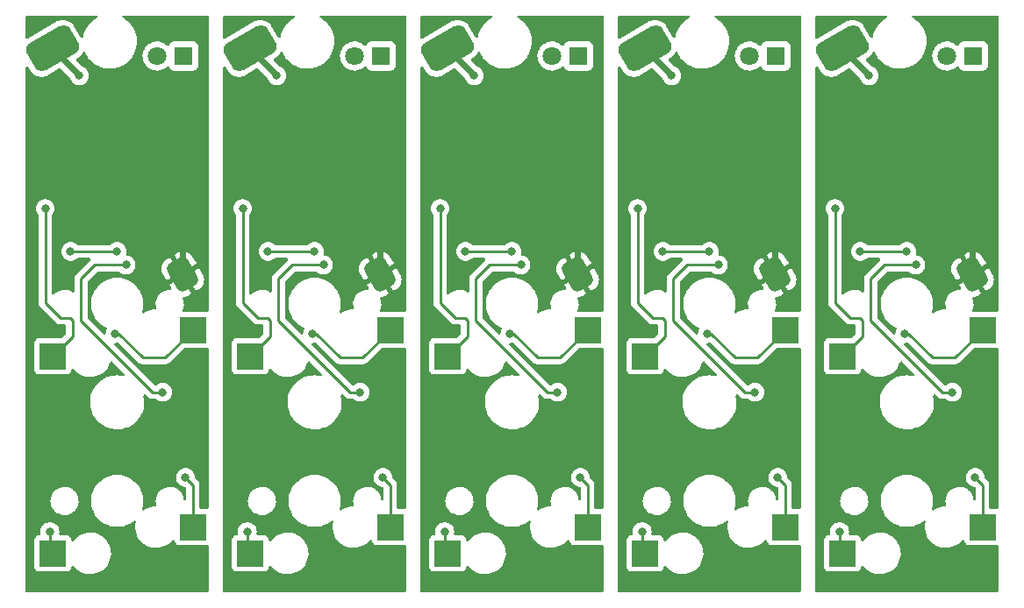
<source format=gbl>
%TF.GenerationSoftware,KiCad,Pcbnew,(6.0.11-0)*%
%TF.CreationDate,2025-01-13T00:44:50+09:00*%
%TF.ProjectId,Array,41727261-792e-46b6-9963-61645f706362,rev?*%
%TF.SameCoordinates,Original*%
%TF.FileFunction,Copper,L2,Bot*%
%TF.FilePolarity,Positive*%
%FSLAX46Y46*%
G04 Gerber Fmt 4.6, Leading zero omitted, Abs format (unit mm)*
G04 Created by KiCad (PCBNEW (6.0.11-0)) date 2025-01-13 00:44:50*
%MOMM*%
%LPD*%
G01*
G04 APERTURE LIST*
G04 Aperture macros list*
%AMRoundRect*
0 Rectangle with rounded corners*
0 $1 Rounding radius*
0 $2 $3 $4 $5 $6 $7 $8 $9 X,Y pos of 4 corners*
0 Add a 4 corners polygon primitive as box body*
4,1,4,$2,$3,$4,$5,$6,$7,$8,$9,$2,$3,0*
0 Add four circle primitives for the rounded corners*
1,1,$1+$1,$2,$3*
1,1,$1+$1,$4,$5*
1,1,$1+$1,$6,$7*
1,1,$1+$1,$8,$9*
0 Add four rect primitives between the rounded corners*
20,1,$1+$1,$2,$3,$4,$5,0*
20,1,$1+$1,$4,$5,$6,$7,0*
20,1,$1+$1,$6,$7,$8,$9,0*
20,1,$1+$1,$8,$9,$2,$3,0*%
G04 Aperture macros list end*
%TA.AperFunction,SMDPad,CuDef*%
%ADD10R,2.550000X2.500000*%
%TD*%
%TA.AperFunction,SMDPad,CuDef*%
%ADD11RoundRect,0.571500X0.018684X1.110639X-0.971184X0.539139X-0.018684X-1.110639X0.971184X-0.539139X0*%
%TD*%
%TA.AperFunction,SMDPad,CuDef*%
%ADD12RoundRect,0.762000X1.037550X1.478911X-1.799550X-0.159089X-1.037550X-1.478911X1.799550X0.159089X0*%
%TD*%
%TA.AperFunction,ComponentPad*%
%ADD13C,1.800000*%
%TD*%
%TA.AperFunction,ComponentPad*%
%ADD14R,1.800000X1.800000*%
%TD*%
%TA.AperFunction,ViaPad*%
%ADD15C,0.800000*%
%TD*%
%TA.AperFunction,Conductor*%
%ADD16C,0.250000*%
%TD*%
%TA.AperFunction,Conductor*%
%ADD17C,0.600000*%
%TD*%
G04 APERTURE END LIST*
D10*
%TO.P,SW10,2,2*%
%TO.N,Net-(SW2-Pad2)*%
X93040200Y-69200000D03*
%TO.P,SW10,1,1*%
%TO.N,Net-(U1-Pad10)*%
X79527400Y-71740000D03*
%TD*%
D11*
%TO.P,BT5,2,-*%
%TO.N,Net-(BT1-Pad2)*%
X92065000Y-44761920D03*
D12*
%TO.P,BT5,1,+*%
%TO.N,Net-(BT1-Pad1)*%
X79465000Y-22938080D03*
%TD*%
D13*
%TO.P,D_IR5,2,A*%
%TO.N,Net-(BT1-Pad1)*%
X89585000Y-23675000D03*
D14*
%TO.P,D_IR5,1,K*%
%TO.N,Net-(D_IR1-Pad1)*%
X92125000Y-23675000D03*
%TD*%
D10*
%TO.P,SW9,2,2*%
%TO.N,Net-(U1-Pad11)*%
X93040200Y-50150000D03*
%TO.P,SW9,1,1*%
%TO.N,Net-(SW1-Pad1)*%
X79527400Y-52690000D03*
%TD*%
%TO.P,SW8,2,2*%
%TO.N,Net-(SW2-Pad2)*%
X73990200Y-69200000D03*
%TO.P,SW8,1,1*%
%TO.N,Net-(U1-Pad10)*%
X60477400Y-71740000D03*
%TD*%
D11*
%TO.P,BT4,2,-*%
%TO.N,Net-(BT1-Pad2)*%
X73015000Y-44761920D03*
D12*
%TO.P,BT4,1,+*%
%TO.N,Net-(BT1-Pad1)*%
X60415000Y-22938080D03*
%TD*%
D13*
%TO.P,D_IR4,2,A*%
%TO.N,Net-(BT1-Pad1)*%
X70535000Y-23675000D03*
D14*
%TO.P,D_IR4,1,K*%
%TO.N,Net-(D_IR1-Pad1)*%
X73075000Y-23675000D03*
%TD*%
D10*
%TO.P,SW7,2,2*%
%TO.N,Net-(U1-Pad11)*%
X73990200Y-50150000D03*
%TO.P,SW7,1,1*%
%TO.N,Net-(SW1-Pad1)*%
X60477400Y-52690000D03*
%TD*%
%TO.P,SW6,2,2*%
%TO.N,Net-(SW2-Pad2)*%
X54940200Y-69200000D03*
%TO.P,SW6,1,1*%
%TO.N,Net-(U1-Pad10)*%
X41427400Y-71740000D03*
%TD*%
D11*
%TO.P,BT3,2,-*%
%TO.N,Net-(BT1-Pad2)*%
X53965000Y-44761920D03*
D12*
%TO.P,BT3,1,+*%
%TO.N,Net-(BT1-Pad1)*%
X41365000Y-22938080D03*
%TD*%
D13*
%TO.P,D_IR3,2,A*%
%TO.N,Net-(BT1-Pad1)*%
X51485000Y-23675000D03*
D14*
%TO.P,D_IR3,1,K*%
%TO.N,Net-(D_IR1-Pad1)*%
X54025000Y-23675000D03*
%TD*%
D10*
%TO.P,SW5,2,2*%
%TO.N,Net-(U1-Pad11)*%
X54940200Y-50150000D03*
%TO.P,SW5,1,1*%
%TO.N,Net-(SW1-Pad1)*%
X41427400Y-52690000D03*
%TD*%
%TO.P,SW4,2,2*%
%TO.N,Net-(SW2-Pad2)*%
X35890200Y-69200000D03*
%TO.P,SW4,1,1*%
%TO.N,Net-(U1-Pad10)*%
X22377400Y-71740000D03*
%TD*%
D11*
%TO.P,BT2,2,-*%
%TO.N,Net-(BT1-Pad2)*%
X34915000Y-44761920D03*
D12*
%TO.P,BT2,1,+*%
%TO.N,Net-(BT1-Pad1)*%
X22315000Y-22938080D03*
%TD*%
D13*
%TO.P,D_IR2,2,A*%
%TO.N,Net-(BT1-Pad1)*%
X32435000Y-23675000D03*
D14*
%TO.P,D_IR2,1,K*%
%TO.N,Net-(D_IR1-Pad1)*%
X34975000Y-23675000D03*
%TD*%
D10*
%TO.P,SW3,2,2*%
%TO.N,Net-(U1-Pad11)*%
X35890200Y-50150000D03*
%TO.P,SW3,1,1*%
%TO.N,Net-(SW1-Pad1)*%
X22377400Y-52690000D03*
%TD*%
%TO.P,SW1,2,2*%
%TO.N,Net-(U1-Pad11)*%
X16840200Y-50150000D03*
%TO.P,SW1,1,1*%
%TO.N,Net-(SW1-Pad1)*%
X3327400Y-52690000D03*
%TD*%
D13*
%TO.P,D_IR1,2,A*%
%TO.N,Net-(BT1-Pad1)*%
X13385000Y-23675000D03*
D14*
%TO.P,D_IR1,1,K*%
%TO.N,Net-(D_IR1-Pad1)*%
X15925000Y-23675000D03*
%TD*%
D11*
%TO.P,BT1,2,-*%
%TO.N,Net-(BT1-Pad2)*%
X15865000Y-44761920D03*
D12*
%TO.P,BT1,1,+*%
%TO.N,Net-(BT1-Pad1)*%
X3265000Y-22938080D03*
%TD*%
D10*
%TO.P,SW2,2,2*%
%TO.N,Net-(SW2-Pad2)*%
X16840200Y-69200000D03*
%TO.P,SW2,1,1*%
%TO.N,Net-(U1-Pad10)*%
X3327400Y-71740000D03*
%TD*%
D15*
%TO.N,Net-(U1-Pad10)*%
X79235000Y-69645000D03*
X81235000Y-42565000D03*
X85725000Y-42565000D03*
%TO.N,Net-(U1-Pad11)*%
X85535000Y-50505000D03*
%TO.N,Net-(BT1-Pad2)*%
X86955000Y-25405000D03*
X87755000Y-20395000D03*
X85225000Y-27975000D03*
X82225000Y-20395000D03*
X90535000Y-25405000D03*
%TO.N,Net-(BT1-Pad1)*%
X82075000Y-25575000D03*
%TO.N,Net-(SW2-Pad2)*%
X92315000Y-64405000D03*
X90125000Y-56175000D03*
X86585000Y-43865000D03*
%TO.N,Net-(SW1-Pad1)*%
X78785000Y-38418249D03*
%TO.N,Net-(U1-Pad10)*%
X60185000Y-69645000D03*
X62185000Y-42565000D03*
X66675000Y-42565000D03*
%TO.N,Net-(U1-Pad11)*%
X66485000Y-50505000D03*
%TO.N,Net-(BT1-Pad2)*%
X67905000Y-25405000D03*
X68705000Y-20395000D03*
X66175000Y-27975000D03*
X63175000Y-20395000D03*
X71485000Y-25405000D03*
%TO.N,Net-(BT1-Pad1)*%
X63025000Y-25575000D03*
%TO.N,Net-(SW2-Pad2)*%
X73265000Y-64405000D03*
X71075000Y-56175000D03*
X67535000Y-43865000D03*
%TO.N,Net-(SW1-Pad1)*%
X59735000Y-38418249D03*
%TO.N,Net-(U1-Pad10)*%
X41135000Y-69645000D03*
X43135000Y-42565000D03*
X47625000Y-42565000D03*
%TO.N,Net-(U1-Pad11)*%
X47435000Y-50505000D03*
%TO.N,Net-(BT1-Pad2)*%
X48855000Y-25405000D03*
X49655000Y-20395000D03*
X47125000Y-27975000D03*
X44125000Y-20395000D03*
X52435000Y-25405000D03*
%TO.N,Net-(BT1-Pad1)*%
X43975000Y-25575000D03*
%TO.N,Net-(SW2-Pad2)*%
X54215000Y-64405000D03*
X52025000Y-56175000D03*
X48485000Y-43865000D03*
%TO.N,Net-(SW1-Pad1)*%
X40685000Y-38418249D03*
%TO.N,Net-(U1-Pad10)*%
X22085000Y-69645000D03*
X24085000Y-42565000D03*
X28575000Y-42565000D03*
%TO.N,Net-(U1-Pad11)*%
X28385000Y-50505000D03*
%TO.N,Net-(BT1-Pad2)*%
X29805000Y-25405000D03*
X30605000Y-20395000D03*
X28075000Y-27975000D03*
X25075000Y-20395000D03*
X33385000Y-25405000D03*
%TO.N,Net-(BT1-Pad1)*%
X24925000Y-25575000D03*
%TO.N,Net-(SW2-Pad2)*%
X35165000Y-64405000D03*
X32975000Y-56175000D03*
X29435000Y-43865000D03*
%TO.N,Net-(SW1-Pad1)*%
X21635000Y-38418249D03*
%TO.N,Net-(BT1-Pad1)*%
X5875000Y-25575000D03*
%TO.N,Net-(BT1-Pad2)*%
X14335000Y-25405000D03*
X6025000Y-20395000D03*
X9025000Y-27975000D03*
X11555000Y-20395000D03*
X10755000Y-25405000D03*
%TO.N,Net-(SW1-Pad1)*%
X2585000Y-38418249D03*
%TO.N,Net-(SW2-Pad2)*%
X10385000Y-43865000D03*
X13925000Y-56175000D03*
X16115000Y-64405000D03*
%TO.N,Net-(U1-Pad11)*%
X9335000Y-50505000D03*
%TO.N,Net-(U1-Pad10)*%
X9525000Y-42565000D03*
X5035000Y-42565000D03*
X3035000Y-69645000D03*
%TD*%
D16*
%TO.N,Net-(U1-Pad10)*%
X85725000Y-42565000D02*
X81235000Y-42565000D01*
X79235000Y-69645000D02*
X79235000Y-71447600D01*
X79235000Y-71447600D02*
X79527400Y-71740000D01*
%TO.N,Net-(U1-Pad11)*%
X85865000Y-50505000D02*
X88185000Y-52825000D01*
X90375000Y-52825000D02*
X88185000Y-52825000D01*
X93040200Y-50150000D02*
X93040200Y-50159800D01*
X93040200Y-50159800D02*
X90375000Y-52825000D01*
X85535000Y-50505000D02*
X85865000Y-50505000D01*
%TO.N,Net-(SW2-Pad2)*%
X82225000Y-45225000D02*
X82225000Y-48725000D01*
X83585000Y-43865000D02*
X82225000Y-45225000D01*
X92315000Y-64405000D02*
X93040200Y-65130200D01*
X89125231Y-56175000D02*
X90125000Y-56175000D01*
X82225000Y-49274769D02*
X89125231Y-56175000D01*
D17*
%TO.N,Net-(BT1-Pad2)*%
X85275000Y-28025000D02*
X88975000Y-28025000D01*
X85225000Y-27975000D02*
X85275000Y-28025000D01*
X90675000Y-29725000D02*
X92065000Y-31115000D01*
X92065000Y-31115000D02*
X92065000Y-44761920D01*
X88975000Y-28025000D02*
X90675000Y-29725000D01*
%TO.N,Net-(BT1-Pad1)*%
X79465000Y-22938080D02*
X79465000Y-22965000D01*
X79465000Y-22965000D02*
X82075000Y-25575000D01*
D16*
%TO.N,Net-(SW2-Pad2)*%
X93040200Y-65130200D02*
X93040200Y-69200000D01*
X86585000Y-43865000D02*
X83585000Y-43865000D01*
X82225000Y-48725000D02*
X82225000Y-49274769D01*
%TO.N,Net-(SW1-Pad1)*%
X81175000Y-48995000D02*
X80255000Y-48995000D01*
X81435000Y-50785000D02*
X81435000Y-49255000D01*
X79530000Y-52690000D02*
X81435000Y-50785000D01*
X80255000Y-48995000D02*
X78785000Y-47525000D01*
X79527400Y-52690000D02*
X79530000Y-52690000D01*
X78785000Y-47525000D02*
X78785000Y-38418249D01*
X81435000Y-49255000D02*
X81175000Y-48995000D01*
%TO.N,Net-(U1-Pad10)*%
X66675000Y-42565000D02*
X62185000Y-42565000D01*
X60185000Y-69645000D02*
X60185000Y-71447600D01*
X60185000Y-71447600D02*
X60477400Y-71740000D01*
%TO.N,Net-(U1-Pad11)*%
X66815000Y-50505000D02*
X69135000Y-52825000D01*
X71325000Y-52825000D02*
X69135000Y-52825000D01*
X73990200Y-50150000D02*
X73990200Y-50159800D01*
X73990200Y-50159800D02*
X71325000Y-52825000D01*
X66485000Y-50505000D02*
X66815000Y-50505000D01*
%TO.N,Net-(SW2-Pad2)*%
X63175000Y-45225000D02*
X63175000Y-48725000D01*
X64535000Y-43865000D02*
X63175000Y-45225000D01*
X73265000Y-64405000D02*
X73990200Y-65130200D01*
X70075231Y-56175000D02*
X71075000Y-56175000D01*
X63175000Y-49274769D02*
X70075231Y-56175000D01*
D17*
%TO.N,Net-(BT1-Pad2)*%
X66225000Y-28025000D02*
X69925000Y-28025000D01*
X66175000Y-27975000D02*
X66225000Y-28025000D01*
X71625000Y-29725000D02*
X73015000Y-31115000D01*
X73015000Y-31115000D02*
X73015000Y-44761920D01*
X69925000Y-28025000D02*
X71625000Y-29725000D01*
%TO.N,Net-(BT1-Pad1)*%
X60415000Y-22938080D02*
X60415000Y-22965000D01*
X60415000Y-22965000D02*
X63025000Y-25575000D01*
D16*
%TO.N,Net-(SW2-Pad2)*%
X73990200Y-65130200D02*
X73990200Y-69200000D01*
X67535000Y-43865000D02*
X64535000Y-43865000D01*
X63175000Y-48725000D02*
X63175000Y-49274769D01*
%TO.N,Net-(SW1-Pad1)*%
X62125000Y-48995000D02*
X61205000Y-48995000D01*
X62385000Y-50785000D02*
X62385000Y-49255000D01*
X60480000Y-52690000D02*
X62385000Y-50785000D01*
X61205000Y-48995000D02*
X59735000Y-47525000D01*
X60477400Y-52690000D02*
X60480000Y-52690000D01*
X59735000Y-47525000D02*
X59735000Y-38418249D01*
X62385000Y-49255000D02*
X62125000Y-48995000D01*
%TO.N,Net-(U1-Pad10)*%
X47625000Y-42565000D02*
X43135000Y-42565000D01*
X41135000Y-69645000D02*
X41135000Y-71447600D01*
X41135000Y-71447600D02*
X41427400Y-71740000D01*
%TO.N,Net-(U1-Pad11)*%
X47765000Y-50505000D02*
X50085000Y-52825000D01*
X52275000Y-52825000D02*
X50085000Y-52825000D01*
X54940200Y-50150000D02*
X54940200Y-50159800D01*
X54940200Y-50159800D02*
X52275000Y-52825000D01*
X47435000Y-50505000D02*
X47765000Y-50505000D01*
%TO.N,Net-(SW2-Pad2)*%
X44125000Y-45225000D02*
X44125000Y-48725000D01*
X45485000Y-43865000D02*
X44125000Y-45225000D01*
X54215000Y-64405000D02*
X54940200Y-65130200D01*
X51025231Y-56175000D02*
X52025000Y-56175000D01*
X44125000Y-49274769D02*
X51025231Y-56175000D01*
D17*
%TO.N,Net-(BT1-Pad2)*%
X47175000Y-28025000D02*
X50875000Y-28025000D01*
X47125000Y-27975000D02*
X47175000Y-28025000D01*
X52575000Y-29725000D02*
X53965000Y-31115000D01*
X53965000Y-31115000D02*
X53965000Y-44761920D01*
X50875000Y-28025000D02*
X52575000Y-29725000D01*
%TO.N,Net-(BT1-Pad1)*%
X41365000Y-22938080D02*
X41365000Y-22965000D01*
X41365000Y-22965000D02*
X43975000Y-25575000D01*
D16*
%TO.N,Net-(SW2-Pad2)*%
X54940200Y-65130200D02*
X54940200Y-69200000D01*
X48485000Y-43865000D02*
X45485000Y-43865000D01*
X44125000Y-48725000D02*
X44125000Y-49274769D01*
%TO.N,Net-(SW1-Pad1)*%
X43075000Y-48995000D02*
X42155000Y-48995000D01*
X43335000Y-50785000D02*
X43335000Y-49255000D01*
X41430000Y-52690000D02*
X43335000Y-50785000D01*
X42155000Y-48995000D02*
X40685000Y-47525000D01*
X41427400Y-52690000D02*
X41430000Y-52690000D01*
X40685000Y-47525000D02*
X40685000Y-38418249D01*
X43335000Y-49255000D02*
X43075000Y-48995000D01*
%TO.N,Net-(U1-Pad10)*%
X28575000Y-42565000D02*
X24085000Y-42565000D01*
X22085000Y-69645000D02*
X22085000Y-71447600D01*
X22085000Y-71447600D02*
X22377400Y-71740000D01*
%TO.N,Net-(U1-Pad11)*%
X28715000Y-50505000D02*
X31035000Y-52825000D01*
X33225000Y-52825000D02*
X31035000Y-52825000D01*
X35890200Y-50150000D02*
X35890200Y-50159800D01*
X35890200Y-50159800D02*
X33225000Y-52825000D01*
X28385000Y-50505000D02*
X28715000Y-50505000D01*
%TO.N,Net-(SW2-Pad2)*%
X25075000Y-45225000D02*
X25075000Y-48725000D01*
X26435000Y-43865000D02*
X25075000Y-45225000D01*
X35165000Y-64405000D02*
X35890200Y-65130200D01*
X31975231Y-56175000D02*
X32975000Y-56175000D01*
X25075000Y-49274769D02*
X31975231Y-56175000D01*
D17*
%TO.N,Net-(BT1-Pad2)*%
X28125000Y-28025000D02*
X31825000Y-28025000D01*
X28075000Y-27975000D02*
X28125000Y-28025000D01*
X33525000Y-29725000D02*
X34915000Y-31115000D01*
X34915000Y-31115000D02*
X34915000Y-44761920D01*
X31825000Y-28025000D02*
X33525000Y-29725000D01*
%TO.N,Net-(BT1-Pad1)*%
X22315000Y-22938080D02*
X22315000Y-22965000D01*
X22315000Y-22965000D02*
X24925000Y-25575000D01*
D16*
%TO.N,Net-(SW2-Pad2)*%
X35890200Y-65130200D02*
X35890200Y-69200000D01*
X29435000Y-43865000D02*
X26435000Y-43865000D01*
X25075000Y-48725000D02*
X25075000Y-49274769D01*
%TO.N,Net-(SW1-Pad1)*%
X24025000Y-48995000D02*
X23105000Y-48995000D01*
X24285000Y-50785000D02*
X24285000Y-49255000D01*
X22380000Y-52690000D02*
X24285000Y-50785000D01*
X23105000Y-48995000D02*
X21635000Y-47525000D01*
X22377400Y-52690000D02*
X22380000Y-52690000D01*
X21635000Y-47525000D02*
X21635000Y-38418249D01*
X24285000Y-49255000D02*
X24025000Y-48995000D01*
D17*
%TO.N,Net-(BT1-Pad1)*%
X3265000Y-22965000D02*
X5875000Y-25575000D01*
X3265000Y-22938080D02*
X3265000Y-22965000D01*
%TO.N,Net-(BT1-Pad2)*%
X12775000Y-28025000D02*
X14475000Y-29725000D01*
X15865000Y-31115000D02*
X15865000Y-44761920D01*
X14475000Y-29725000D02*
X15865000Y-31115000D01*
X9025000Y-27975000D02*
X9075000Y-28025000D01*
X9075000Y-28025000D02*
X12775000Y-28025000D01*
D16*
%TO.N,Net-(SW1-Pad1)*%
X5235000Y-49255000D02*
X4975000Y-48995000D01*
X2585000Y-47525000D02*
X2585000Y-38418249D01*
X3327400Y-52690000D02*
X3330000Y-52690000D01*
X4055000Y-48995000D02*
X2585000Y-47525000D01*
X3330000Y-52690000D02*
X5235000Y-50785000D01*
X5235000Y-50785000D02*
X5235000Y-49255000D01*
X4975000Y-48995000D02*
X4055000Y-48995000D01*
%TO.N,Net-(SW2-Pad2)*%
X6025000Y-48725000D02*
X6025000Y-49274769D01*
X10385000Y-43865000D02*
X7385000Y-43865000D01*
X16840200Y-65130200D02*
X16840200Y-69200000D01*
X6025000Y-49274769D02*
X12925231Y-56175000D01*
X12925231Y-56175000D02*
X13925000Y-56175000D01*
X16115000Y-64405000D02*
X16840200Y-65130200D01*
X7385000Y-43865000D02*
X6025000Y-45225000D01*
X6025000Y-45225000D02*
X6025000Y-48725000D01*
%TO.N,Net-(U1-Pad11)*%
X9335000Y-50505000D02*
X9665000Y-50505000D01*
X16840200Y-50159800D02*
X14175000Y-52825000D01*
X16840200Y-50150000D02*
X16840200Y-50159800D01*
X14175000Y-52825000D02*
X11985000Y-52825000D01*
X9665000Y-50505000D02*
X11985000Y-52825000D01*
%TO.N,Net-(U1-Pad10)*%
X3035000Y-71447600D02*
X3327400Y-71740000D01*
X3035000Y-69645000D02*
X3035000Y-71447600D01*
X9525000Y-42565000D02*
X5035000Y-42565000D01*
%TD*%
%TA.AperFunction,Conductor*%
%TO.N,Net-(BT1-Pad2)*%
G36*
X18291621Y-19770502D02*
G01*
X18338114Y-19824158D01*
X18349500Y-19876500D01*
X18349500Y-48271295D01*
X18329498Y-48339416D01*
X18275842Y-48385909D01*
X18209893Y-48396558D01*
X18163334Y-48391500D01*
X15944740Y-48391500D01*
X15876619Y-48371498D01*
X15830126Y-48317842D01*
X15820022Y-48247568D01*
X15832424Y-48208395D01*
X15865819Y-48142713D01*
X15865824Y-48142702D01*
X15868240Y-48137949D01*
X15881274Y-48095975D01*
X15935024Y-47922871D01*
X15936607Y-47917773D01*
X15942516Y-47873192D01*
X15966198Y-47694511D01*
X15966198Y-47694506D01*
X15966898Y-47689226D01*
X15958249Y-47458842D01*
X15910907Y-47233209D01*
X15908950Y-47228253D01*
X15908948Y-47228247D01*
X15864898Y-47116707D01*
X15858480Y-47046001D01*
X15891307Y-46983049D01*
X15952958Y-46947839D01*
X15967061Y-46945325D01*
X16071374Y-46932793D01*
X16083034Y-46930251D01*
X16268883Y-46870761D01*
X16277857Y-46867103D01*
X16312809Y-46849600D01*
X16316127Y-46847813D01*
X16645341Y-46657741D01*
X16656301Y-46646246D01*
X16656650Y-46644438D01*
X16654257Y-46636951D01*
X15781087Y-45124579D01*
X15769592Y-45113619D01*
X15767784Y-45113270D01*
X15760297Y-45115663D01*
X14577882Y-45798332D01*
X14566922Y-45809827D01*
X14566573Y-45811635D01*
X14568966Y-45819122D01*
X14718141Y-46077500D01*
X14734879Y-46146495D01*
X14711659Y-46213587D01*
X14655851Y-46257474D01*
X14609022Y-46266500D01*
X14547110Y-46266500D01*
X14480191Y-46272178D01*
X14380591Y-46280629D01*
X14380587Y-46280630D01*
X14375280Y-46281080D01*
X14370125Y-46282418D01*
X14370119Y-46282419D01*
X14157297Y-46337657D01*
X14157293Y-46337658D01*
X14152128Y-46338999D01*
X14147262Y-46341191D01*
X14147259Y-46341192D01*
X14043547Y-46387911D01*
X13941925Y-46433688D01*
X13750681Y-46562441D01*
X13583865Y-46721576D01*
X13446246Y-46906542D01*
X13443830Y-46911293D01*
X13443828Y-46911297D01*
X13407348Y-46983049D01*
X13341760Y-47112051D01*
X13340178Y-47117145D01*
X13340177Y-47117148D01*
X13278115Y-47317020D01*
X13273393Y-47332227D01*
X13272692Y-47337516D01*
X13246524Y-47534958D01*
X13243102Y-47560774D01*
X13251751Y-47791158D01*
X13279199Y-47921973D01*
X13293905Y-47992064D01*
X13288317Y-48062841D01*
X13245353Y-48119361D01*
X13179379Y-48143631D01*
X13004173Y-48155882D01*
X13004168Y-48155883D01*
X12999788Y-48156189D01*
X12725030Y-48214591D01*
X12720901Y-48216094D01*
X12720897Y-48216095D01*
X12465219Y-48309154D01*
X12465215Y-48309156D01*
X12461074Y-48310663D01*
X12213058Y-48442536D01*
X12209499Y-48445122D01*
X12209497Y-48445123D01*
X12117443Y-48512004D01*
X12050575Y-48535863D01*
X11981423Y-48519782D01*
X11931943Y-48468868D01*
X11917844Y-48399285D01*
X11921341Y-48378733D01*
X11992952Y-48099825D01*
X11992955Y-48099810D01*
X11993940Y-48095975D01*
X12033500Y-47782821D01*
X12033500Y-47467179D01*
X11993940Y-47154025D01*
X11915443Y-46848298D01*
X11865270Y-46721576D01*
X11800702Y-46558495D01*
X11800700Y-46558490D01*
X11799247Y-46554821D01*
X11765460Y-46493363D01*
X11649093Y-46281693D01*
X11649091Y-46281690D01*
X11647184Y-46278221D01*
X11461654Y-46022860D01*
X11263300Y-45811635D01*
X11248297Y-45795658D01*
X11248296Y-45795657D01*
X11245582Y-45792767D01*
X11002375Y-45591568D01*
X10735869Y-45422438D01*
X10732290Y-45420754D01*
X10732283Y-45420750D01*
X10453856Y-45289733D01*
X10453852Y-45289731D01*
X10450266Y-45288044D01*
X10150072Y-45190505D01*
X9840020Y-45131359D01*
X9603838Y-45116500D01*
X9446162Y-45116500D01*
X9209980Y-45131359D01*
X8899928Y-45190505D01*
X8599734Y-45288044D01*
X8596148Y-45289731D01*
X8596144Y-45289733D01*
X8317717Y-45420750D01*
X8317710Y-45420754D01*
X8314131Y-45422438D01*
X8047625Y-45591568D01*
X7804418Y-45792767D01*
X7801704Y-45795657D01*
X7801703Y-45795658D01*
X7786700Y-45811635D01*
X7588346Y-46022860D01*
X7402816Y-46278221D01*
X7400909Y-46281690D01*
X7400907Y-46281693D01*
X7284540Y-46493363D01*
X7250753Y-46554821D01*
X7249300Y-46558490D01*
X7249298Y-46558495D01*
X7184730Y-46721576D01*
X7134557Y-46848298D01*
X7056060Y-47154025D01*
X7016500Y-47467179D01*
X7016500Y-47782821D01*
X7056060Y-48095975D01*
X7134557Y-48401702D01*
X7136010Y-48405371D01*
X7136010Y-48405372D01*
X7216095Y-48607642D01*
X7250753Y-48695179D01*
X7402816Y-48971779D01*
X7588346Y-49227140D01*
X7738702Y-49387253D01*
X7798939Y-49451398D01*
X7804418Y-49457233D01*
X7807469Y-49459757D01*
X7807470Y-49459758D01*
X7824153Y-49473559D01*
X8047625Y-49658432D01*
X8314131Y-49827562D01*
X8475553Y-49903521D01*
X8528674Y-49950623D01*
X8547897Y-50018968D01*
X8531025Y-50080527D01*
X8500473Y-50133444D01*
X8441458Y-50315072D01*
X8440769Y-50321631D01*
X8440768Y-50321634D01*
X8423395Y-50486930D01*
X8396382Y-50552586D01*
X8338160Y-50593216D01*
X8267215Y-50595919D01*
X8208990Y-50562854D01*
X6695405Y-49049269D01*
X6661379Y-48986957D01*
X6658500Y-48960174D01*
X6658500Y-45539594D01*
X6678502Y-45471473D01*
X6695405Y-45450499D01*
X7610499Y-44535405D01*
X7672811Y-44501379D01*
X7699594Y-44498500D01*
X9676800Y-44498500D01*
X9744921Y-44518502D01*
X9764147Y-44534843D01*
X9764420Y-44534540D01*
X9769332Y-44538963D01*
X9773747Y-44543866D01*
X9928248Y-44656118D01*
X9934276Y-44658802D01*
X9934278Y-44658803D01*
X10088784Y-44727593D01*
X10102712Y-44733794D01*
X10196113Y-44753647D01*
X10283056Y-44772128D01*
X10283061Y-44772128D01*
X10289513Y-44773500D01*
X10480487Y-44773500D01*
X10486939Y-44772128D01*
X10486944Y-44772128D01*
X10573887Y-44753647D01*
X10667288Y-44733794D01*
X10681216Y-44727593D01*
X10835722Y-44658803D01*
X10835724Y-44658802D01*
X10841752Y-44656118D01*
X10996253Y-44543866D01*
X11019091Y-44518502D01*
X11119621Y-44406852D01*
X11119622Y-44406851D01*
X11124040Y-44401944D01*
X11208750Y-44255223D01*
X11215635Y-44243298D01*
X13810153Y-44243298D01*
X13810444Y-44255223D01*
X13833584Y-44447848D01*
X13836124Y-44459499D01*
X13895615Y-44645347D01*
X13899273Y-44654321D01*
X13916776Y-44689273D01*
X13918563Y-44692591D01*
X14299135Y-45351760D01*
X14310630Y-45362720D01*
X14312438Y-45363069D01*
X14319925Y-45360676D01*
X15188619Y-44859135D01*
X16216350Y-44859135D01*
X16218743Y-44866623D01*
X17091912Y-46378996D01*
X17103407Y-46389956D01*
X17105214Y-46390304D01*
X17112702Y-46387911D01*
X17445824Y-46195582D01*
X17449124Y-46193538D01*
X17483251Y-46170920D01*
X17490862Y-46164985D01*
X17635091Y-46033517D01*
X17643107Y-46024676D01*
X17759177Y-45869239D01*
X17765384Y-45859030D01*
X17849966Y-45684452D01*
X17854128Y-45673260D01*
X17904174Y-45485833D01*
X17906145Y-45474055D01*
X17919847Y-45280542D01*
X17919556Y-45268617D01*
X17896416Y-45075992D01*
X17893876Y-45064341D01*
X17834385Y-44878493D01*
X17830727Y-44869519D01*
X17813224Y-44834567D01*
X17811437Y-44831249D01*
X17430865Y-44172080D01*
X17419370Y-44161120D01*
X17417562Y-44160771D01*
X17410075Y-44163164D01*
X16227658Y-44845833D01*
X16216698Y-44857328D01*
X16216350Y-44859135D01*
X15188619Y-44859135D01*
X15502342Y-44678007D01*
X15513302Y-44666512D01*
X15513650Y-44664705D01*
X15511257Y-44657217D01*
X14638088Y-43144844D01*
X14626593Y-43133884D01*
X14624786Y-43133536D01*
X14617298Y-43135929D01*
X14284176Y-43328258D01*
X14280876Y-43330302D01*
X14246749Y-43352920D01*
X14239138Y-43358855D01*
X14094909Y-43490323D01*
X14086893Y-43499164D01*
X13970823Y-43654601D01*
X13964616Y-43664810D01*
X13880034Y-43839388D01*
X13875872Y-43850580D01*
X13825826Y-44038007D01*
X13823855Y-44049785D01*
X13810153Y-44243298D01*
X11215635Y-44243298D01*
X11216223Y-44242279D01*
X11216224Y-44242278D01*
X11219527Y-44236556D01*
X11278542Y-44054928D01*
X11280321Y-44038007D01*
X11297814Y-43871565D01*
X11298504Y-43865000D01*
X11278542Y-43675072D01*
X11219527Y-43493444D01*
X11124040Y-43328056D01*
X11007388Y-43198500D01*
X11000675Y-43191045D01*
X11000674Y-43191044D01*
X10996253Y-43186134D01*
X10841752Y-43073882D01*
X10835724Y-43071198D01*
X10835722Y-43071197D01*
X10673319Y-42998891D01*
X10673318Y-42998891D01*
X10667288Y-42996206D01*
X10562858Y-42974009D01*
X10498159Y-42960256D01*
X10435685Y-42926527D01*
X10409661Y-42879402D01*
X15073350Y-42879402D01*
X15075743Y-42886889D01*
X15948913Y-44399261D01*
X15960408Y-44410221D01*
X15962216Y-44410570D01*
X15969703Y-44408177D01*
X17152118Y-43725508D01*
X17163078Y-43714013D01*
X17163427Y-43712205D01*
X17161034Y-43704718D01*
X16778206Y-43041641D01*
X16776162Y-43038341D01*
X16753544Y-43004214D01*
X16747609Y-42996603D01*
X16616141Y-42852374D01*
X16607300Y-42844358D01*
X16451863Y-42728287D01*
X16441654Y-42722080D01*
X16267076Y-42637498D01*
X16255884Y-42633336D01*
X16068457Y-42583290D01*
X16056679Y-42581319D01*
X15863167Y-42567617D01*
X15851242Y-42567908D01*
X15658617Y-42591049D01*
X15646966Y-42593589D01*
X15461117Y-42653079D01*
X15452143Y-42656737D01*
X15417191Y-42674240D01*
X15413873Y-42676027D01*
X15084659Y-42866099D01*
X15073699Y-42877594D01*
X15073350Y-42879402D01*
X10409661Y-42879402D01*
X10401364Y-42864378D01*
X10404523Y-42798074D01*
X10418542Y-42754928D01*
X10421995Y-42722080D01*
X10437814Y-42571565D01*
X10438504Y-42565000D01*
X10418542Y-42375072D01*
X10359527Y-42193444D01*
X10264040Y-42028056D01*
X10136253Y-41886134D01*
X9981752Y-41773882D01*
X9975724Y-41771198D01*
X9975722Y-41771197D01*
X9813319Y-41698891D01*
X9813318Y-41698891D01*
X9807288Y-41696206D01*
X9713888Y-41676353D01*
X9626944Y-41657872D01*
X9626939Y-41657872D01*
X9620487Y-41656500D01*
X9429513Y-41656500D01*
X9423061Y-41657872D01*
X9423056Y-41657872D01*
X9336112Y-41676353D01*
X9242712Y-41696206D01*
X9236682Y-41698891D01*
X9236681Y-41698891D01*
X9074278Y-41771197D01*
X9074276Y-41771198D01*
X9068248Y-41773882D01*
X8913747Y-41886134D01*
X8909332Y-41891037D01*
X8904420Y-41895460D01*
X8903295Y-41894211D01*
X8849986Y-41927051D01*
X8816800Y-41931500D01*
X5743200Y-41931500D01*
X5675079Y-41911498D01*
X5655853Y-41895157D01*
X5655580Y-41895460D01*
X5650668Y-41891037D01*
X5646253Y-41886134D01*
X5491752Y-41773882D01*
X5485724Y-41771198D01*
X5485722Y-41771197D01*
X5323319Y-41698891D01*
X5323318Y-41698891D01*
X5317288Y-41696206D01*
X5223888Y-41676353D01*
X5136944Y-41657872D01*
X5136939Y-41657872D01*
X5130487Y-41656500D01*
X4939513Y-41656500D01*
X4933061Y-41657872D01*
X4933056Y-41657872D01*
X4846112Y-41676353D01*
X4752712Y-41696206D01*
X4746682Y-41698891D01*
X4746681Y-41698891D01*
X4584278Y-41771197D01*
X4584276Y-41771198D01*
X4578248Y-41773882D01*
X4423747Y-41886134D01*
X4295960Y-42028056D01*
X4200473Y-42193444D01*
X4141458Y-42375072D01*
X4121496Y-42565000D01*
X4122186Y-42571565D01*
X4138006Y-42722080D01*
X4141458Y-42754928D01*
X4200473Y-42936556D01*
X4295960Y-43101944D01*
X4300378Y-43106851D01*
X4300379Y-43106852D01*
X4413740Y-43232752D01*
X4423747Y-43243866D01*
X4578248Y-43356118D01*
X4584276Y-43358802D01*
X4584278Y-43358803D01*
X4746681Y-43431109D01*
X4752712Y-43433794D01*
X4846113Y-43453647D01*
X4933056Y-43472128D01*
X4933061Y-43472128D01*
X4939513Y-43473500D01*
X5130487Y-43473500D01*
X5136939Y-43472128D01*
X5136944Y-43472128D01*
X5223887Y-43453647D01*
X5317288Y-43433794D01*
X5323319Y-43431109D01*
X5485722Y-43358803D01*
X5485724Y-43358802D01*
X5491752Y-43356118D01*
X5646253Y-43243866D01*
X5650668Y-43238963D01*
X5655580Y-43234540D01*
X5656705Y-43235789D01*
X5710014Y-43202949D01*
X5743200Y-43198500D01*
X6846434Y-43198500D01*
X6914555Y-43218502D01*
X6961048Y-43272158D01*
X6971152Y-43342432D01*
X6943519Y-43404815D01*
X6919712Y-43433593D01*
X6911722Y-43442373D01*
X5632747Y-44721348D01*
X5624461Y-44728888D01*
X5617982Y-44733000D01*
X5612557Y-44738777D01*
X5571357Y-44782651D01*
X5568602Y-44785493D01*
X5548865Y-44805230D01*
X5546385Y-44808427D01*
X5538682Y-44817447D01*
X5508414Y-44849679D01*
X5504595Y-44856625D01*
X5504593Y-44856628D01*
X5498652Y-44867434D01*
X5487801Y-44883953D01*
X5475386Y-44899959D01*
X5472241Y-44907228D01*
X5472238Y-44907232D01*
X5457826Y-44940537D01*
X5452609Y-44951187D01*
X5431305Y-44989940D01*
X5429334Y-44997615D01*
X5429334Y-44997616D01*
X5426267Y-45009562D01*
X5419863Y-45028266D01*
X5411819Y-45046855D01*
X5410580Y-45054678D01*
X5410577Y-45054688D01*
X5404901Y-45090524D01*
X5402495Y-45102144D01*
X5393472Y-45137289D01*
X5391500Y-45144970D01*
X5391500Y-45165224D01*
X5389949Y-45184934D01*
X5386780Y-45204943D01*
X5387526Y-45212835D01*
X5390941Y-45248961D01*
X5391500Y-45260819D01*
X5391500Y-46383861D01*
X5371498Y-46451982D01*
X5317842Y-46498475D01*
X5247568Y-46508579D01*
X5203168Y-46493363D01*
X5021529Y-46389968D01*
X5016886Y-46387325D01*
X4800175Y-46308663D01*
X4794926Y-46307714D01*
X4794923Y-46307713D01*
X4577392Y-46268377D01*
X4577385Y-46268376D01*
X4573308Y-46267639D01*
X4555586Y-46266803D01*
X4550644Y-46266570D01*
X4550637Y-46266570D01*
X4549156Y-46266500D01*
X4387110Y-46266500D01*
X4320191Y-46272178D01*
X4220591Y-46280629D01*
X4220587Y-46280630D01*
X4215280Y-46281080D01*
X4210125Y-46282418D01*
X4210119Y-46282419D01*
X3997297Y-46337657D01*
X3997293Y-46337658D01*
X3992128Y-46338999D01*
X3987262Y-46341191D01*
X3987259Y-46341192D01*
X3883547Y-46387911D01*
X3781925Y-46433688D01*
X3590681Y-46562441D01*
X3586824Y-46566120D01*
X3586822Y-46566122D01*
X3431472Y-46714319D01*
X3368375Y-46746866D01*
X3297698Y-46740135D01*
X3241881Y-46696261D01*
X3218500Y-46623149D01*
X3218500Y-39120773D01*
X3238502Y-39052652D01*
X3250858Y-39036470D01*
X3324040Y-38955193D01*
X3419527Y-38789805D01*
X3478542Y-38608177D01*
X3498504Y-38418249D01*
X3478542Y-38228321D01*
X3419527Y-38046693D01*
X3324040Y-37881305D01*
X3196253Y-37739383D01*
X3041752Y-37627131D01*
X3035724Y-37624447D01*
X3035722Y-37624446D01*
X2873319Y-37552140D01*
X2873318Y-37552140D01*
X2867288Y-37549455D01*
X2773887Y-37529602D01*
X2686944Y-37511121D01*
X2686939Y-37511121D01*
X2680487Y-37509749D01*
X2489513Y-37509749D01*
X2483061Y-37511121D01*
X2483056Y-37511121D01*
X2396113Y-37529602D01*
X2302712Y-37549455D01*
X2296682Y-37552140D01*
X2296681Y-37552140D01*
X2134278Y-37624446D01*
X2134276Y-37624447D01*
X2128248Y-37627131D01*
X1973747Y-37739383D01*
X1845960Y-37881305D01*
X1750473Y-38046693D01*
X1691458Y-38228321D01*
X1671496Y-38418249D01*
X1691458Y-38608177D01*
X1750473Y-38789805D01*
X1845960Y-38955193D01*
X1919137Y-39036464D01*
X1949853Y-39100470D01*
X1951500Y-39120773D01*
X1951500Y-47446233D01*
X1950973Y-47457416D01*
X1949298Y-47464909D01*
X1949547Y-47472835D01*
X1949547Y-47472836D01*
X1951438Y-47532986D01*
X1951500Y-47536945D01*
X1951500Y-47564856D01*
X1951997Y-47568790D01*
X1951997Y-47568791D01*
X1952005Y-47568856D01*
X1952938Y-47580693D01*
X1954327Y-47624889D01*
X1959978Y-47644339D01*
X1963987Y-47663700D01*
X1966526Y-47683797D01*
X1969445Y-47691168D01*
X1969445Y-47691170D01*
X1982804Y-47724912D01*
X1986649Y-47736142D01*
X1998982Y-47778593D01*
X2003015Y-47785412D01*
X2003017Y-47785417D01*
X2009293Y-47796028D01*
X2017988Y-47813776D01*
X2025448Y-47832617D01*
X2030110Y-47839033D01*
X2030110Y-47839034D01*
X2051436Y-47868387D01*
X2057952Y-47878307D01*
X2080458Y-47916362D01*
X2094779Y-47930683D01*
X2107619Y-47945716D01*
X2119528Y-47962107D01*
X2125634Y-47967158D01*
X2153605Y-47990298D01*
X2162384Y-47998288D01*
X3551348Y-49387253D01*
X3558888Y-49395539D01*
X3563000Y-49402018D01*
X3568777Y-49407443D01*
X3612651Y-49448643D01*
X3615493Y-49451398D01*
X3635230Y-49471135D01*
X3638427Y-49473615D01*
X3647447Y-49481318D01*
X3679679Y-49511586D01*
X3686625Y-49515405D01*
X3686628Y-49515407D01*
X3697434Y-49521348D01*
X3713953Y-49532199D01*
X3729959Y-49544614D01*
X3737228Y-49547759D01*
X3737232Y-49547762D01*
X3770537Y-49562174D01*
X3781187Y-49567391D01*
X3819940Y-49588695D01*
X3827615Y-49590666D01*
X3827616Y-49590666D01*
X3839562Y-49593733D01*
X3858267Y-49600137D01*
X3876855Y-49608181D01*
X3884678Y-49609420D01*
X3884688Y-49609423D01*
X3920524Y-49615099D01*
X3932144Y-49617505D01*
X3967289Y-49626528D01*
X3974970Y-49628500D01*
X3995224Y-49628500D01*
X4014934Y-49630051D01*
X4034943Y-49633220D01*
X4042835Y-49632474D01*
X4078961Y-49629059D01*
X4090819Y-49628500D01*
X4475500Y-49628500D01*
X4543621Y-49648502D01*
X4590114Y-49702158D01*
X4601500Y-49754500D01*
X4601500Y-50470406D01*
X4581498Y-50538527D01*
X4564595Y-50559501D01*
X4229501Y-50894595D01*
X4167189Y-50928621D01*
X4140406Y-50931500D01*
X2004266Y-50931500D01*
X1942084Y-50938255D01*
X1805695Y-50989385D01*
X1689139Y-51076739D01*
X1601785Y-51193295D01*
X1550655Y-51329684D01*
X1543900Y-51391866D01*
X1543900Y-53988134D01*
X1550655Y-54050316D01*
X1601785Y-54186705D01*
X1689139Y-54303261D01*
X1805695Y-54390615D01*
X1942084Y-54441745D01*
X2004266Y-54448500D01*
X4650534Y-54448500D01*
X4712716Y-54441745D01*
X4849105Y-54390615D01*
X4965661Y-54303261D01*
X5053015Y-54186705D01*
X5104145Y-54050316D01*
X5110900Y-53988134D01*
X5111121Y-53988158D01*
X5134294Y-53922579D01*
X5190384Y-53879053D01*
X5261101Y-53872762D01*
X5323994Y-53905702D01*
X5338131Y-53922551D01*
X5338246Y-53922461D01*
X5340819Y-53925755D01*
X5340911Y-53925864D01*
X5343415Y-53929576D01*
X5346360Y-53932847D01*
X5346361Y-53932848D01*
X5396985Y-53989071D01*
X5531371Y-54138322D01*
X5746550Y-54318879D01*
X5984764Y-54467731D01*
X6118484Y-54527267D01*
X6182543Y-54555788D01*
X6241375Y-54581982D01*
X6511390Y-54659407D01*
X6515740Y-54660018D01*
X6515743Y-54660019D01*
X6618690Y-54674487D01*
X6789552Y-54698500D01*
X7000146Y-54698500D01*
X7002332Y-54698347D01*
X7002336Y-54698347D01*
X7205827Y-54684118D01*
X7205832Y-54684117D01*
X7210212Y-54683811D01*
X7484970Y-54625409D01*
X7489099Y-54623906D01*
X7489103Y-54623905D01*
X7744781Y-54530846D01*
X7744785Y-54530844D01*
X7748926Y-54529337D01*
X7996942Y-54397464D01*
X8101896Y-54321211D01*
X8220629Y-54234947D01*
X8220632Y-54234944D01*
X8224192Y-54232358D01*
X8426252Y-54037231D01*
X8599188Y-53815882D01*
X8601384Y-53812078D01*
X8601389Y-53812071D01*
X8737435Y-53576431D01*
X8739636Y-53572619D01*
X8844862Y-53312176D01*
X8846091Y-53307249D01*
X8855175Y-53270813D01*
X8891063Y-53209554D01*
X8954372Y-53177423D01*
X9025003Y-53184620D01*
X9066527Y-53212200D01*
X10255248Y-54400921D01*
X10289274Y-54463233D01*
X10284209Y-54534048D01*
X10241662Y-54590884D01*
X10175142Y-54615695D01*
X10132481Y-54611433D01*
X10113585Y-54606193D01*
X10068368Y-54593653D01*
X9752778Y-54546488D01*
X9749480Y-54546344D01*
X9639910Y-54541560D01*
X9639906Y-54541560D01*
X9638534Y-54541500D01*
X9443953Y-54541500D01*
X9206500Y-54556023D01*
X9202717Y-54556724D01*
X9202710Y-54556725D01*
X9066439Y-54581982D01*
X8892748Y-54614174D01*
X8711491Y-54671324D01*
X8592093Y-54708970D01*
X8592090Y-54708971D01*
X8588421Y-54710128D01*
X8584924Y-54711722D01*
X8584918Y-54711724D01*
X8301564Y-54840855D01*
X8301560Y-54840857D01*
X8298056Y-54842454D01*
X8025983Y-55009181D01*
X8022979Y-55011571D01*
X8022974Y-55011574D01*
X7806778Y-55183544D01*
X7776256Y-55207823D01*
X7773564Y-55210562D01*
X7773560Y-55210566D01*
X7679575Y-55306206D01*
X7552599Y-55435418D01*
X7550254Y-55438474D01*
X7392722Y-55643774D01*
X7358346Y-55688573D01*
X7196393Y-55963515D01*
X7069154Y-56256145D01*
X6978526Y-56562100D01*
X6925860Y-56876819D01*
X6911941Y-57195611D01*
X6936977Y-57513723D01*
X7000594Y-57826412D01*
X7101845Y-58129018D01*
X7239219Y-58417029D01*
X7410669Y-58686151D01*
X7413112Y-58689114D01*
X7413113Y-58689116D01*
X7560016Y-58867323D01*
X7613639Y-58932373D01*
X7845102Y-59152024D01*
X8101609Y-59341829D01*
X8104942Y-59343715D01*
X8104947Y-59343718D01*
X8264104Y-59433765D01*
X8379336Y-59498960D01*
X8382879Y-59500427D01*
X8382884Y-59500430D01*
X8560032Y-59573806D01*
X8674142Y-59621072D01*
X8776532Y-59649467D01*
X8977916Y-59705317D01*
X8977924Y-59705319D01*
X8981632Y-59706347D01*
X9297222Y-59753512D01*
X9300520Y-59753656D01*
X9410090Y-59758440D01*
X9410094Y-59758440D01*
X9411466Y-59758500D01*
X9606047Y-59758500D01*
X9843500Y-59743977D01*
X9847283Y-59743276D01*
X9847290Y-59743275D01*
X10000376Y-59714901D01*
X10157252Y-59685826D01*
X10367300Y-59619598D01*
X10457907Y-59591030D01*
X10457910Y-59591029D01*
X10461579Y-59589872D01*
X10465076Y-59588278D01*
X10465082Y-59588276D01*
X10748436Y-59459145D01*
X10748440Y-59459143D01*
X10751944Y-59457546D01*
X10937694Y-59343718D01*
X11020739Y-59292828D01*
X11020742Y-59292826D01*
X11024017Y-59290819D01*
X11027021Y-59288429D01*
X11027026Y-59288426D01*
X11270733Y-59094572D01*
X11273744Y-59092177D01*
X11497401Y-58864582D01*
X11634316Y-58686151D01*
X11689304Y-58614490D01*
X11689306Y-58614486D01*
X11691654Y-58611427D01*
X11853607Y-58336485D01*
X11980846Y-58043855D01*
X12071474Y-57737900D01*
X12124140Y-57423181D01*
X12138059Y-57104389D01*
X12117632Y-56844843D01*
X12113325Y-56790112D01*
X12113325Y-56790109D01*
X12113023Y-56786277D01*
X12061735Y-56534188D01*
X12067755Y-56463448D01*
X12111064Y-56407192D01*
X12177913Y-56383280D01*
X12247077Y-56399306D01*
X12274301Y-56419974D01*
X12421574Y-56567247D01*
X12429118Y-56575537D01*
X12433231Y-56582018D01*
X12439008Y-56587443D01*
X12482898Y-56628658D01*
X12485740Y-56631413D01*
X12505461Y-56651134D01*
X12508656Y-56653612D01*
X12517678Y-56661318D01*
X12549910Y-56691586D01*
X12556859Y-56695406D01*
X12567663Y-56701346D01*
X12584187Y-56712199D01*
X12600190Y-56724613D01*
X12640774Y-56742176D01*
X12651404Y-56747383D01*
X12690171Y-56768695D01*
X12697848Y-56770666D01*
X12697853Y-56770668D01*
X12709789Y-56773732D01*
X12728497Y-56780137D01*
X12747086Y-56788181D01*
X12754914Y-56789421D01*
X12754921Y-56789423D01*
X12790755Y-56795099D01*
X12802375Y-56797505D01*
X12837520Y-56806528D01*
X12845201Y-56808500D01*
X12865455Y-56808500D01*
X12885165Y-56810051D01*
X12905174Y-56813220D01*
X12913066Y-56812474D01*
X12949192Y-56809059D01*
X12961050Y-56808500D01*
X13216800Y-56808500D01*
X13284921Y-56828502D01*
X13304147Y-56844843D01*
X13304420Y-56844540D01*
X13309332Y-56848963D01*
X13313747Y-56853866D01*
X13468248Y-56966118D01*
X13474276Y-56968802D01*
X13474278Y-56968803D01*
X13636681Y-57041109D01*
X13642712Y-57043794D01*
X13736113Y-57063647D01*
X13823056Y-57082128D01*
X13823061Y-57082128D01*
X13829513Y-57083500D01*
X14020487Y-57083500D01*
X14026939Y-57082128D01*
X14026944Y-57082128D01*
X14113887Y-57063647D01*
X14207288Y-57043794D01*
X14213319Y-57041109D01*
X14375722Y-56968803D01*
X14375724Y-56968802D01*
X14381752Y-56966118D01*
X14536253Y-56853866D01*
X14572851Y-56813220D01*
X14659621Y-56716852D01*
X14659622Y-56716851D01*
X14664040Y-56711944D01*
X14739053Y-56582018D01*
X14756223Y-56552279D01*
X14756224Y-56552278D01*
X14759527Y-56546556D01*
X14818542Y-56364928D01*
X14829976Y-56256145D01*
X14837814Y-56181565D01*
X14838504Y-56175000D01*
X14837814Y-56168435D01*
X14819232Y-55991635D01*
X14819232Y-55991633D01*
X14818542Y-55985072D01*
X14759527Y-55803444D01*
X14664040Y-55638056D01*
X14536253Y-55496134D01*
X14381752Y-55383882D01*
X14375724Y-55381198D01*
X14375722Y-55381197D01*
X14213319Y-55308891D01*
X14213318Y-55308891D01*
X14207288Y-55306206D01*
X14113888Y-55286353D01*
X14026944Y-55267872D01*
X14026939Y-55267872D01*
X14020487Y-55266500D01*
X13829513Y-55266500D01*
X13823061Y-55267872D01*
X13823056Y-55267872D01*
X13736112Y-55286353D01*
X13642712Y-55306206D01*
X13636682Y-55308891D01*
X13636681Y-55308891D01*
X13474278Y-55381197D01*
X13474276Y-55381198D01*
X13468248Y-55383882D01*
X13313747Y-55496134D01*
X13311682Y-55498427D01*
X13248847Y-55528578D01*
X13178394Y-55519811D01*
X13139455Y-55493319D01*
X9274731Y-51628595D01*
X9240705Y-51566283D01*
X9245770Y-51495468D01*
X9288317Y-51438632D01*
X9354837Y-51413821D01*
X9363826Y-51413500D01*
X9430487Y-51413500D01*
X9436939Y-51412128D01*
X9436944Y-51412128D01*
X9548248Y-51388469D01*
X9567363Y-51384406D01*
X9638153Y-51389808D01*
X9682654Y-51418558D01*
X11481343Y-53217247D01*
X11488887Y-53225537D01*
X11493000Y-53232018D01*
X11498777Y-53237443D01*
X11542667Y-53278658D01*
X11545509Y-53281413D01*
X11565230Y-53301134D01*
X11568425Y-53303612D01*
X11577447Y-53311318D01*
X11609679Y-53341586D01*
X11616628Y-53345406D01*
X11627432Y-53351346D01*
X11643956Y-53362199D01*
X11659959Y-53374613D01*
X11700543Y-53392176D01*
X11711173Y-53397383D01*
X11749940Y-53418695D01*
X11757617Y-53420666D01*
X11757622Y-53420668D01*
X11769558Y-53423732D01*
X11788266Y-53430137D01*
X11806855Y-53438181D01*
X11814680Y-53439420D01*
X11814682Y-53439421D01*
X11850519Y-53445097D01*
X11862140Y-53447504D01*
X11893959Y-53455673D01*
X11904970Y-53458500D01*
X11925231Y-53458500D01*
X11944940Y-53460051D01*
X11964943Y-53463219D01*
X11972835Y-53462473D01*
X11978062Y-53461979D01*
X12008954Y-53459059D01*
X12020811Y-53458500D01*
X14096233Y-53458500D01*
X14107416Y-53459027D01*
X14114909Y-53460702D01*
X14122835Y-53460453D01*
X14122836Y-53460453D01*
X14182986Y-53458562D01*
X14186945Y-53458500D01*
X14214856Y-53458500D01*
X14218791Y-53458003D01*
X14218856Y-53457995D01*
X14230693Y-53457062D01*
X14262951Y-53456048D01*
X14266970Y-53455922D01*
X14274889Y-53455673D01*
X14294343Y-53450021D01*
X14313700Y-53446013D01*
X14325930Y-53444468D01*
X14325931Y-53444468D01*
X14333797Y-53443474D01*
X14341168Y-53440555D01*
X14341170Y-53440555D01*
X14374912Y-53427196D01*
X14386142Y-53423351D01*
X14420983Y-53413229D01*
X14420984Y-53413229D01*
X14428593Y-53411018D01*
X14435412Y-53406985D01*
X14435417Y-53406983D01*
X14446028Y-53400707D01*
X14463776Y-53392012D01*
X14482617Y-53384552D01*
X14502987Y-53369753D01*
X14518387Y-53358564D01*
X14528307Y-53352048D01*
X14559535Y-53333580D01*
X14559538Y-53333578D01*
X14566362Y-53329542D01*
X14580683Y-53315221D01*
X14595717Y-53302380D01*
X14597432Y-53301134D01*
X14612107Y-53290472D01*
X14640298Y-53256395D01*
X14648288Y-53247616D01*
X15950500Y-51945405D01*
X16012812Y-51911379D01*
X16039595Y-51908500D01*
X18163334Y-51908500D01*
X18209893Y-51903442D01*
X18279774Y-51915970D01*
X18331790Y-51964290D01*
X18349500Y-52028705D01*
X18349500Y-67321295D01*
X18329498Y-67389416D01*
X18275842Y-67435909D01*
X18209893Y-67446558D01*
X18163334Y-67441500D01*
X17599700Y-67441500D01*
X17531579Y-67421498D01*
X17485086Y-67367842D01*
X17473700Y-67315500D01*
X17473700Y-65208968D01*
X17474227Y-65197785D01*
X17475902Y-65190292D01*
X17473762Y-65122201D01*
X17473700Y-65118244D01*
X17473700Y-65090344D01*
X17473196Y-65086353D01*
X17472263Y-65074511D01*
X17472212Y-65072860D01*
X17470874Y-65030311D01*
X17465221Y-65010852D01*
X17461212Y-64991493D01*
X17461046Y-64990183D01*
X17458674Y-64971403D01*
X17455758Y-64964037D01*
X17455756Y-64964031D01*
X17442400Y-64930298D01*
X17438555Y-64919068D01*
X17428430Y-64884217D01*
X17428430Y-64884216D01*
X17426219Y-64876607D01*
X17415905Y-64859166D01*
X17407208Y-64841413D01*
X17402672Y-64829958D01*
X17399752Y-64822583D01*
X17373763Y-64786812D01*
X17367247Y-64776892D01*
X17367048Y-64776556D01*
X17344742Y-64738838D01*
X17330421Y-64724517D01*
X17317580Y-64709483D01*
X17310332Y-64699507D01*
X17305672Y-64693093D01*
X17271601Y-64664907D01*
X17262822Y-64656918D01*
X17062122Y-64456218D01*
X17028096Y-64393906D01*
X17025907Y-64380293D01*
X17009232Y-64221635D01*
X17009232Y-64221633D01*
X17008542Y-64215072D01*
X16949527Y-64033444D01*
X16854040Y-63868056D01*
X16726253Y-63726134D01*
X16571752Y-63613882D01*
X16565724Y-63611198D01*
X16565722Y-63611197D01*
X16403319Y-63538891D01*
X16403318Y-63538891D01*
X16397288Y-63536206D01*
X16303887Y-63516353D01*
X16216944Y-63497872D01*
X16216939Y-63497872D01*
X16210487Y-63496500D01*
X16019513Y-63496500D01*
X16013061Y-63497872D01*
X16013056Y-63497872D01*
X15926113Y-63516353D01*
X15832712Y-63536206D01*
X15826682Y-63538891D01*
X15826681Y-63538891D01*
X15664278Y-63611197D01*
X15664276Y-63611198D01*
X15658248Y-63613882D01*
X15503747Y-63726134D01*
X15375960Y-63868056D01*
X15280473Y-64033444D01*
X15221458Y-64215072D01*
X15201496Y-64405000D01*
X15202186Y-64411565D01*
X15208407Y-64470750D01*
X15221458Y-64594928D01*
X15280473Y-64776556D01*
X15375960Y-64941944D01*
X15380378Y-64946851D01*
X15380379Y-64946852D01*
X15493837Y-65072860D01*
X15503747Y-65083866D01*
X15518122Y-65094310D01*
X15639319Y-65182365D01*
X15658248Y-65196118D01*
X15664276Y-65198802D01*
X15664278Y-65198803D01*
X15826681Y-65271109D01*
X15832712Y-65273794D01*
X15926112Y-65293647D01*
X16013056Y-65312128D01*
X16013061Y-65312128D01*
X16019513Y-65313500D01*
X16075406Y-65313500D01*
X16143527Y-65333502D01*
X16164501Y-65350405D01*
X16169795Y-65355699D01*
X16203821Y-65418011D01*
X16206700Y-65444794D01*
X16206700Y-66478850D01*
X16186698Y-66546971D01*
X16133042Y-66593464D01*
X16062768Y-66603568D01*
X15998188Y-66574074D01*
X15959804Y-66514348D01*
X15957385Y-66504724D01*
X15912002Y-66288428D01*
X15910907Y-66283209D01*
X15826224Y-66068779D01*
X15706623Y-65871683D01*
X15619755Y-65771576D01*
X15559023Y-65701588D01*
X15559021Y-65701586D01*
X15555523Y-65697555D01*
X15513970Y-65663484D01*
X15381373Y-65554760D01*
X15381367Y-65554756D01*
X15377245Y-65551376D01*
X15372609Y-65548737D01*
X15372606Y-65548735D01*
X15181529Y-65439968D01*
X15176886Y-65437325D01*
X14960175Y-65358663D01*
X14954926Y-65357714D01*
X14954923Y-65357713D01*
X14737392Y-65318377D01*
X14737385Y-65318376D01*
X14733308Y-65317639D01*
X14715586Y-65316803D01*
X14710644Y-65316570D01*
X14710637Y-65316570D01*
X14709156Y-65316500D01*
X14547110Y-65316500D01*
X14480191Y-65322178D01*
X14380591Y-65330629D01*
X14380587Y-65330630D01*
X14375280Y-65331080D01*
X14370125Y-65332418D01*
X14370119Y-65332419D01*
X14157297Y-65387657D01*
X14157293Y-65387658D01*
X14152128Y-65388999D01*
X14147262Y-65391191D01*
X14147259Y-65391192D01*
X14038980Y-65439968D01*
X13941925Y-65483688D01*
X13750681Y-65612441D01*
X13583865Y-65771576D01*
X13446246Y-65956542D01*
X13341760Y-66162051D01*
X13340178Y-66167145D01*
X13340177Y-66167148D01*
X13278115Y-66367020D01*
X13273393Y-66382227D01*
X13272692Y-66387516D01*
X13257158Y-66504724D01*
X13243102Y-66610774D01*
X13251751Y-66841158D01*
X13277208Y-66962484D01*
X13293905Y-67042064D01*
X13288317Y-67112841D01*
X13245353Y-67169361D01*
X13179379Y-67193631D01*
X13004173Y-67205882D01*
X13004168Y-67205883D01*
X12999788Y-67206189D01*
X12725030Y-67264591D01*
X12720901Y-67266094D01*
X12720897Y-67266095D01*
X12465219Y-67359154D01*
X12465215Y-67359156D01*
X12461074Y-67360663D01*
X12213058Y-67492536D01*
X12209499Y-67495122D01*
X12209497Y-67495123D01*
X12117443Y-67562004D01*
X12050575Y-67585863D01*
X11981423Y-67569782D01*
X11931943Y-67518868D01*
X11917844Y-67449285D01*
X11921341Y-67428733D01*
X11992952Y-67149825D01*
X11992955Y-67149810D01*
X11993940Y-67145975D01*
X12033500Y-66832821D01*
X12033500Y-66517179D01*
X11993940Y-66204025D01*
X11915443Y-65898298D01*
X11865270Y-65771576D01*
X11800702Y-65608495D01*
X11800700Y-65608490D01*
X11799247Y-65604821D01*
X11732653Y-65483688D01*
X11649093Y-65331693D01*
X11649091Y-65331690D01*
X11647184Y-65328221D01*
X11497503Y-65122202D01*
X11463982Y-65076064D01*
X11463981Y-65076062D01*
X11461654Y-65072860D01*
X11245582Y-64842767D01*
X11213430Y-64816168D01*
X11005427Y-64644093D01*
X11002375Y-64641568D01*
X10735869Y-64472438D01*
X10732290Y-64470754D01*
X10732283Y-64470750D01*
X10453856Y-64339733D01*
X10453852Y-64339731D01*
X10450266Y-64338044D01*
X10150072Y-64240505D01*
X9840020Y-64181359D01*
X9603838Y-64166500D01*
X9446162Y-64166500D01*
X9209980Y-64181359D01*
X8899928Y-64240505D01*
X8599734Y-64338044D01*
X8596148Y-64339731D01*
X8596144Y-64339733D01*
X8317717Y-64470750D01*
X8317710Y-64470754D01*
X8314131Y-64472438D01*
X8047625Y-64641568D01*
X8044573Y-64644093D01*
X7836571Y-64816168D01*
X7804418Y-64842767D01*
X7588346Y-65072860D01*
X7586019Y-65076062D01*
X7586018Y-65076064D01*
X7552497Y-65122202D01*
X7402816Y-65328221D01*
X7400909Y-65331690D01*
X7400907Y-65331693D01*
X7317347Y-65483688D01*
X7250753Y-65604821D01*
X7249300Y-65608490D01*
X7249298Y-65608495D01*
X7184730Y-65771576D01*
X7134557Y-65898298D01*
X7056060Y-66204025D01*
X7016500Y-66517179D01*
X7016500Y-66832821D01*
X7056060Y-67145975D01*
X7134557Y-67451702D01*
X7136010Y-67455371D01*
X7136010Y-67455372D01*
X7246279Y-67733878D01*
X7250753Y-67745179D01*
X7252659Y-67748647D01*
X7252660Y-67748648D01*
X7386603Y-67992287D01*
X7402816Y-68021779D01*
X7588346Y-68277140D01*
X7804418Y-68507233D01*
X8047625Y-68708432D01*
X8314131Y-68877562D01*
X8317710Y-68879246D01*
X8317717Y-68879250D01*
X8596144Y-69010267D01*
X8596148Y-69010269D01*
X8599734Y-69011956D01*
X8899928Y-69109495D01*
X9209980Y-69168641D01*
X9446162Y-69183500D01*
X9603838Y-69183500D01*
X9840020Y-69168641D01*
X10150072Y-69109495D01*
X10450266Y-69011956D01*
X10453852Y-69010269D01*
X10453856Y-69010267D01*
X10732283Y-68879250D01*
X10732290Y-68879246D01*
X10735869Y-68877562D01*
X11002375Y-68708432D01*
X11005430Y-68705904D01*
X11005435Y-68705901D01*
X11123096Y-68608564D01*
X11188333Y-68580554D01*
X11258358Y-68592261D01*
X11310938Y-68639968D01*
X11329378Y-68708528D01*
X11325669Y-68736126D01*
X11297183Y-68850376D01*
X11296724Y-68854744D01*
X11296723Y-68854749D01*
X11270616Y-69103148D01*
X11267822Y-69129733D01*
X11267975Y-69134121D01*
X11267975Y-69134127D01*
X11273060Y-69279729D01*
X11277625Y-69410458D01*
X11278387Y-69414781D01*
X11278388Y-69414788D01*
X11309370Y-69590494D01*
X11326402Y-69687087D01*
X11413203Y-69954235D01*
X11415131Y-69958188D01*
X11415133Y-69958193D01*
X11470313Y-70071328D01*
X11536340Y-70206702D01*
X11538795Y-70210341D01*
X11538798Y-70210347D01*
X11556175Y-70236109D01*
X11693415Y-70439576D01*
X11696360Y-70442847D01*
X11696361Y-70442848D01*
X11787219Y-70543756D01*
X11881371Y-70648322D01*
X12096550Y-70828879D01*
X12334764Y-70977731D01*
X12591375Y-71091982D01*
X12861390Y-71169407D01*
X12865740Y-71170018D01*
X12865743Y-71170019D01*
X12968690Y-71184487D01*
X13139552Y-71208500D01*
X13350146Y-71208500D01*
X13352332Y-71208347D01*
X13352336Y-71208347D01*
X13555827Y-71194118D01*
X13555832Y-71194117D01*
X13560212Y-71193811D01*
X13834970Y-71135409D01*
X13839099Y-71133906D01*
X13839103Y-71133905D01*
X14094781Y-71040846D01*
X14094785Y-71040844D01*
X14098926Y-71039337D01*
X14346942Y-70907464D01*
X14451896Y-70831211D01*
X14570629Y-70744947D01*
X14570632Y-70744944D01*
X14574192Y-70742358D01*
X14579482Y-70737250D01*
X14755040Y-70567715D01*
X14776252Y-70547231D01*
X14778960Y-70543765D01*
X14778968Y-70543756D01*
X14836108Y-70470620D01*
X14893809Y-70429254D01*
X14964714Y-70425651D01*
X15026311Y-70460954D01*
X15059044Y-70523955D01*
X15060660Y-70534583D01*
X15063455Y-70560316D01*
X15114585Y-70696705D01*
X15201939Y-70813261D01*
X15318495Y-70900615D01*
X15454884Y-70951745D01*
X15517066Y-70958500D01*
X18163334Y-70958500D01*
X18209893Y-70953442D01*
X18279774Y-70965970D01*
X18331790Y-71014290D01*
X18349500Y-71078705D01*
X18349500Y-75373500D01*
X18329498Y-75441621D01*
X18275842Y-75488114D01*
X18223500Y-75499500D01*
X826500Y-75499500D01*
X758379Y-75479498D01*
X711886Y-75425842D01*
X700500Y-75373500D01*
X700500Y-73038134D01*
X1543900Y-73038134D01*
X1550655Y-73100316D01*
X1601785Y-73236705D01*
X1689139Y-73353261D01*
X1805695Y-73440615D01*
X1942084Y-73491745D01*
X2004266Y-73498500D01*
X4650534Y-73498500D01*
X4712716Y-73491745D01*
X4849105Y-73440615D01*
X4965661Y-73353261D01*
X5053015Y-73236705D01*
X5104145Y-73100316D01*
X5110900Y-73038134D01*
X5111121Y-73038158D01*
X5134294Y-72972579D01*
X5190384Y-72929053D01*
X5261101Y-72922762D01*
X5323994Y-72955702D01*
X5338131Y-72972551D01*
X5338246Y-72972461D01*
X5340819Y-72975755D01*
X5340911Y-72975864D01*
X5343415Y-72979576D01*
X5346360Y-72982847D01*
X5346361Y-72982848D01*
X5396985Y-73039071D01*
X5531371Y-73188322D01*
X5746550Y-73368879D01*
X5984764Y-73517731D01*
X6241375Y-73631982D01*
X6511390Y-73709407D01*
X6515740Y-73710018D01*
X6515743Y-73710019D01*
X6618690Y-73724487D01*
X6789552Y-73748500D01*
X7000146Y-73748500D01*
X7002332Y-73748347D01*
X7002336Y-73748347D01*
X7205827Y-73734118D01*
X7205832Y-73734117D01*
X7210212Y-73733811D01*
X7484970Y-73675409D01*
X7489099Y-73673906D01*
X7489103Y-73673905D01*
X7744781Y-73580846D01*
X7744785Y-73580844D01*
X7748926Y-73579337D01*
X7996942Y-73447464D01*
X8101896Y-73371211D01*
X8220629Y-73284947D01*
X8220632Y-73284944D01*
X8224192Y-73282358D01*
X8426252Y-73087231D01*
X8599188Y-72865882D01*
X8601384Y-72862078D01*
X8601389Y-72862071D01*
X8737435Y-72626431D01*
X8739636Y-72622619D01*
X8844862Y-72362176D01*
X8912817Y-72089624D01*
X8942178Y-71810267D01*
X8932375Y-71529542D01*
X8883598Y-71252913D01*
X8796797Y-70985765D01*
X8793750Y-70979516D01*
X8734180Y-70857381D01*
X8673660Y-70733298D01*
X8671205Y-70729659D01*
X8671202Y-70729653D01*
X8561973Y-70567715D01*
X8516585Y-70500424D01*
X8328629Y-70291678D01*
X8113450Y-70111121D01*
X7875236Y-69962269D01*
X7618625Y-69848018D01*
X7348610Y-69770593D01*
X7344260Y-69769982D01*
X7344257Y-69769981D01*
X7241310Y-69755513D01*
X7070448Y-69731500D01*
X6859854Y-69731500D01*
X6857668Y-69731653D01*
X6857664Y-69731653D01*
X6654173Y-69745882D01*
X6654168Y-69745883D01*
X6649788Y-69746189D01*
X6375030Y-69804591D01*
X6370901Y-69806094D01*
X6370897Y-69806095D01*
X6115219Y-69899154D01*
X6115215Y-69899156D01*
X6111074Y-69900663D01*
X5863058Y-70032536D01*
X5859499Y-70035122D01*
X5859497Y-70035123D01*
X5723516Y-70133919D01*
X5635808Y-70197642D01*
X5632644Y-70200698D01*
X5632641Y-70200700D01*
X5595974Y-70236109D01*
X5433748Y-70392769D01*
X5349639Y-70500424D01*
X5336099Y-70517755D01*
X5278398Y-70559121D01*
X5207493Y-70562724D01*
X5145895Y-70527421D01*
X5113162Y-70464421D01*
X5110994Y-70446998D01*
X5110900Y-70445263D01*
X5110900Y-70441866D01*
X5104145Y-70379684D01*
X5053015Y-70243295D01*
X4965661Y-70126739D01*
X4849105Y-70039385D01*
X4712716Y-69988255D01*
X4650534Y-69981500D01*
X4052279Y-69981500D01*
X3984158Y-69961498D01*
X3937665Y-69907842D01*
X3927599Y-69837831D01*
X3928542Y-69834928D01*
X3948504Y-69645000D01*
X3928542Y-69455072D01*
X3869527Y-69273444D01*
X3774040Y-69108056D01*
X3685991Y-69010267D01*
X3650675Y-68971045D01*
X3650674Y-68971044D01*
X3646253Y-68966134D01*
X3491752Y-68853882D01*
X3485724Y-68851198D01*
X3485722Y-68851197D01*
X3323319Y-68778891D01*
X3323318Y-68778891D01*
X3317288Y-68776206D01*
X3223888Y-68756353D01*
X3136944Y-68737872D01*
X3136939Y-68737872D01*
X3130487Y-68736500D01*
X2939513Y-68736500D01*
X2933061Y-68737872D01*
X2933056Y-68737872D01*
X2846112Y-68756353D01*
X2752712Y-68776206D01*
X2746682Y-68778891D01*
X2746681Y-68778891D01*
X2584278Y-68851197D01*
X2584276Y-68851198D01*
X2578248Y-68853882D01*
X2423747Y-68966134D01*
X2419326Y-68971044D01*
X2419325Y-68971045D01*
X2384010Y-69010267D01*
X2295960Y-69108056D01*
X2200473Y-69273444D01*
X2141458Y-69455072D01*
X2121496Y-69645000D01*
X2140926Y-69829867D01*
X2140926Y-69829869D01*
X2141458Y-69834928D01*
X2140533Y-69835025D01*
X2135564Y-69900099D01*
X2092745Y-69956730D01*
X2026106Y-69981221D01*
X2017721Y-69981500D01*
X2004266Y-69981500D01*
X1942084Y-69988255D01*
X1805695Y-70039385D01*
X1689139Y-70126739D01*
X1601785Y-70243295D01*
X1550655Y-70379684D01*
X1543900Y-70441866D01*
X1543900Y-73038134D01*
X700500Y-73038134D01*
X700500Y-66610774D01*
X3083102Y-66610774D01*
X3091751Y-66841158D01*
X3139093Y-67066791D01*
X3141051Y-67071750D01*
X3141052Y-67071752D01*
X3214762Y-67258395D01*
X3223776Y-67281221D01*
X3226543Y-67285780D01*
X3226544Y-67285783D01*
X3271067Y-67359154D01*
X3343377Y-67478317D01*
X3346874Y-67482347D01*
X3433438Y-67582103D01*
X3494477Y-67652445D01*
X3498608Y-67655832D01*
X3668627Y-67795240D01*
X3668633Y-67795244D01*
X3672755Y-67798624D01*
X3677391Y-67801263D01*
X3677394Y-67801265D01*
X3767874Y-67852769D01*
X3873114Y-67912675D01*
X4089825Y-67991337D01*
X4095074Y-67992286D01*
X4095077Y-67992287D01*
X4312608Y-68031623D01*
X4312615Y-68031624D01*
X4316692Y-68032361D01*
X4334414Y-68033197D01*
X4339356Y-68033430D01*
X4339363Y-68033430D01*
X4340844Y-68033500D01*
X4502890Y-68033500D01*
X4569809Y-68027822D01*
X4669409Y-68019371D01*
X4669413Y-68019370D01*
X4674720Y-68018920D01*
X4679875Y-68017582D01*
X4679881Y-68017581D01*
X4892703Y-67962343D01*
X4892707Y-67962342D01*
X4897872Y-67961001D01*
X4902738Y-67958809D01*
X4902741Y-67958808D01*
X5103202Y-67868507D01*
X5108075Y-67866312D01*
X5299319Y-67737559D01*
X5466135Y-67578424D01*
X5603754Y-67393458D01*
X5608756Y-67383621D01*
X5663342Y-67276256D01*
X5708240Y-67187949D01*
X5721274Y-67145975D01*
X5775024Y-66972871D01*
X5776607Y-66967773D01*
X5777308Y-66962484D01*
X5806198Y-66744511D01*
X5806198Y-66744506D01*
X5806898Y-66739226D01*
X5798249Y-66508842D01*
X5750907Y-66283209D01*
X5666224Y-66068779D01*
X5546623Y-65871683D01*
X5459755Y-65771576D01*
X5399023Y-65701588D01*
X5399021Y-65701586D01*
X5395523Y-65697555D01*
X5353970Y-65663484D01*
X5221373Y-65554760D01*
X5221367Y-65554756D01*
X5217245Y-65551376D01*
X5212609Y-65548737D01*
X5212606Y-65548735D01*
X5021529Y-65439968D01*
X5016886Y-65437325D01*
X4800175Y-65358663D01*
X4794926Y-65357714D01*
X4794923Y-65357713D01*
X4577392Y-65318377D01*
X4577385Y-65318376D01*
X4573308Y-65317639D01*
X4555586Y-65316803D01*
X4550644Y-65316570D01*
X4550637Y-65316570D01*
X4549156Y-65316500D01*
X4387110Y-65316500D01*
X4320191Y-65322178D01*
X4220591Y-65330629D01*
X4220587Y-65330630D01*
X4215280Y-65331080D01*
X4210125Y-65332418D01*
X4210119Y-65332419D01*
X3997297Y-65387657D01*
X3997293Y-65387658D01*
X3992128Y-65388999D01*
X3987262Y-65391191D01*
X3987259Y-65391192D01*
X3878980Y-65439968D01*
X3781925Y-65483688D01*
X3590681Y-65612441D01*
X3423865Y-65771576D01*
X3286246Y-65956542D01*
X3181760Y-66162051D01*
X3180178Y-66167145D01*
X3180177Y-66167148D01*
X3118115Y-66367020D01*
X3113393Y-66382227D01*
X3112692Y-66387516D01*
X3097158Y-66504724D01*
X3083102Y-66610774D01*
X700500Y-66610774D01*
X700500Y-24783474D01*
X720502Y-24715353D01*
X774158Y-24668860D01*
X844432Y-24658756D01*
X909012Y-24688250D01*
X935619Y-24720474D01*
X1157456Y-25104708D01*
X1157463Y-25104719D01*
X1158732Y-25106917D01*
X1160176Y-25109007D01*
X1160179Y-25109011D01*
X1225446Y-25203444D01*
X1240312Y-25224954D01*
X1244065Y-25228787D01*
X1244068Y-25228790D01*
X1390964Y-25378794D01*
X1398992Y-25386992D01*
X1403564Y-25390241D01*
X1403565Y-25390242D01*
X1579286Y-25515121D01*
X1579290Y-25515123D01*
X1583857Y-25518369D01*
X1588929Y-25520756D01*
X1588933Y-25520758D01*
X1704204Y-25575000D01*
X1789066Y-25614933D01*
X2008131Y-25673632D01*
X2045553Y-25676774D01*
X2228541Y-25692140D01*
X2228544Y-25692140D01*
X2234130Y-25692609D01*
X2333304Y-25683234D01*
X2454335Y-25671793D01*
X2454340Y-25671792D01*
X2459916Y-25671265D01*
X2465311Y-25669759D01*
X2465315Y-25669758D01*
X2673196Y-25611718D01*
X2673200Y-25611717D01*
X2678356Y-25610277D01*
X2808025Y-25548844D01*
X2810240Y-25547565D01*
X2810246Y-25547562D01*
X3369018Y-25224954D01*
X3927217Y-24902678D01*
X3996210Y-24885940D01*
X4063302Y-24909160D01*
X4079310Y-24922702D01*
X4988908Y-25832300D01*
X5019646Y-25882458D01*
X5040473Y-25946556D01*
X5135960Y-26111944D01*
X5263747Y-26253866D01*
X5418248Y-26366118D01*
X5424276Y-26368802D01*
X5424278Y-26368803D01*
X5586681Y-26441109D01*
X5592712Y-26443794D01*
X5686113Y-26463647D01*
X5773056Y-26482128D01*
X5773061Y-26482128D01*
X5779513Y-26483500D01*
X5970487Y-26483500D01*
X5976939Y-26482128D01*
X5976944Y-26482128D01*
X6063887Y-26463647D01*
X6157288Y-26443794D01*
X6163319Y-26441109D01*
X6325722Y-26368803D01*
X6325724Y-26368802D01*
X6331752Y-26366118D01*
X6486253Y-26253866D01*
X6614040Y-26111944D01*
X6709527Y-25946556D01*
X6768542Y-25764928D01*
X6776199Y-25692081D01*
X6787814Y-25581565D01*
X6788504Y-25575000D01*
X6768542Y-25385072D01*
X6709527Y-25203444D01*
X6614040Y-25038056D01*
X6608776Y-25032209D01*
X6490675Y-24901045D01*
X6490674Y-24901044D01*
X6486253Y-24896134D01*
X6368837Y-24810826D01*
X6337094Y-24787763D01*
X6337093Y-24787762D01*
X6331752Y-24783882D01*
X6325724Y-24781198D01*
X6325722Y-24781197D01*
X6176752Y-24714872D01*
X6164756Y-24709531D01*
X6126910Y-24683519D01*
X5576819Y-24133428D01*
X5542793Y-24071116D01*
X5547858Y-24000301D01*
X5590405Y-23943465D01*
X5602914Y-23935214D01*
X5752265Y-23848986D01*
X5752266Y-23848985D01*
X5754475Y-23847710D01*
X5807372Y-23811151D01*
X5868098Y-23769181D01*
X5868100Y-23769179D01*
X5872512Y-23766130D01*
X5876345Y-23762377D01*
X5876348Y-23762374D01*
X6030540Y-23611376D01*
X6034550Y-23607449D01*
X6165927Y-23422585D01*
X6209780Y-23329394D01*
X6256883Y-23276273D01*
X6325228Y-23257051D01*
X6393116Y-23277831D01*
X6437513Y-23328798D01*
X6539219Y-23542029D01*
X6710669Y-23811151D01*
X6713112Y-23814114D01*
X6713113Y-23814116D01*
X6860016Y-23992323D01*
X6913639Y-24057373D01*
X7145102Y-24277024D01*
X7401609Y-24466829D01*
X7404942Y-24468715D01*
X7404947Y-24468718D01*
X7484315Y-24513622D01*
X7679336Y-24623960D01*
X7682879Y-24625427D01*
X7682884Y-24625430D01*
X7845326Y-24692715D01*
X7974142Y-24746072D01*
X8076532Y-24774467D01*
X8277916Y-24830317D01*
X8277924Y-24830319D01*
X8281632Y-24831347D01*
X8597222Y-24878512D01*
X8600520Y-24878656D01*
X8710090Y-24883440D01*
X8710094Y-24883440D01*
X8711466Y-24883500D01*
X8906047Y-24883500D01*
X9143500Y-24868977D01*
X9147283Y-24868276D01*
X9147290Y-24868275D01*
X9324987Y-24835340D01*
X9457252Y-24810826D01*
X9667300Y-24744598D01*
X9757907Y-24716030D01*
X9757910Y-24716029D01*
X9761579Y-24714872D01*
X9765076Y-24713278D01*
X9765082Y-24713276D01*
X10048436Y-24584145D01*
X10048440Y-24584143D01*
X10051944Y-24582546D01*
X10163491Y-24514190D01*
X10320739Y-24417828D01*
X10320742Y-24417826D01*
X10324017Y-24415819D01*
X10327021Y-24413429D01*
X10327026Y-24413426D01*
X10570733Y-24219572D01*
X10573744Y-24217177D01*
X10797401Y-23989582D01*
X10883981Y-23876749D01*
X10989304Y-23739490D01*
X10989306Y-23739486D01*
X10991654Y-23736427D01*
X11048178Y-23640469D01*
X11972095Y-23640469D01*
X11972392Y-23645622D01*
X11972392Y-23645625D01*
X11985129Y-23866529D01*
X11985427Y-23871697D01*
X11986564Y-23876743D01*
X11986565Y-23876749D01*
X12012611Y-23992323D01*
X12036346Y-24097642D01*
X12038288Y-24102424D01*
X12038289Y-24102428D01*
X12121540Y-24307450D01*
X12123484Y-24312237D01*
X12244501Y-24509719D01*
X12396147Y-24684784D01*
X12574349Y-24832730D01*
X12774322Y-24949584D01*
X12990694Y-25032209D01*
X12995760Y-25033240D01*
X12995761Y-25033240D01*
X13019433Y-25038056D01*
X13217656Y-25078385D01*
X13347089Y-25083131D01*
X13443949Y-25086683D01*
X13443953Y-25086683D01*
X13449113Y-25086872D01*
X13454233Y-25086216D01*
X13454235Y-25086216D01*
X13528166Y-25076745D01*
X13678847Y-25057442D01*
X13683795Y-25055957D01*
X13683802Y-25055956D01*
X13895747Y-24992369D01*
X13900690Y-24990886D01*
X13981236Y-24951427D01*
X14104049Y-24891262D01*
X14104052Y-24891260D01*
X14108684Y-24888991D01*
X14297243Y-24754494D01*
X14342309Y-24709585D01*
X14404681Y-24675669D01*
X14475487Y-24680857D01*
X14532249Y-24723503D01*
X14549231Y-24754607D01*
X14570307Y-24810826D01*
X14574385Y-24821705D01*
X14661739Y-24938261D01*
X14778295Y-25025615D01*
X14914684Y-25076745D01*
X14976866Y-25083500D01*
X16873134Y-25083500D01*
X16935316Y-25076745D01*
X17071705Y-25025615D01*
X17188261Y-24938261D01*
X17275615Y-24821705D01*
X17326745Y-24685316D01*
X17333500Y-24623134D01*
X17333500Y-22726866D01*
X17326745Y-22664684D01*
X17275615Y-22528295D01*
X17188261Y-22411739D01*
X17071705Y-22324385D01*
X16935316Y-22273255D01*
X16873134Y-22266500D01*
X14976866Y-22266500D01*
X14914684Y-22273255D01*
X14778295Y-22324385D01*
X14661739Y-22411739D01*
X14574385Y-22528295D01*
X14571233Y-22536703D01*
X14571232Y-22536705D01*
X14550538Y-22591906D01*
X14507897Y-22648671D01*
X14441335Y-22673371D01*
X14371986Y-22658164D01*
X14349167Y-22641666D01*
X14348887Y-22641358D01*
X14235716Y-22551981D01*
X14171177Y-22501011D01*
X14171172Y-22501008D01*
X14167123Y-22497810D01*
X14162607Y-22495317D01*
X14162604Y-22495315D01*
X13968879Y-22388373D01*
X13968875Y-22388371D01*
X13964355Y-22385876D01*
X13959486Y-22384152D01*
X13959482Y-22384150D01*
X13750903Y-22310288D01*
X13750899Y-22310287D01*
X13746028Y-22308562D01*
X13740935Y-22307655D01*
X13740932Y-22307654D01*
X13523095Y-22268851D01*
X13523089Y-22268850D01*
X13518006Y-22267945D01*
X13445096Y-22267054D01*
X13291581Y-22265179D01*
X13291579Y-22265179D01*
X13286411Y-22265116D01*
X13057464Y-22300150D01*
X12837314Y-22372106D01*
X12832726Y-22374494D01*
X12832722Y-22374496D01*
X12636461Y-22476663D01*
X12631872Y-22479052D01*
X12627739Y-22482155D01*
X12627736Y-22482157D01*
X12450790Y-22615012D01*
X12446655Y-22618117D01*
X12286639Y-22785564D01*
X12156119Y-22976899D01*
X12058602Y-23186981D01*
X11996707Y-23410169D01*
X11972095Y-23640469D01*
X11048178Y-23640469D01*
X11153607Y-23461485D01*
X11280846Y-23168855D01*
X11371474Y-22862900D01*
X11424140Y-22548181D01*
X11438059Y-22229389D01*
X11413023Y-21911277D01*
X11349406Y-21598588D01*
X11248155Y-21295982D01*
X11110781Y-21007971D01*
X10939331Y-20738849D01*
X10867084Y-20651206D01*
X10738804Y-20495590D01*
X10738800Y-20495585D01*
X10736361Y-20492627D01*
X10504898Y-20272976D01*
X10248391Y-20083171D01*
X10245058Y-20081285D01*
X10245053Y-20081282D01*
X10076934Y-19986165D01*
X10027495Y-19935212D01*
X10013451Y-19865618D01*
X10039261Y-19799479D01*
X10096732Y-19757794D01*
X10138980Y-19750500D01*
X18223500Y-19750500D01*
X18291621Y-19770502D01*
G37*
%TD.AperFunction*%
%TA.AperFunction,Conductor*%
G36*
X7573451Y-19770502D02*
G01*
X7619944Y-19824158D01*
X7630048Y-19894432D01*
X7600554Y-19959012D01*
X7571165Y-19983933D01*
X7409224Y-20083171D01*
X7325983Y-20134181D01*
X7322979Y-20136571D01*
X7322974Y-20136574D01*
X7160411Y-20265883D01*
X7076256Y-20332823D01*
X7073564Y-20335562D01*
X7073560Y-20335566D01*
X7051720Y-20357791D01*
X6852599Y-20560418D01*
X6850254Y-20563474D01*
X6690667Y-20771452D01*
X6658346Y-20813573D01*
X6496393Y-21088515D01*
X6369154Y-21381145D01*
X6278526Y-21687100D01*
X6277891Y-21690896D01*
X6251656Y-21847670D01*
X6220685Y-21911555D01*
X6160092Y-21948555D01*
X6089114Y-21946922D01*
X6030287Y-21907174D01*
X6018265Y-21889874D01*
X5372544Y-20771452D01*
X5372537Y-20771441D01*
X5371268Y-20769243D01*
X5350262Y-20738849D01*
X5292739Y-20655620D01*
X5292737Y-20655618D01*
X5289688Y-20651206D01*
X5285935Y-20647373D01*
X5285932Y-20647370D01*
X5134935Y-20493178D01*
X5134934Y-20493177D01*
X5131008Y-20489168D01*
X5126435Y-20485918D01*
X4950714Y-20361039D01*
X4950710Y-20361037D01*
X4946143Y-20357791D01*
X4941071Y-20355404D01*
X4941067Y-20355402D01*
X4746011Y-20263616D01*
X4746010Y-20263616D01*
X4740934Y-20261227D01*
X4521869Y-20202528D01*
X4484447Y-20199386D01*
X4301459Y-20184020D01*
X4301456Y-20184020D01*
X4295870Y-20183551D01*
X4196696Y-20192926D01*
X4075665Y-20204367D01*
X4075660Y-20204368D01*
X4070084Y-20204895D01*
X4064689Y-20206401D01*
X4064685Y-20206402D01*
X3856804Y-20264442D01*
X3856800Y-20264443D01*
X3851644Y-20265883D01*
X3721975Y-20327316D01*
X3719760Y-20328595D01*
X3719754Y-20328598D01*
X889500Y-21962646D01*
X820505Y-21979384D01*
X753413Y-21956164D01*
X709526Y-21900356D01*
X700500Y-21853527D01*
X700500Y-19876500D01*
X720502Y-19808379D01*
X774158Y-19761886D01*
X826500Y-19750500D01*
X7505330Y-19750500D01*
X7573451Y-19770502D01*
G37*
%TD.AperFunction*%
%TD*%
%TA.AperFunction,Conductor*%
%TO.N,Net-(BT1-Pad2)*%
G36*
X37341621Y-19770502D02*
G01*
X37388114Y-19824158D01*
X37399500Y-19876500D01*
X37399500Y-48271295D01*
X37379498Y-48339416D01*
X37325842Y-48385909D01*
X37259893Y-48396558D01*
X37213334Y-48391500D01*
X34994740Y-48391500D01*
X34926619Y-48371498D01*
X34880126Y-48317842D01*
X34870022Y-48247568D01*
X34882424Y-48208395D01*
X34915819Y-48142713D01*
X34915824Y-48142702D01*
X34918240Y-48137949D01*
X34931274Y-48095975D01*
X34985024Y-47922871D01*
X34986607Y-47917773D01*
X34992516Y-47873192D01*
X35016198Y-47694511D01*
X35016198Y-47694506D01*
X35016898Y-47689226D01*
X35008249Y-47458842D01*
X34960907Y-47233209D01*
X34958950Y-47228253D01*
X34958948Y-47228247D01*
X34914898Y-47116707D01*
X34908480Y-47046001D01*
X34941307Y-46983049D01*
X35002958Y-46947839D01*
X35017061Y-46945325D01*
X35121374Y-46932793D01*
X35133034Y-46930251D01*
X35318883Y-46870761D01*
X35327857Y-46867103D01*
X35362809Y-46849600D01*
X35366127Y-46847813D01*
X35695341Y-46657741D01*
X35706301Y-46646246D01*
X35706650Y-46644438D01*
X35704257Y-46636951D01*
X34831087Y-45124579D01*
X34819592Y-45113619D01*
X34817784Y-45113270D01*
X34810297Y-45115663D01*
X33627882Y-45798332D01*
X33616922Y-45809827D01*
X33616573Y-45811635D01*
X33618966Y-45819122D01*
X33768141Y-46077500D01*
X33784879Y-46146495D01*
X33761659Y-46213587D01*
X33705851Y-46257474D01*
X33659022Y-46266500D01*
X33597110Y-46266500D01*
X33530191Y-46272178D01*
X33430591Y-46280629D01*
X33430587Y-46280630D01*
X33425280Y-46281080D01*
X33420125Y-46282418D01*
X33420119Y-46282419D01*
X33207297Y-46337657D01*
X33207293Y-46337658D01*
X33202128Y-46338999D01*
X33197262Y-46341191D01*
X33197259Y-46341192D01*
X33093547Y-46387911D01*
X32991925Y-46433688D01*
X32800681Y-46562441D01*
X32633865Y-46721576D01*
X32496246Y-46906542D01*
X32493830Y-46911293D01*
X32493828Y-46911297D01*
X32457348Y-46983049D01*
X32391760Y-47112051D01*
X32390178Y-47117145D01*
X32390177Y-47117148D01*
X32328115Y-47317020D01*
X32323393Y-47332227D01*
X32322692Y-47337516D01*
X32296524Y-47534958D01*
X32293102Y-47560774D01*
X32301751Y-47791158D01*
X32329199Y-47921973D01*
X32343905Y-47992064D01*
X32338317Y-48062841D01*
X32295353Y-48119361D01*
X32229379Y-48143631D01*
X32054173Y-48155882D01*
X32054168Y-48155883D01*
X32049788Y-48156189D01*
X31775030Y-48214591D01*
X31770901Y-48216094D01*
X31770897Y-48216095D01*
X31515219Y-48309154D01*
X31515215Y-48309156D01*
X31511074Y-48310663D01*
X31263058Y-48442536D01*
X31259499Y-48445122D01*
X31259497Y-48445123D01*
X31167443Y-48512004D01*
X31100575Y-48535863D01*
X31031423Y-48519782D01*
X30981943Y-48468868D01*
X30967844Y-48399285D01*
X30971341Y-48378733D01*
X31042952Y-48099825D01*
X31042955Y-48099810D01*
X31043940Y-48095975D01*
X31083500Y-47782821D01*
X31083500Y-47467179D01*
X31043940Y-47154025D01*
X30965443Y-46848298D01*
X30915270Y-46721576D01*
X30850702Y-46558495D01*
X30850700Y-46558490D01*
X30849247Y-46554821D01*
X30815460Y-46493363D01*
X30699093Y-46281693D01*
X30699091Y-46281690D01*
X30697184Y-46278221D01*
X30511654Y-46022860D01*
X30313300Y-45811635D01*
X30298297Y-45795658D01*
X30298296Y-45795657D01*
X30295582Y-45792767D01*
X30052375Y-45591568D01*
X29785869Y-45422438D01*
X29782290Y-45420754D01*
X29782283Y-45420750D01*
X29503856Y-45289733D01*
X29503852Y-45289731D01*
X29500266Y-45288044D01*
X29200072Y-45190505D01*
X28890020Y-45131359D01*
X28653838Y-45116500D01*
X28496162Y-45116500D01*
X28259980Y-45131359D01*
X27949928Y-45190505D01*
X27649734Y-45288044D01*
X27646148Y-45289731D01*
X27646144Y-45289733D01*
X27367717Y-45420750D01*
X27367710Y-45420754D01*
X27364131Y-45422438D01*
X27097625Y-45591568D01*
X26854418Y-45792767D01*
X26851704Y-45795657D01*
X26851703Y-45795658D01*
X26836700Y-45811635D01*
X26638346Y-46022860D01*
X26452816Y-46278221D01*
X26450909Y-46281690D01*
X26450907Y-46281693D01*
X26334540Y-46493363D01*
X26300753Y-46554821D01*
X26299300Y-46558490D01*
X26299298Y-46558495D01*
X26234730Y-46721576D01*
X26184557Y-46848298D01*
X26106060Y-47154025D01*
X26066500Y-47467179D01*
X26066500Y-47782821D01*
X26106060Y-48095975D01*
X26184557Y-48401702D01*
X26186010Y-48405371D01*
X26186010Y-48405372D01*
X26266095Y-48607642D01*
X26300753Y-48695179D01*
X26452816Y-48971779D01*
X26638346Y-49227140D01*
X26788702Y-49387253D01*
X26848939Y-49451398D01*
X26854418Y-49457233D01*
X26857469Y-49459757D01*
X26857470Y-49459758D01*
X26874153Y-49473559D01*
X27097625Y-49658432D01*
X27364131Y-49827562D01*
X27525553Y-49903521D01*
X27578674Y-49950623D01*
X27597897Y-50018968D01*
X27581025Y-50080527D01*
X27550473Y-50133444D01*
X27491458Y-50315072D01*
X27490769Y-50321631D01*
X27490768Y-50321634D01*
X27473395Y-50486930D01*
X27446382Y-50552586D01*
X27388160Y-50593216D01*
X27317215Y-50595919D01*
X27258990Y-50562854D01*
X25745405Y-49049269D01*
X25711379Y-48986957D01*
X25708500Y-48960174D01*
X25708500Y-45539594D01*
X25728502Y-45471473D01*
X25745405Y-45450499D01*
X26660499Y-44535405D01*
X26722811Y-44501379D01*
X26749594Y-44498500D01*
X28726800Y-44498500D01*
X28794921Y-44518502D01*
X28814147Y-44534843D01*
X28814420Y-44534540D01*
X28819332Y-44538963D01*
X28823747Y-44543866D01*
X28978248Y-44656118D01*
X28984276Y-44658802D01*
X28984278Y-44658803D01*
X29138784Y-44727593D01*
X29152712Y-44733794D01*
X29246113Y-44753647D01*
X29333056Y-44772128D01*
X29333061Y-44772128D01*
X29339513Y-44773500D01*
X29530487Y-44773500D01*
X29536939Y-44772128D01*
X29536944Y-44772128D01*
X29623887Y-44753647D01*
X29717288Y-44733794D01*
X29731216Y-44727593D01*
X29885722Y-44658803D01*
X29885724Y-44658802D01*
X29891752Y-44656118D01*
X30046253Y-44543866D01*
X30069091Y-44518502D01*
X30169621Y-44406852D01*
X30169622Y-44406851D01*
X30174040Y-44401944D01*
X30258750Y-44255223D01*
X30265635Y-44243298D01*
X32860153Y-44243298D01*
X32860444Y-44255223D01*
X32883584Y-44447848D01*
X32886124Y-44459499D01*
X32945615Y-44645347D01*
X32949273Y-44654321D01*
X32966776Y-44689273D01*
X32968563Y-44692591D01*
X33349135Y-45351760D01*
X33360630Y-45362720D01*
X33362438Y-45363069D01*
X33369925Y-45360676D01*
X34238619Y-44859135D01*
X35266350Y-44859135D01*
X35268743Y-44866623D01*
X36141912Y-46378996D01*
X36153407Y-46389956D01*
X36155214Y-46390304D01*
X36162702Y-46387911D01*
X36495824Y-46195582D01*
X36499124Y-46193538D01*
X36533251Y-46170920D01*
X36540862Y-46164985D01*
X36685091Y-46033517D01*
X36693107Y-46024676D01*
X36809177Y-45869239D01*
X36815384Y-45859030D01*
X36899966Y-45684452D01*
X36904128Y-45673260D01*
X36954174Y-45485833D01*
X36956145Y-45474055D01*
X36969847Y-45280542D01*
X36969556Y-45268617D01*
X36946416Y-45075992D01*
X36943876Y-45064341D01*
X36884385Y-44878493D01*
X36880727Y-44869519D01*
X36863224Y-44834567D01*
X36861437Y-44831249D01*
X36480865Y-44172080D01*
X36469370Y-44161120D01*
X36467562Y-44160771D01*
X36460075Y-44163164D01*
X35277658Y-44845833D01*
X35266698Y-44857328D01*
X35266350Y-44859135D01*
X34238619Y-44859135D01*
X34552342Y-44678007D01*
X34563302Y-44666512D01*
X34563650Y-44664705D01*
X34561257Y-44657217D01*
X33688088Y-43144844D01*
X33676593Y-43133884D01*
X33674786Y-43133536D01*
X33667298Y-43135929D01*
X33334176Y-43328258D01*
X33330876Y-43330302D01*
X33296749Y-43352920D01*
X33289138Y-43358855D01*
X33144909Y-43490323D01*
X33136893Y-43499164D01*
X33020823Y-43654601D01*
X33014616Y-43664810D01*
X32930034Y-43839388D01*
X32925872Y-43850580D01*
X32875826Y-44038007D01*
X32873855Y-44049785D01*
X32860153Y-44243298D01*
X30265635Y-44243298D01*
X30266223Y-44242279D01*
X30266224Y-44242278D01*
X30269527Y-44236556D01*
X30328542Y-44054928D01*
X30330321Y-44038007D01*
X30347814Y-43871565D01*
X30348504Y-43865000D01*
X30328542Y-43675072D01*
X30269527Y-43493444D01*
X30174040Y-43328056D01*
X30057388Y-43198500D01*
X30050675Y-43191045D01*
X30050674Y-43191044D01*
X30046253Y-43186134D01*
X29891752Y-43073882D01*
X29885724Y-43071198D01*
X29885722Y-43071197D01*
X29723319Y-42998891D01*
X29723318Y-42998891D01*
X29717288Y-42996206D01*
X29612858Y-42974009D01*
X29548159Y-42960256D01*
X29485685Y-42926527D01*
X29459661Y-42879402D01*
X34123350Y-42879402D01*
X34125743Y-42886889D01*
X34998913Y-44399261D01*
X35010408Y-44410221D01*
X35012216Y-44410570D01*
X35019703Y-44408177D01*
X36202118Y-43725508D01*
X36213078Y-43714013D01*
X36213427Y-43712205D01*
X36211034Y-43704718D01*
X35828206Y-43041641D01*
X35826162Y-43038341D01*
X35803544Y-43004214D01*
X35797609Y-42996603D01*
X35666141Y-42852374D01*
X35657300Y-42844358D01*
X35501863Y-42728287D01*
X35491654Y-42722080D01*
X35317076Y-42637498D01*
X35305884Y-42633336D01*
X35118457Y-42583290D01*
X35106679Y-42581319D01*
X34913167Y-42567617D01*
X34901242Y-42567908D01*
X34708617Y-42591049D01*
X34696966Y-42593589D01*
X34511117Y-42653079D01*
X34502143Y-42656737D01*
X34467191Y-42674240D01*
X34463873Y-42676027D01*
X34134659Y-42866099D01*
X34123699Y-42877594D01*
X34123350Y-42879402D01*
X29459661Y-42879402D01*
X29451364Y-42864378D01*
X29454523Y-42798074D01*
X29468542Y-42754928D01*
X29471995Y-42722080D01*
X29487814Y-42571565D01*
X29488504Y-42565000D01*
X29468542Y-42375072D01*
X29409527Y-42193444D01*
X29314040Y-42028056D01*
X29186253Y-41886134D01*
X29031752Y-41773882D01*
X29025724Y-41771198D01*
X29025722Y-41771197D01*
X28863319Y-41698891D01*
X28863318Y-41698891D01*
X28857288Y-41696206D01*
X28763888Y-41676353D01*
X28676944Y-41657872D01*
X28676939Y-41657872D01*
X28670487Y-41656500D01*
X28479513Y-41656500D01*
X28473061Y-41657872D01*
X28473056Y-41657872D01*
X28386112Y-41676353D01*
X28292712Y-41696206D01*
X28286682Y-41698891D01*
X28286681Y-41698891D01*
X28124278Y-41771197D01*
X28124276Y-41771198D01*
X28118248Y-41773882D01*
X27963747Y-41886134D01*
X27959332Y-41891037D01*
X27954420Y-41895460D01*
X27953295Y-41894211D01*
X27899986Y-41927051D01*
X27866800Y-41931500D01*
X24793200Y-41931500D01*
X24725079Y-41911498D01*
X24705853Y-41895157D01*
X24705580Y-41895460D01*
X24700668Y-41891037D01*
X24696253Y-41886134D01*
X24541752Y-41773882D01*
X24535724Y-41771198D01*
X24535722Y-41771197D01*
X24373319Y-41698891D01*
X24373318Y-41698891D01*
X24367288Y-41696206D01*
X24273888Y-41676353D01*
X24186944Y-41657872D01*
X24186939Y-41657872D01*
X24180487Y-41656500D01*
X23989513Y-41656500D01*
X23983061Y-41657872D01*
X23983056Y-41657872D01*
X23896112Y-41676353D01*
X23802712Y-41696206D01*
X23796682Y-41698891D01*
X23796681Y-41698891D01*
X23634278Y-41771197D01*
X23634276Y-41771198D01*
X23628248Y-41773882D01*
X23473747Y-41886134D01*
X23345960Y-42028056D01*
X23250473Y-42193444D01*
X23191458Y-42375072D01*
X23171496Y-42565000D01*
X23172186Y-42571565D01*
X23188006Y-42722080D01*
X23191458Y-42754928D01*
X23250473Y-42936556D01*
X23345960Y-43101944D01*
X23350378Y-43106851D01*
X23350379Y-43106852D01*
X23463740Y-43232752D01*
X23473747Y-43243866D01*
X23628248Y-43356118D01*
X23634276Y-43358802D01*
X23634278Y-43358803D01*
X23796681Y-43431109D01*
X23802712Y-43433794D01*
X23896113Y-43453647D01*
X23983056Y-43472128D01*
X23983061Y-43472128D01*
X23989513Y-43473500D01*
X24180487Y-43473500D01*
X24186939Y-43472128D01*
X24186944Y-43472128D01*
X24273887Y-43453647D01*
X24367288Y-43433794D01*
X24373319Y-43431109D01*
X24535722Y-43358803D01*
X24535724Y-43358802D01*
X24541752Y-43356118D01*
X24696253Y-43243866D01*
X24700668Y-43238963D01*
X24705580Y-43234540D01*
X24706705Y-43235789D01*
X24760014Y-43202949D01*
X24793200Y-43198500D01*
X25896434Y-43198500D01*
X25964555Y-43218502D01*
X26011048Y-43272158D01*
X26021152Y-43342432D01*
X25993519Y-43404815D01*
X25969712Y-43433593D01*
X25961722Y-43442373D01*
X24682747Y-44721348D01*
X24674461Y-44728888D01*
X24667982Y-44733000D01*
X24662557Y-44738777D01*
X24621357Y-44782651D01*
X24618602Y-44785493D01*
X24598865Y-44805230D01*
X24596385Y-44808427D01*
X24588682Y-44817447D01*
X24558414Y-44849679D01*
X24554595Y-44856625D01*
X24554593Y-44856628D01*
X24548652Y-44867434D01*
X24537801Y-44883953D01*
X24525386Y-44899959D01*
X24522241Y-44907228D01*
X24522238Y-44907232D01*
X24507826Y-44940537D01*
X24502609Y-44951187D01*
X24481305Y-44989940D01*
X24479334Y-44997615D01*
X24479334Y-44997616D01*
X24476267Y-45009562D01*
X24469863Y-45028266D01*
X24461819Y-45046855D01*
X24460580Y-45054678D01*
X24460577Y-45054688D01*
X24454901Y-45090524D01*
X24452495Y-45102144D01*
X24443472Y-45137289D01*
X24441500Y-45144970D01*
X24441500Y-45165224D01*
X24439949Y-45184934D01*
X24436780Y-45204943D01*
X24437526Y-45212835D01*
X24440941Y-45248961D01*
X24441500Y-45260819D01*
X24441500Y-46383861D01*
X24421498Y-46451982D01*
X24367842Y-46498475D01*
X24297568Y-46508579D01*
X24253168Y-46493363D01*
X24071529Y-46389968D01*
X24066886Y-46387325D01*
X23850175Y-46308663D01*
X23844926Y-46307714D01*
X23844923Y-46307713D01*
X23627392Y-46268377D01*
X23627385Y-46268376D01*
X23623308Y-46267639D01*
X23605586Y-46266803D01*
X23600644Y-46266570D01*
X23600637Y-46266570D01*
X23599156Y-46266500D01*
X23437110Y-46266500D01*
X23370191Y-46272178D01*
X23270591Y-46280629D01*
X23270587Y-46280630D01*
X23265280Y-46281080D01*
X23260125Y-46282418D01*
X23260119Y-46282419D01*
X23047297Y-46337657D01*
X23047293Y-46337658D01*
X23042128Y-46338999D01*
X23037262Y-46341191D01*
X23037259Y-46341192D01*
X22933547Y-46387911D01*
X22831925Y-46433688D01*
X22640681Y-46562441D01*
X22636824Y-46566120D01*
X22636822Y-46566122D01*
X22481472Y-46714319D01*
X22418375Y-46746866D01*
X22347698Y-46740135D01*
X22291881Y-46696261D01*
X22268500Y-46623149D01*
X22268500Y-39120773D01*
X22288502Y-39052652D01*
X22300858Y-39036470D01*
X22374040Y-38955193D01*
X22469527Y-38789805D01*
X22528542Y-38608177D01*
X22548504Y-38418249D01*
X22528542Y-38228321D01*
X22469527Y-38046693D01*
X22374040Y-37881305D01*
X22246253Y-37739383D01*
X22091752Y-37627131D01*
X22085724Y-37624447D01*
X22085722Y-37624446D01*
X21923319Y-37552140D01*
X21923318Y-37552140D01*
X21917288Y-37549455D01*
X21823887Y-37529602D01*
X21736944Y-37511121D01*
X21736939Y-37511121D01*
X21730487Y-37509749D01*
X21539513Y-37509749D01*
X21533061Y-37511121D01*
X21533056Y-37511121D01*
X21446113Y-37529602D01*
X21352712Y-37549455D01*
X21346682Y-37552140D01*
X21346681Y-37552140D01*
X21184278Y-37624446D01*
X21184276Y-37624447D01*
X21178248Y-37627131D01*
X21023747Y-37739383D01*
X20895960Y-37881305D01*
X20800473Y-38046693D01*
X20741458Y-38228321D01*
X20721496Y-38418249D01*
X20741458Y-38608177D01*
X20800473Y-38789805D01*
X20895960Y-38955193D01*
X20969137Y-39036464D01*
X20999853Y-39100470D01*
X21001500Y-39120773D01*
X21001500Y-47446233D01*
X21000973Y-47457416D01*
X20999298Y-47464909D01*
X20999547Y-47472835D01*
X20999547Y-47472836D01*
X21001438Y-47532986D01*
X21001500Y-47536945D01*
X21001500Y-47564856D01*
X21001997Y-47568790D01*
X21001997Y-47568791D01*
X21002005Y-47568856D01*
X21002938Y-47580693D01*
X21004327Y-47624889D01*
X21009978Y-47644339D01*
X21013987Y-47663700D01*
X21016526Y-47683797D01*
X21019445Y-47691168D01*
X21019445Y-47691170D01*
X21032804Y-47724912D01*
X21036649Y-47736142D01*
X21048982Y-47778593D01*
X21053015Y-47785412D01*
X21053017Y-47785417D01*
X21059293Y-47796028D01*
X21067988Y-47813776D01*
X21075448Y-47832617D01*
X21080110Y-47839033D01*
X21080110Y-47839034D01*
X21101436Y-47868387D01*
X21107952Y-47878307D01*
X21130458Y-47916362D01*
X21144779Y-47930683D01*
X21157619Y-47945716D01*
X21169528Y-47962107D01*
X21175634Y-47967158D01*
X21203605Y-47990298D01*
X21212384Y-47998288D01*
X22601348Y-49387253D01*
X22608888Y-49395539D01*
X22613000Y-49402018D01*
X22618777Y-49407443D01*
X22662651Y-49448643D01*
X22665493Y-49451398D01*
X22685230Y-49471135D01*
X22688427Y-49473615D01*
X22697447Y-49481318D01*
X22729679Y-49511586D01*
X22736625Y-49515405D01*
X22736628Y-49515407D01*
X22747434Y-49521348D01*
X22763953Y-49532199D01*
X22779959Y-49544614D01*
X22787228Y-49547759D01*
X22787232Y-49547762D01*
X22820537Y-49562174D01*
X22831187Y-49567391D01*
X22869940Y-49588695D01*
X22877615Y-49590666D01*
X22877616Y-49590666D01*
X22889562Y-49593733D01*
X22908267Y-49600137D01*
X22926855Y-49608181D01*
X22934678Y-49609420D01*
X22934688Y-49609423D01*
X22970524Y-49615099D01*
X22982144Y-49617505D01*
X23017289Y-49626528D01*
X23024970Y-49628500D01*
X23045224Y-49628500D01*
X23064934Y-49630051D01*
X23084943Y-49633220D01*
X23092835Y-49632474D01*
X23128961Y-49629059D01*
X23140819Y-49628500D01*
X23525500Y-49628500D01*
X23593621Y-49648502D01*
X23640114Y-49702158D01*
X23651500Y-49754500D01*
X23651500Y-50470406D01*
X23631498Y-50538527D01*
X23614595Y-50559501D01*
X23279501Y-50894595D01*
X23217189Y-50928621D01*
X23190406Y-50931500D01*
X21054266Y-50931500D01*
X20992084Y-50938255D01*
X20855695Y-50989385D01*
X20739139Y-51076739D01*
X20651785Y-51193295D01*
X20600655Y-51329684D01*
X20593900Y-51391866D01*
X20593900Y-53988134D01*
X20600655Y-54050316D01*
X20651785Y-54186705D01*
X20739139Y-54303261D01*
X20855695Y-54390615D01*
X20992084Y-54441745D01*
X21054266Y-54448500D01*
X23700534Y-54448500D01*
X23762716Y-54441745D01*
X23899105Y-54390615D01*
X24015661Y-54303261D01*
X24103015Y-54186705D01*
X24154145Y-54050316D01*
X24160900Y-53988134D01*
X24161121Y-53988158D01*
X24184294Y-53922579D01*
X24240384Y-53879053D01*
X24311101Y-53872762D01*
X24373994Y-53905702D01*
X24388131Y-53922551D01*
X24388246Y-53922461D01*
X24390819Y-53925755D01*
X24390911Y-53925864D01*
X24393415Y-53929576D01*
X24396360Y-53932847D01*
X24396361Y-53932848D01*
X24446985Y-53989071D01*
X24581371Y-54138322D01*
X24796550Y-54318879D01*
X25034764Y-54467731D01*
X25168484Y-54527267D01*
X25232543Y-54555788D01*
X25291375Y-54581982D01*
X25561390Y-54659407D01*
X25565740Y-54660018D01*
X25565743Y-54660019D01*
X25668690Y-54674487D01*
X25839552Y-54698500D01*
X26050146Y-54698500D01*
X26052332Y-54698347D01*
X26052336Y-54698347D01*
X26255827Y-54684118D01*
X26255832Y-54684117D01*
X26260212Y-54683811D01*
X26534970Y-54625409D01*
X26539099Y-54623906D01*
X26539103Y-54623905D01*
X26794781Y-54530846D01*
X26794785Y-54530844D01*
X26798926Y-54529337D01*
X27046942Y-54397464D01*
X27151896Y-54321211D01*
X27270629Y-54234947D01*
X27270632Y-54234944D01*
X27274192Y-54232358D01*
X27476252Y-54037231D01*
X27649188Y-53815882D01*
X27651384Y-53812078D01*
X27651389Y-53812071D01*
X27787435Y-53576431D01*
X27789636Y-53572619D01*
X27894862Y-53312176D01*
X27896091Y-53307249D01*
X27905175Y-53270813D01*
X27941063Y-53209554D01*
X28004372Y-53177423D01*
X28075003Y-53184620D01*
X28116527Y-53212200D01*
X29305248Y-54400921D01*
X29339274Y-54463233D01*
X29334209Y-54534048D01*
X29291662Y-54590884D01*
X29225142Y-54615695D01*
X29182481Y-54611433D01*
X29163585Y-54606193D01*
X29118368Y-54593653D01*
X28802778Y-54546488D01*
X28799480Y-54546344D01*
X28689910Y-54541560D01*
X28689906Y-54541560D01*
X28688534Y-54541500D01*
X28493953Y-54541500D01*
X28256500Y-54556023D01*
X28252717Y-54556724D01*
X28252710Y-54556725D01*
X28116439Y-54581982D01*
X27942748Y-54614174D01*
X27761491Y-54671324D01*
X27642093Y-54708970D01*
X27642090Y-54708971D01*
X27638421Y-54710128D01*
X27634924Y-54711722D01*
X27634918Y-54711724D01*
X27351564Y-54840855D01*
X27351560Y-54840857D01*
X27348056Y-54842454D01*
X27075983Y-55009181D01*
X27072979Y-55011571D01*
X27072974Y-55011574D01*
X26856778Y-55183544D01*
X26826256Y-55207823D01*
X26823564Y-55210562D01*
X26823560Y-55210566D01*
X26729575Y-55306206D01*
X26602599Y-55435418D01*
X26600254Y-55438474D01*
X26442722Y-55643774D01*
X26408346Y-55688573D01*
X26246393Y-55963515D01*
X26119154Y-56256145D01*
X26028526Y-56562100D01*
X25975860Y-56876819D01*
X25961941Y-57195611D01*
X25986977Y-57513723D01*
X26050594Y-57826412D01*
X26151845Y-58129018D01*
X26289219Y-58417029D01*
X26460669Y-58686151D01*
X26463112Y-58689114D01*
X26463113Y-58689116D01*
X26610016Y-58867323D01*
X26663639Y-58932373D01*
X26895102Y-59152024D01*
X27151609Y-59341829D01*
X27154942Y-59343715D01*
X27154947Y-59343718D01*
X27314104Y-59433765D01*
X27429336Y-59498960D01*
X27432879Y-59500427D01*
X27432884Y-59500430D01*
X27610032Y-59573806D01*
X27724142Y-59621072D01*
X27826532Y-59649467D01*
X28027916Y-59705317D01*
X28027924Y-59705319D01*
X28031632Y-59706347D01*
X28347222Y-59753512D01*
X28350520Y-59753656D01*
X28460090Y-59758440D01*
X28460094Y-59758440D01*
X28461466Y-59758500D01*
X28656047Y-59758500D01*
X28893500Y-59743977D01*
X28897283Y-59743276D01*
X28897290Y-59743275D01*
X29050376Y-59714901D01*
X29207252Y-59685826D01*
X29417300Y-59619598D01*
X29507907Y-59591030D01*
X29507910Y-59591029D01*
X29511579Y-59589872D01*
X29515076Y-59588278D01*
X29515082Y-59588276D01*
X29798436Y-59459145D01*
X29798440Y-59459143D01*
X29801944Y-59457546D01*
X29987694Y-59343718D01*
X30070739Y-59292828D01*
X30070742Y-59292826D01*
X30074017Y-59290819D01*
X30077021Y-59288429D01*
X30077026Y-59288426D01*
X30320733Y-59094572D01*
X30323744Y-59092177D01*
X30547401Y-58864582D01*
X30684316Y-58686151D01*
X30739304Y-58614490D01*
X30739306Y-58614486D01*
X30741654Y-58611427D01*
X30903607Y-58336485D01*
X31030846Y-58043855D01*
X31121474Y-57737900D01*
X31174140Y-57423181D01*
X31188059Y-57104389D01*
X31167632Y-56844843D01*
X31163325Y-56790112D01*
X31163325Y-56790109D01*
X31163023Y-56786277D01*
X31111735Y-56534188D01*
X31117755Y-56463448D01*
X31161064Y-56407192D01*
X31227913Y-56383280D01*
X31297077Y-56399306D01*
X31324301Y-56419974D01*
X31471574Y-56567247D01*
X31479118Y-56575537D01*
X31483231Y-56582018D01*
X31489008Y-56587443D01*
X31532898Y-56628658D01*
X31535740Y-56631413D01*
X31555461Y-56651134D01*
X31558656Y-56653612D01*
X31567678Y-56661318D01*
X31599910Y-56691586D01*
X31606859Y-56695406D01*
X31617663Y-56701346D01*
X31634187Y-56712199D01*
X31650190Y-56724613D01*
X31690774Y-56742176D01*
X31701404Y-56747383D01*
X31740171Y-56768695D01*
X31747848Y-56770666D01*
X31747853Y-56770668D01*
X31759789Y-56773732D01*
X31778497Y-56780137D01*
X31797086Y-56788181D01*
X31804914Y-56789421D01*
X31804921Y-56789423D01*
X31840755Y-56795099D01*
X31852375Y-56797505D01*
X31887520Y-56806528D01*
X31895201Y-56808500D01*
X31915455Y-56808500D01*
X31935165Y-56810051D01*
X31955174Y-56813220D01*
X31963066Y-56812474D01*
X31999192Y-56809059D01*
X32011050Y-56808500D01*
X32266800Y-56808500D01*
X32334921Y-56828502D01*
X32354147Y-56844843D01*
X32354420Y-56844540D01*
X32359332Y-56848963D01*
X32363747Y-56853866D01*
X32518248Y-56966118D01*
X32524276Y-56968802D01*
X32524278Y-56968803D01*
X32686681Y-57041109D01*
X32692712Y-57043794D01*
X32786113Y-57063647D01*
X32873056Y-57082128D01*
X32873061Y-57082128D01*
X32879513Y-57083500D01*
X33070487Y-57083500D01*
X33076939Y-57082128D01*
X33076944Y-57082128D01*
X33163887Y-57063647D01*
X33257288Y-57043794D01*
X33263319Y-57041109D01*
X33425722Y-56968803D01*
X33425724Y-56968802D01*
X33431752Y-56966118D01*
X33586253Y-56853866D01*
X33622851Y-56813220D01*
X33709621Y-56716852D01*
X33709622Y-56716851D01*
X33714040Y-56711944D01*
X33789053Y-56582018D01*
X33806223Y-56552279D01*
X33806224Y-56552278D01*
X33809527Y-56546556D01*
X33868542Y-56364928D01*
X33879976Y-56256145D01*
X33887814Y-56181565D01*
X33888504Y-56175000D01*
X33887814Y-56168435D01*
X33869232Y-55991635D01*
X33869232Y-55991633D01*
X33868542Y-55985072D01*
X33809527Y-55803444D01*
X33714040Y-55638056D01*
X33586253Y-55496134D01*
X33431752Y-55383882D01*
X33425724Y-55381198D01*
X33425722Y-55381197D01*
X33263319Y-55308891D01*
X33263318Y-55308891D01*
X33257288Y-55306206D01*
X33163888Y-55286353D01*
X33076944Y-55267872D01*
X33076939Y-55267872D01*
X33070487Y-55266500D01*
X32879513Y-55266500D01*
X32873061Y-55267872D01*
X32873056Y-55267872D01*
X32786112Y-55286353D01*
X32692712Y-55306206D01*
X32686682Y-55308891D01*
X32686681Y-55308891D01*
X32524278Y-55381197D01*
X32524276Y-55381198D01*
X32518248Y-55383882D01*
X32363747Y-55496134D01*
X32361682Y-55498427D01*
X32298847Y-55528578D01*
X32228394Y-55519811D01*
X32189455Y-55493319D01*
X28324731Y-51628595D01*
X28290705Y-51566283D01*
X28295770Y-51495468D01*
X28338317Y-51438632D01*
X28404837Y-51413821D01*
X28413826Y-51413500D01*
X28480487Y-51413500D01*
X28486939Y-51412128D01*
X28486944Y-51412128D01*
X28598248Y-51388469D01*
X28617363Y-51384406D01*
X28688153Y-51389808D01*
X28732654Y-51418558D01*
X30531343Y-53217247D01*
X30538887Y-53225537D01*
X30543000Y-53232018D01*
X30548777Y-53237443D01*
X30592667Y-53278658D01*
X30595509Y-53281413D01*
X30615230Y-53301134D01*
X30618425Y-53303612D01*
X30627447Y-53311318D01*
X30659679Y-53341586D01*
X30666628Y-53345406D01*
X30677432Y-53351346D01*
X30693956Y-53362199D01*
X30709959Y-53374613D01*
X30750543Y-53392176D01*
X30761173Y-53397383D01*
X30799940Y-53418695D01*
X30807617Y-53420666D01*
X30807622Y-53420668D01*
X30819558Y-53423732D01*
X30838266Y-53430137D01*
X30856855Y-53438181D01*
X30864680Y-53439420D01*
X30864682Y-53439421D01*
X30900519Y-53445097D01*
X30912140Y-53447504D01*
X30943959Y-53455673D01*
X30954970Y-53458500D01*
X30975231Y-53458500D01*
X30994940Y-53460051D01*
X31014943Y-53463219D01*
X31022835Y-53462473D01*
X31028062Y-53461979D01*
X31058954Y-53459059D01*
X31070811Y-53458500D01*
X33146233Y-53458500D01*
X33157416Y-53459027D01*
X33164909Y-53460702D01*
X33172835Y-53460453D01*
X33172836Y-53460453D01*
X33232986Y-53458562D01*
X33236945Y-53458500D01*
X33264856Y-53458500D01*
X33268791Y-53458003D01*
X33268856Y-53457995D01*
X33280693Y-53457062D01*
X33312951Y-53456048D01*
X33316970Y-53455922D01*
X33324889Y-53455673D01*
X33344343Y-53450021D01*
X33363700Y-53446013D01*
X33375930Y-53444468D01*
X33375931Y-53444468D01*
X33383797Y-53443474D01*
X33391168Y-53440555D01*
X33391170Y-53440555D01*
X33424912Y-53427196D01*
X33436142Y-53423351D01*
X33470983Y-53413229D01*
X33470984Y-53413229D01*
X33478593Y-53411018D01*
X33485412Y-53406985D01*
X33485417Y-53406983D01*
X33496028Y-53400707D01*
X33513776Y-53392012D01*
X33532617Y-53384552D01*
X33552987Y-53369753D01*
X33568387Y-53358564D01*
X33578307Y-53352048D01*
X33609535Y-53333580D01*
X33609538Y-53333578D01*
X33616362Y-53329542D01*
X33630683Y-53315221D01*
X33645717Y-53302380D01*
X33647432Y-53301134D01*
X33662107Y-53290472D01*
X33690298Y-53256395D01*
X33698288Y-53247616D01*
X35000500Y-51945405D01*
X35062812Y-51911379D01*
X35089595Y-51908500D01*
X37213334Y-51908500D01*
X37259893Y-51903442D01*
X37329774Y-51915970D01*
X37381790Y-51964290D01*
X37399500Y-52028705D01*
X37399500Y-67321295D01*
X37379498Y-67389416D01*
X37325842Y-67435909D01*
X37259893Y-67446558D01*
X37213334Y-67441500D01*
X36649700Y-67441500D01*
X36581579Y-67421498D01*
X36535086Y-67367842D01*
X36523700Y-67315500D01*
X36523700Y-65208968D01*
X36524227Y-65197785D01*
X36525902Y-65190292D01*
X36523762Y-65122201D01*
X36523700Y-65118244D01*
X36523700Y-65090344D01*
X36523196Y-65086353D01*
X36522263Y-65074511D01*
X36522212Y-65072860D01*
X36520874Y-65030311D01*
X36515221Y-65010852D01*
X36511212Y-64991493D01*
X36511046Y-64990183D01*
X36508674Y-64971403D01*
X36505758Y-64964037D01*
X36505756Y-64964031D01*
X36492400Y-64930298D01*
X36488555Y-64919068D01*
X36478430Y-64884217D01*
X36478430Y-64884216D01*
X36476219Y-64876607D01*
X36465905Y-64859166D01*
X36457208Y-64841413D01*
X36452672Y-64829958D01*
X36449752Y-64822583D01*
X36423763Y-64786812D01*
X36417247Y-64776892D01*
X36417048Y-64776556D01*
X36394742Y-64738838D01*
X36380421Y-64724517D01*
X36367580Y-64709483D01*
X36360332Y-64699507D01*
X36355672Y-64693093D01*
X36321601Y-64664907D01*
X36312822Y-64656918D01*
X36112122Y-64456218D01*
X36078096Y-64393906D01*
X36075907Y-64380293D01*
X36059232Y-64221635D01*
X36059232Y-64221633D01*
X36058542Y-64215072D01*
X35999527Y-64033444D01*
X35904040Y-63868056D01*
X35776253Y-63726134D01*
X35621752Y-63613882D01*
X35615724Y-63611198D01*
X35615722Y-63611197D01*
X35453319Y-63538891D01*
X35453318Y-63538891D01*
X35447288Y-63536206D01*
X35353887Y-63516353D01*
X35266944Y-63497872D01*
X35266939Y-63497872D01*
X35260487Y-63496500D01*
X35069513Y-63496500D01*
X35063061Y-63497872D01*
X35063056Y-63497872D01*
X34976113Y-63516353D01*
X34882712Y-63536206D01*
X34876682Y-63538891D01*
X34876681Y-63538891D01*
X34714278Y-63611197D01*
X34714276Y-63611198D01*
X34708248Y-63613882D01*
X34553747Y-63726134D01*
X34425960Y-63868056D01*
X34330473Y-64033444D01*
X34271458Y-64215072D01*
X34251496Y-64405000D01*
X34252186Y-64411565D01*
X34258407Y-64470750D01*
X34271458Y-64594928D01*
X34330473Y-64776556D01*
X34425960Y-64941944D01*
X34430378Y-64946851D01*
X34430379Y-64946852D01*
X34543837Y-65072860D01*
X34553747Y-65083866D01*
X34568122Y-65094310D01*
X34689319Y-65182365D01*
X34708248Y-65196118D01*
X34714276Y-65198802D01*
X34714278Y-65198803D01*
X34876681Y-65271109D01*
X34882712Y-65273794D01*
X34976112Y-65293647D01*
X35063056Y-65312128D01*
X35063061Y-65312128D01*
X35069513Y-65313500D01*
X35125406Y-65313500D01*
X35193527Y-65333502D01*
X35214501Y-65350405D01*
X35219795Y-65355699D01*
X35253821Y-65418011D01*
X35256700Y-65444794D01*
X35256700Y-66478850D01*
X35236698Y-66546971D01*
X35183042Y-66593464D01*
X35112768Y-66603568D01*
X35048188Y-66574074D01*
X35009804Y-66514348D01*
X35007385Y-66504724D01*
X34962002Y-66288428D01*
X34960907Y-66283209D01*
X34876224Y-66068779D01*
X34756623Y-65871683D01*
X34669755Y-65771576D01*
X34609023Y-65701588D01*
X34609021Y-65701586D01*
X34605523Y-65697555D01*
X34563970Y-65663484D01*
X34431373Y-65554760D01*
X34431367Y-65554756D01*
X34427245Y-65551376D01*
X34422609Y-65548737D01*
X34422606Y-65548735D01*
X34231529Y-65439968D01*
X34226886Y-65437325D01*
X34010175Y-65358663D01*
X34004926Y-65357714D01*
X34004923Y-65357713D01*
X33787392Y-65318377D01*
X33787385Y-65318376D01*
X33783308Y-65317639D01*
X33765586Y-65316803D01*
X33760644Y-65316570D01*
X33760637Y-65316570D01*
X33759156Y-65316500D01*
X33597110Y-65316500D01*
X33530191Y-65322178D01*
X33430591Y-65330629D01*
X33430587Y-65330630D01*
X33425280Y-65331080D01*
X33420125Y-65332418D01*
X33420119Y-65332419D01*
X33207297Y-65387657D01*
X33207293Y-65387658D01*
X33202128Y-65388999D01*
X33197262Y-65391191D01*
X33197259Y-65391192D01*
X33088980Y-65439968D01*
X32991925Y-65483688D01*
X32800681Y-65612441D01*
X32633865Y-65771576D01*
X32496246Y-65956542D01*
X32391760Y-66162051D01*
X32390178Y-66167145D01*
X32390177Y-66167148D01*
X32328115Y-66367020D01*
X32323393Y-66382227D01*
X32322692Y-66387516D01*
X32307158Y-66504724D01*
X32293102Y-66610774D01*
X32301751Y-66841158D01*
X32327208Y-66962484D01*
X32343905Y-67042064D01*
X32338317Y-67112841D01*
X32295353Y-67169361D01*
X32229379Y-67193631D01*
X32054173Y-67205882D01*
X32054168Y-67205883D01*
X32049788Y-67206189D01*
X31775030Y-67264591D01*
X31770901Y-67266094D01*
X31770897Y-67266095D01*
X31515219Y-67359154D01*
X31515215Y-67359156D01*
X31511074Y-67360663D01*
X31263058Y-67492536D01*
X31259499Y-67495122D01*
X31259497Y-67495123D01*
X31167443Y-67562004D01*
X31100575Y-67585863D01*
X31031423Y-67569782D01*
X30981943Y-67518868D01*
X30967844Y-67449285D01*
X30971341Y-67428733D01*
X31042952Y-67149825D01*
X31042955Y-67149810D01*
X31043940Y-67145975D01*
X31083500Y-66832821D01*
X31083500Y-66517179D01*
X31043940Y-66204025D01*
X30965443Y-65898298D01*
X30915270Y-65771576D01*
X30850702Y-65608495D01*
X30850700Y-65608490D01*
X30849247Y-65604821D01*
X30782653Y-65483688D01*
X30699093Y-65331693D01*
X30699091Y-65331690D01*
X30697184Y-65328221D01*
X30547503Y-65122202D01*
X30513982Y-65076064D01*
X30513981Y-65076062D01*
X30511654Y-65072860D01*
X30295582Y-64842767D01*
X30263430Y-64816168D01*
X30055427Y-64644093D01*
X30052375Y-64641568D01*
X29785869Y-64472438D01*
X29782290Y-64470754D01*
X29782283Y-64470750D01*
X29503856Y-64339733D01*
X29503852Y-64339731D01*
X29500266Y-64338044D01*
X29200072Y-64240505D01*
X28890020Y-64181359D01*
X28653838Y-64166500D01*
X28496162Y-64166500D01*
X28259980Y-64181359D01*
X27949928Y-64240505D01*
X27649734Y-64338044D01*
X27646148Y-64339731D01*
X27646144Y-64339733D01*
X27367717Y-64470750D01*
X27367710Y-64470754D01*
X27364131Y-64472438D01*
X27097625Y-64641568D01*
X27094573Y-64644093D01*
X26886571Y-64816168D01*
X26854418Y-64842767D01*
X26638346Y-65072860D01*
X26636019Y-65076062D01*
X26636018Y-65076064D01*
X26602497Y-65122202D01*
X26452816Y-65328221D01*
X26450909Y-65331690D01*
X26450907Y-65331693D01*
X26367347Y-65483688D01*
X26300753Y-65604821D01*
X26299300Y-65608490D01*
X26299298Y-65608495D01*
X26234730Y-65771576D01*
X26184557Y-65898298D01*
X26106060Y-66204025D01*
X26066500Y-66517179D01*
X26066500Y-66832821D01*
X26106060Y-67145975D01*
X26184557Y-67451702D01*
X26186010Y-67455371D01*
X26186010Y-67455372D01*
X26296279Y-67733878D01*
X26300753Y-67745179D01*
X26302659Y-67748647D01*
X26302660Y-67748648D01*
X26436603Y-67992287D01*
X26452816Y-68021779D01*
X26638346Y-68277140D01*
X26854418Y-68507233D01*
X27097625Y-68708432D01*
X27364131Y-68877562D01*
X27367710Y-68879246D01*
X27367717Y-68879250D01*
X27646144Y-69010267D01*
X27646148Y-69010269D01*
X27649734Y-69011956D01*
X27949928Y-69109495D01*
X28259980Y-69168641D01*
X28496162Y-69183500D01*
X28653838Y-69183500D01*
X28890020Y-69168641D01*
X29200072Y-69109495D01*
X29500266Y-69011956D01*
X29503852Y-69010269D01*
X29503856Y-69010267D01*
X29782283Y-68879250D01*
X29782290Y-68879246D01*
X29785869Y-68877562D01*
X30052375Y-68708432D01*
X30055430Y-68705904D01*
X30055435Y-68705901D01*
X30173096Y-68608564D01*
X30238333Y-68580554D01*
X30308358Y-68592261D01*
X30360938Y-68639968D01*
X30379378Y-68708528D01*
X30375669Y-68736126D01*
X30347183Y-68850376D01*
X30346724Y-68854744D01*
X30346723Y-68854749D01*
X30320616Y-69103148D01*
X30317822Y-69129733D01*
X30317975Y-69134121D01*
X30317975Y-69134127D01*
X30323060Y-69279729D01*
X30327625Y-69410458D01*
X30328387Y-69414781D01*
X30328388Y-69414788D01*
X30359370Y-69590494D01*
X30376402Y-69687087D01*
X30463203Y-69954235D01*
X30465131Y-69958188D01*
X30465133Y-69958193D01*
X30520313Y-70071328D01*
X30586340Y-70206702D01*
X30588795Y-70210341D01*
X30588798Y-70210347D01*
X30606175Y-70236109D01*
X30743415Y-70439576D01*
X30746360Y-70442847D01*
X30746361Y-70442848D01*
X30837219Y-70543756D01*
X30931371Y-70648322D01*
X31146550Y-70828879D01*
X31384764Y-70977731D01*
X31641375Y-71091982D01*
X31911390Y-71169407D01*
X31915740Y-71170018D01*
X31915743Y-71170019D01*
X32018690Y-71184487D01*
X32189552Y-71208500D01*
X32400146Y-71208500D01*
X32402332Y-71208347D01*
X32402336Y-71208347D01*
X32605827Y-71194118D01*
X32605832Y-71194117D01*
X32610212Y-71193811D01*
X32884970Y-71135409D01*
X32889099Y-71133906D01*
X32889103Y-71133905D01*
X33144781Y-71040846D01*
X33144785Y-71040844D01*
X33148926Y-71039337D01*
X33396942Y-70907464D01*
X33501896Y-70831211D01*
X33620629Y-70744947D01*
X33620632Y-70744944D01*
X33624192Y-70742358D01*
X33629482Y-70737250D01*
X33805040Y-70567715D01*
X33826252Y-70547231D01*
X33828960Y-70543765D01*
X33828968Y-70543756D01*
X33886108Y-70470620D01*
X33943809Y-70429254D01*
X34014714Y-70425651D01*
X34076311Y-70460954D01*
X34109044Y-70523955D01*
X34110660Y-70534583D01*
X34113455Y-70560316D01*
X34164585Y-70696705D01*
X34251939Y-70813261D01*
X34368495Y-70900615D01*
X34504884Y-70951745D01*
X34567066Y-70958500D01*
X37213334Y-70958500D01*
X37259893Y-70953442D01*
X37329774Y-70965970D01*
X37381790Y-71014290D01*
X37399500Y-71078705D01*
X37399500Y-75373500D01*
X37379498Y-75441621D01*
X37325842Y-75488114D01*
X37273500Y-75499500D01*
X19876500Y-75499500D01*
X19808379Y-75479498D01*
X19761886Y-75425842D01*
X19750500Y-75373500D01*
X19750500Y-73038134D01*
X20593900Y-73038134D01*
X20600655Y-73100316D01*
X20651785Y-73236705D01*
X20739139Y-73353261D01*
X20855695Y-73440615D01*
X20992084Y-73491745D01*
X21054266Y-73498500D01*
X23700534Y-73498500D01*
X23762716Y-73491745D01*
X23899105Y-73440615D01*
X24015661Y-73353261D01*
X24103015Y-73236705D01*
X24154145Y-73100316D01*
X24160900Y-73038134D01*
X24161121Y-73038158D01*
X24184294Y-72972579D01*
X24240384Y-72929053D01*
X24311101Y-72922762D01*
X24373994Y-72955702D01*
X24388131Y-72972551D01*
X24388246Y-72972461D01*
X24390819Y-72975755D01*
X24390911Y-72975864D01*
X24393415Y-72979576D01*
X24396360Y-72982847D01*
X24396361Y-72982848D01*
X24446985Y-73039071D01*
X24581371Y-73188322D01*
X24796550Y-73368879D01*
X25034764Y-73517731D01*
X25291375Y-73631982D01*
X25561390Y-73709407D01*
X25565740Y-73710018D01*
X25565743Y-73710019D01*
X25668690Y-73724487D01*
X25839552Y-73748500D01*
X26050146Y-73748500D01*
X26052332Y-73748347D01*
X26052336Y-73748347D01*
X26255827Y-73734118D01*
X26255832Y-73734117D01*
X26260212Y-73733811D01*
X26534970Y-73675409D01*
X26539099Y-73673906D01*
X26539103Y-73673905D01*
X26794781Y-73580846D01*
X26794785Y-73580844D01*
X26798926Y-73579337D01*
X27046942Y-73447464D01*
X27151896Y-73371211D01*
X27270629Y-73284947D01*
X27270632Y-73284944D01*
X27274192Y-73282358D01*
X27476252Y-73087231D01*
X27649188Y-72865882D01*
X27651384Y-72862078D01*
X27651389Y-72862071D01*
X27787435Y-72626431D01*
X27789636Y-72622619D01*
X27894862Y-72362176D01*
X27962817Y-72089624D01*
X27992178Y-71810267D01*
X27982375Y-71529542D01*
X27933598Y-71252913D01*
X27846797Y-70985765D01*
X27843750Y-70979516D01*
X27784180Y-70857381D01*
X27723660Y-70733298D01*
X27721205Y-70729659D01*
X27721202Y-70729653D01*
X27611973Y-70567715D01*
X27566585Y-70500424D01*
X27378629Y-70291678D01*
X27163450Y-70111121D01*
X26925236Y-69962269D01*
X26668625Y-69848018D01*
X26398610Y-69770593D01*
X26394260Y-69769982D01*
X26394257Y-69769981D01*
X26291310Y-69755513D01*
X26120448Y-69731500D01*
X25909854Y-69731500D01*
X25907668Y-69731653D01*
X25907664Y-69731653D01*
X25704173Y-69745882D01*
X25704168Y-69745883D01*
X25699788Y-69746189D01*
X25425030Y-69804591D01*
X25420901Y-69806094D01*
X25420897Y-69806095D01*
X25165219Y-69899154D01*
X25165215Y-69899156D01*
X25161074Y-69900663D01*
X24913058Y-70032536D01*
X24909499Y-70035122D01*
X24909497Y-70035123D01*
X24773516Y-70133919D01*
X24685808Y-70197642D01*
X24682644Y-70200698D01*
X24682641Y-70200700D01*
X24645974Y-70236109D01*
X24483748Y-70392769D01*
X24399639Y-70500424D01*
X24386099Y-70517755D01*
X24328398Y-70559121D01*
X24257493Y-70562724D01*
X24195895Y-70527421D01*
X24163162Y-70464421D01*
X24160994Y-70446998D01*
X24160900Y-70445263D01*
X24160900Y-70441866D01*
X24154145Y-70379684D01*
X24103015Y-70243295D01*
X24015661Y-70126739D01*
X23899105Y-70039385D01*
X23762716Y-69988255D01*
X23700534Y-69981500D01*
X23102279Y-69981500D01*
X23034158Y-69961498D01*
X22987665Y-69907842D01*
X22977599Y-69837831D01*
X22978542Y-69834928D01*
X22998504Y-69645000D01*
X22978542Y-69455072D01*
X22919527Y-69273444D01*
X22824040Y-69108056D01*
X22735991Y-69010267D01*
X22700675Y-68971045D01*
X22700674Y-68971044D01*
X22696253Y-68966134D01*
X22541752Y-68853882D01*
X22535724Y-68851198D01*
X22535722Y-68851197D01*
X22373319Y-68778891D01*
X22373318Y-68778891D01*
X22367288Y-68776206D01*
X22273888Y-68756353D01*
X22186944Y-68737872D01*
X22186939Y-68737872D01*
X22180487Y-68736500D01*
X21989513Y-68736500D01*
X21983061Y-68737872D01*
X21983056Y-68737872D01*
X21896112Y-68756353D01*
X21802712Y-68776206D01*
X21796682Y-68778891D01*
X21796681Y-68778891D01*
X21634278Y-68851197D01*
X21634276Y-68851198D01*
X21628248Y-68853882D01*
X21473747Y-68966134D01*
X21469326Y-68971044D01*
X21469325Y-68971045D01*
X21434010Y-69010267D01*
X21345960Y-69108056D01*
X21250473Y-69273444D01*
X21191458Y-69455072D01*
X21171496Y-69645000D01*
X21190926Y-69829867D01*
X21190926Y-69829869D01*
X21191458Y-69834928D01*
X21190533Y-69835025D01*
X21185564Y-69900099D01*
X21142745Y-69956730D01*
X21076106Y-69981221D01*
X21067721Y-69981500D01*
X21054266Y-69981500D01*
X20992084Y-69988255D01*
X20855695Y-70039385D01*
X20739139Y-70126739D01*
X20651785Y-70243295D01*
X20600655Y-70379684D01*
X20593900Y-70441866D01*
X20593900Y-73038134D01*
X19750500Y-73038134D01*
X19750500Y-66610774D01*
X22133102Y-66610774D01*
X22141751Y-66841158D01*
X22189093Y-67066791D01*
X22191051Y-67071750D01*
X22191052Y-67071752D01*
X22264762Y-67258395D01*
X22273776Y-67281221D01*
X22276543Y-67285780D01*
X22276544Y-67285783D01*
X22321067Y-67359154D01*
X22393377Y-67478317D01*
X22396874Y-67482347D01*
X22483438Y-67582103D01*
X22544477Y-67652445D01*
X22548608Y-67655832D01*
X22718627Y-67795240D01*
X22718633Y-67795244D01*
X22722755Y-67798624D01*
X22727391Y-67801263D01*
X22727394Y-67801265D01*
X22817874Y-67852769D01*
X22923114Y-67912675D01*
X23139825Y-67991337D01*
X23145074Y-67992286D01*
X23145077Y-67992287D01*
X23362608Y-68031623D01*
X23362615Y-68031624D01*
X23366692Y-68032361D01*
X23384414Y-68033197D01*
X23389356Y-68033430D01*
X23389363Y-68033430D01*
X23390844Y-68033500D01*
X23552890Y-68033500D01*
X23619809Y-68027822D01*
X23719409Y-68019371D01*
X23719413Y-68019370D01*
X23724720Y-68018920D01*
X23729875Y-68017582D01*
X23729881Y-68017581D01*
X23942703Y-67962343D01*
X23942707Y-67962342D01*
X23947872Y-67961001D01*
X23952738Y-67958809D01*
X23952741Y-67958808D01*
X24153202Y-67868507D01*
X24158075Y-67866312D01*
X24349319Y-67737559D01*
X24516135Y-67578424D01*
X24653754Y-67393458D01*
X24658756Y-67383621D01*
X24713342Y-67276256D01*
X24758240Y-67187949D01*
X24771274Y-67145975D01*
X24825024Y-66972871D01*
X24826607Y-66967773D01*
X24827308Y-66962484D01*
X24856198Y-66744511D01*
X24856198Y-66744506D01*
X24856898Y-66739226D01*
X24848249Y-66508842D01*
X24800907Y-66283209D01*
X24716224Y-66068779D01*
X24596623Y-65871683D01*
X24509755Y-65771576D01*
X24449023Y-65701588D01*
X24449021Y-65701586D01*
X24445523Y-65697555D01*
X24403970Y-65663484D01*
X24271373Y-65554760D01*
X24271367Y-65554756D01*
X24267245Y-65551376D01*
X24262609Y-65548737D01*
X24262606Y-65548735D01*
X24071529Y-65439968D01*
X24066886Y-65437325D01*
X23850175Y-65358663D01*
X23844926Y-65357714D01*
X23844923Y-65357713D01*
X23627392Y-65318377D01*
X23627385Y-65318376D01*
X23623308Y-65317639D01*
X23605586Y-65316803D01*
X23600644Y-65316570D01*
X23600637Y-65316570D01*
X23599156Y-65316500D01*
X23437110Y-65316500D01*
X23370191Y-65322178D01*
X23270591Y-65330629D01*
X23270587Y-65330630D01*
X23265280Y-65331080D01*
X23260125Y-65332418D01*
X23260119Y-65332419D01*
X23047297Y-65387657D01*
X23047293Y-65387658D01*
X23042128Y-65388999D01*
X23037262Y-65391191D01*
X23037259Y-65391192D01*
X22928980Y-65439968D01*
X22831925Y-65483688D01*
X22640681Y-65612441D01*
X22473865Y-65771576D01*
X22336246Y-65956542D01*
X22231760Y-66162051D01*
X22230178Y-66167145D01*
X22230177Y-66167148D01*
X22168115Y-66367020D01*
X22163393Y-66382227D01*
X22162692Y-66387516D01*
X22147158Y-66504724D01*
X22133102Y-66610774D01*
X19750500Y-66610774D01*
X19750500Y-24783474D01*
X19770502Y-24715353D01*
X19824158Y-24668860D01*
X19894432Y-24658756D01*
X19959012Y-24688250D01*
X19985619Y-24720474D01*
X20207456Y-25104708D01*
X20207463Y-25104719D01*
X20208732Y-25106917D01*
X20210176Y-25109007D01*
X20210179Y-25109011D01*
X20275446Y-25203444D01*
X20290312Y-25224954D01*
X20294065Y-25228787D01*
X20294068Y-25228790D01*
X20440964Y-25378794D01*
X20448992Y-25386992D01*
X20453564Y-25390241D01*
X20453565Y-25390242D01*
X20629286Y-25515121D01*
X20629290Y-25515123D01*
X20633857Y-25518369D01*
X20638929Y-25520756D01*
X20638933Y-25520758D01*
X20754204Y-25575000D01*
X20839066Y-25614933D01*
X21058131Y-25673632D01*
X21095553Y-25676774D01*
X21278541Y-25692140D01*
X21278544Y-25692140D01*
X21284130Y-25692609D01*
X21383304Y-25683234D01*
X21504335Y-25671793D01*
X21504340Y-25671792D01*
X21509916Y-25671265D01*
X21515311Y-25669759D01*
X21515315Y-25669758D01*
X21723196Y-25611718D01*
X21723200Y-25611717D01*
X21728356Y-25610277D01*
X21858025Y-25548844D01*
X21860240Y-25547565D01*
X21860246Y-25547562D01*
X22419018Y-25224954D01*
X22977217Y-24902678D01*
X23046210Y-24885940D01*
X23113302Y-24909160D01*
X23129310Y-24922702D01*
X24038908Y-25832300D01*
X24069646Y-25882458D01*
X24090473Y-25946556D01*
X24185960Y-26111944D01*
X24313747Y-26253866D01*
X24468248Y-26366118D01*
X24474276Y-26368802D01*
X24474278Y-26368803D01*
X24636681Y-26441109D01*
X24642712Y-26443794D01*
X24736113Y-26463647D01*
X24823056Y-26482128D01*
X24823061Y-26482128D01*
X24829513Y-26483500D01*
X25020487Y-26483500D01*
X25026939Y-26482128D01*
X25026944Y-26482128D01*
X25113887Y-26463647D01*
X25207288Y-26443794D01*
X25213319Y-26441109D01*
X25375722Y-26368803D01*
X25375724Y-26368802D01*
X25381752Y-26366118D01*
X25536253Y-26253866D01*
X25664040Y-26111944D01*
X25759527Y-25946556D01*
X25818542Y-25764928D01*
X25826199Y-25692081D01*
X25837814Y-25581565D01*
X25838504Y-25575000D01*
X25818542Y-25385072D01*
X25759527Y-25203444D01*
X25664040Y-25038056D01*
X25658776Y-25032209D01*
X25540675Y-24901045D01*
X25540674Y-24901044D01*
X25536253Y-24896134D01*
X25418837Y-24810826D01*
X25387094Y-24787763D01*
X25387093Y-24787762D01*
X25381752Y-24783882D01*
X25375724Y-24781198D01*
X25375722Y-24781197D01*
X25226752Y-24714872D01*
X25214756Y-24709531D01*
X25176910Y-24683519D01*
X24626819Y-24133428D01*
X24592793Y-24071116D01*
X24597858Y-24000301D01*
X24640405Y-23943465D01*
X24652914Y-23935214D01*
X24802265Y-23848986D01*
X24802266Y-23848985D01*
X24804475Y-23847710D01*
X24857372Y-23811151D01*
X24918098Y-23769181D01*
X24918100Y-23769179D01*
X24922512Y-23766130D01*
X24926345Y-23762377D01*
X24926348Y-23762374D01*
X25080540Y-23611376D01*
X25084550Y-23607449D01*
X25215927Y-23422585D01*
X25259780Y-23329394D01*
X25306883Y-23276273D01*
X25375228Y-23257051D01*
X25443116Y-23277831D01*
X25487513Y-23328798D01*
X25589219Y-23542029D01*
X25760669Y-23811151D01*
X25763112Y-23814114D01*
X25763113Y-23814116D01*
X25910016Y-23992323D01*
X25963639Y-24057373D01*
X26195102Y-24277024D01*
X26451609Y-24466829D01*
X26454942Y-24468715D01*
X26454947Y-24468718D01*
X26534315Y-24513622D01*
X26729336Y-24623960D01*
X26732879Y-24625427D01*
X26732884Y-24625430D01*
X26895326Y-24692715D01*
X27024142Y-24746072D01*
X27126532Y-24774467D01*
X27327916Y-24830317D01*
X27327924Y-24830319D01*
X27331632Y-24831347D01*
X27647222Y-24878512D01*
X27650520Y-24878656D01*
X27760090Y-24883440D01*
X27760094Y-24883440D01*
X27761466Y-24883500D01*
X27956047Y-24883500D01*
X28193500Y-24868977D01*
X28197283Y-24868276D01*
X28197290Y-24868275D01*
X28374987Y-24835340D01*
X28507252Y-24810826D01*
X28717300Y-24744598D01*
X28807907Y-24716030D01*
X28807910Y-24716029D01*
X28811579Y-24714872D01*
X28815076Y-24713278D01*
X28815082Y-24713276D01*
X29098436Y-24584145D01*
X29098440Y-24584143D01*
X29101944Y-24582546D01*
X29213491Y-24514190D01*
X29370739Y-24417828D01*
X29370742Y-24417826D01*
X29374017Y-24415819D01*
X29377021Y-24413429D01*
X29377026Y-24413426D01*
X29620733Y-24219572D01*
X29623744Y-24217177D01*
X29847401Y-23989582D01*
X29933981Y-23876749D01*
X30039304Y-23739490D01*
X30039306Y-23739486D01*
X30041654Y-23736427D01*
X30098178Y-23640469D01*
X31022095Y-23640469D01*
X31022392Y-23645622D01*
X31022392Y-23645625D01*
X31035129Y-23866529D01*
X31035427Y-23871697D01*
X31036564Y-23876743D01*
X31036565Y-23876749D01*
X31062611Y-23992323D01*
X31086346Y-24097642D01*
X31088288Y-24102424D01*
X31088289Y-24102428D01*
X31171540Y-24307450D01*
X31173484Y-24312237D01*
X31294501Y-24509719D01*
X31446147Y-24684784D01*
X31624349Y-24832730D01*
X31824322Y-24949584D01*
X32040694Y-25032209D01*
X32045760Y-25033240D01*
X32045761Y-25033240D01*
X32069433Y-25038056D01*
X32267656Y-25078385D01*
X32397089Y-25083131D01*
X32493949Y-25086683D01*
X32493953Y-25086683D01*
X32499113Y-25086872D01*
X32504233Y-25086216D01*
X32504235Y-25086216D01*
X32578166Y-25076745D01*
X32728847Y-25057442D01*
X32733795Y-25055957D01*
X32733802Y-25055956D01*
X32945747Y-24992369D01*
X32950690Y-24990886D01*
X33031236Y-24951427D01*
X33154049Y-24891262D01*
X33154052Y-24891260D01*
X33158684Y-24888991D01*
X33347243Y-24754494D01*
X33392309Y-24709585D01*
X33454681Y-24675669D01*
X33525487Y-24680857D01*
X33582249Y-24723503D01*
X33599231Y-24754607D01*
X33620307Y-24810826D01*
X33624385Y-24821705D01*
X33711739Y-24938261D01*
X33828295Y-25025615D01*
X33964684Y-25076745D01*
X34026866Y-25083500D01*
X35923134Y-25083500D01*
X35985316Y-25076745D01*
X36121705Y-25025615D01*
X36238261Y-24938261D01*
X36325615Y-24821705D01*
X36376745Y-24685316D01*
X36383500Y-24623134D01*
X36383500Y-22726866D01*
X36376745Y-22664684D01*
X36325615Y-22528295D01*
X36238261Y-22411739D01*
X36121705Y-22324385D01*
X35985316Y-22273255D01*
X35923134Y-22266500D01*
X34026866Y-22266500D01*
X33964684Y-22273255D01*
X33828295Y-22324385D01*
X33711739Y-22411739D01*
X33624385Y-22528295D01*
X33621233Y-22536703D01*
X33621232Y-22536705D01*
X33600538Y-22591906D01*
X33557897Y-22648671D01*
X33491335Y-22673371D01*
X33421986Y-22658164D01*
X33399167Y-22641666D01*
X33398887Y-22641358D01*
X33285716Y-22551981D01*
X33221177Y-22501011D01*
X33221172Y-22501008D01*
X33217123Y-22497810D01*
X33212607Y-22495317D01*
X33212604Y-22495315D01*
X33018879Y-22388373D01*
X33018875Y-22388371D01*
X33014355Y-22385876D01*
X33009486Y-22384152D01*
X33009482Y-22384150D01*
X32800903Y-22310288D01*
X32800899Y-22310287D01*
X32796028Y-22308562D01*
X32790935Y-22307655D01*
X32790932Y-22307654D01*
X32573095Y-22268851D01*
X32573089Y-22268850D01*
X32568006Y-22267945D01*
X32495096Y-22267054D01*
X32341581Y-22265179D01*
X32341579Y-22265179D01*
X32336411Y-22265116D01*
X32107464Y-22300150D01*
X31887314Y-22372106D01*
X31882726Y-22374494D01*
X31882722Y-22374496D01*
X31686461Y-22476663D01*
X31681872Y-22479052D01*
X31677739Y-22482155D01*
X31677736Y-22482157D01*
X31500790Y-22615012D01*
X31496655Y-22618117D01*
X31336639Y-22785564D01*
X31206119Y-22976899D01*
X31108602Y-23186981D01*
X31046707Y-23410169D01*
X31022095Y-23640469D01*
X30098178Y-23640469D01*
X30203607Y-23461485D01*
X30330846Y-23168855D01*
X30421474Y-22862900D01*
X30474140Y-22548181D01*
X30488059Y-22229389D01*
X30463023Y-21911277D01*
X30399406Y-21598588D01*
X30298155Y-21295982D01*
X30160781Y-21007971D01*
X29989331Y-20738849D01*
X29917084Y-20651206D01*
X29788804Y-20495590D01*
X29788800Y-20495585D01*
X29786361Y-20492627D01*
X29554898Y-20272976D01*
X29298391Y-20083171D01*
X29295058Y-20081285D01*
X29295053Y-20081282D01*
X29126934Y-19986165D01*
X29077495Y-19935212D01*
X29063451Y-19865618D01*
X29089261Y-19799479D01*
X29146732Y-19757794D01*
X29188980Y-19750500D01*
X37273500Y-19750500D01*
X37341621Y-19770502D01*
G37*
%TD.AperFunction*%
%TA.AperFunction,Conductor*%
G36*
X26623451Y-19770502D02*
G01*
X26669944Y-19824158D01*
X26680048Y-19894432D01*
X26650554Y-19959012D01*
X26621165Y-19983933D01*
X26459224Y-20083171D01*
X26375983Y-20134181D01*
X26372979Y-20136571D01*
X26372974Y-20136574D01*
X26210411Y-20265883D01*
X26126256Y-20332823D01*
X26123564Y-20335562D01*
X26123560Y-20335566D01*
X26101720Y-20357791D01*
X25902599Y-20560418D01*
X25900254Y-20563474D01*
X25740667Y-20771452D01*
X25708346Y-20813573D01*
X25546393Y-21088515D01*
X25419154Y-21381145D01*
X25328526Y-21687100D01*
X25327891Y-21690896D01*
X25301656Y-21847670D01*
X25270685Y-21911555D01*
X25210092Y-21948555D01*
X25139114Y-21946922D01*
X25080287Y-21907174D01*
X25068265Y-21889874D01*
X24422544Y-20771452D01*
X24422537Y-20771441D01*
X24421268Y-20769243D01*
X24400262Y-20738849D01*
X24342739Y-20655620D01*
X24342737Y-20655618D01*
X24339688Y-20651206D01*
X24335935Y-20647373D01*
X24335932Y-20647370D01*
X24184935Y-20493178D01*
X24184934Y-20493177D01*
X24181008Y-20489168D01*
X24176435Y-20485918D01*
X24000714Y-20361039D01*
X24000710Y-20361037D01*
X23996143Y-20357791D01*
X23991071Y-20355404D01*
X23991067Y-20355402D01*
X23796011Y-20263616D01*
X23796010Y-20263616D01*
X23790934Y-20261227D01*
X23571869Y-20202528D01*
X23534447Y-20199386D01*
X23351459Y-20184020D01*
X23351456Y-20184020D01*
X23345870Y-20183551D01*
X23246696Y-20192926D01*
X23125665Y-20204367D01*
X23125660Y-20204368D01*
X23120084Y-20204895D01*
X23114689Y-20206401D01*
X23114685Y-20206402D01*
X22906804Y-20264442D01*
X22906800Y-20264443D01*
X22901644Y-20265883D01*
X22771975Y-20327316D01*
X22769760Y-20328595D01*
X22769754Y-20328598D01*
X19939500Y-21962646D01*
X19870505Y-21979384D01*
X19803413Y-21956164D01*
X19759526Y-21900356D01*
X19750500Y-21853527D01*
X19750500Y-19876500D01*
X19770502Y-19808379D01*
X19824158Y-19761886D01*
X19876500Y-19750500D01*
X26555330Y-19750500D01*
X26623451Y-19770502D01*
G37*
%TD.AperFunction*%
%TD*%
%TA.AperFunction,Conductor*%
%TO.N,Net-(BT1-Pad2)*%
G36*
X56391621Y-19770502D02*
G01*
X56438114Y-19824158D01*
X56449500Y-19876500D01*
X56449500Y-48271295D01*
X56429498Y-48339416D01*
X56375842Y-48385909D01*
X56309893Y-48396558D01*
X56263334Y-48391500D01*
X54044740Y-48391500D01*
X53976619Y-48371498D01*
X53930126Y-48317842D01*
X53920022Y-48247568D01*
X53932424Y-48208395D01*
X53965819Y-48142713D01*
X53965824Y-48142702D01*
X53968240Y-48137949D01*
X53981274Y-48095975D01*
X54035024Y-47922871D01*
X54036607Y-47917773D01*
X54042516Y-47873192D01*
X54066198Y-47694511D01*
X54066198Y-47694506D01*
X54066898Y-47689226D01*
X54058249Y-47458842D01*
X54010907Y-47233209D01*
X54008950Y-47228253D01*
X54008948Y-47228247D01*
X53964898Y-47116707D01*
X53958480Y-47046001D01*
X53991307Y-46983049D01*
X54052958Y-46947839D01*
X54067061Y-46945325D01*
X54171374Y-46932793D01*
X54183034Y-46930251D01*
X54368883Y-46870761D01*
X54377857Y-46867103D01*
X54412809Y-46849600D01*
X54416127Y-46847813D01*
X54745341Y-46657741D01*
X54756301Y-46646246D01*
X54756650Y-46644438D01*
X54754257Y-46636951D01*
X53881087Y-45124579D01*
X53869592Y-45113619D01*
X53867784Y-45113270D01*
X53860297Y-45115663D01*
X52677882Y-45798332D01*
X52666922Y-45809827D01*
X52666573Y-45811635D01*
X52668966Y-45819122D01*
X52818141Y-46077500D01*
X52834879Y-46146495D01*
X52811659Y-46213587D01*
X52755851Y-46257474D01*
X52709022Y-46266500D01*
X52647110Y-46266500D01*
X52580191Y-46272178D01*
X52480591Y-46280629D01*
X52480587Y-46280630D01*
X52475280Y-46281080D01*
X52470125Y-46282418D01*
X52470119Y-46282419D01*
X52257297Y-46337657D01*
X52257293Y-46337658D01*
X52252128Y-46338999D01*
X52247262Y-46341191D01*
X52247259Y-46341192D01*
X52143547Y-46387911D01*
X52041925Y-46433688D01*
X51850681Y-46562441D01*
X51683865Y-46721576D01*
X51546246Y-46906542D01*
X51543830Y-46911293D01*
X51543828Y-46911297D01*
X51507348Y-46983049D01*
X51441760Y-47112051D01*
X51440178Y-47117145D01*
X51440177Y-47117148D01*
X51378115Y-47317020D01*
X51373393Y-47332227D01*
X51372692Y-47337516D01*
X51346524Y-47534958D01*
X51343102Y-47560774D01*
X51351751Y-47791158D01*
X51379199Y-47921973D01*
X51393905Y-47992064D01*
X51388317Y-48062841D01*
X51345353Y-48119361D01*
X51279379Y-48143631D01*
X51104173Y-48155882D01*
X51104168Y-48155883D01*
X51099788Y-48156189D01*
X50825030Y-48214591D01*
X50820901Y-48216094D01*
X50820897Y-48216095D01*
X50565219Y-48309154D01*
X50565215Y-48309156D01*
X50561074Y-48310663D01*
X50313058Y-48442536D01*
X50309499Y-48445122D01*
X50309497Y-48445123D01*
X50217443Y-48512004D01*
X50150575Y-48535863D01*
X50081423Y-48519782D01*
X50031943Y-48468868D01*
X50017844Y-48399285D01*
X50021341Y-48378733D01*
X50092952Y-48099825D01*
X50092955Y-48099810D01*
X50093940Y-48095975D01*
X50133500Y-47782821D01*
X50133500Y-47467179D01*
X50093940Y-47154025D01*
X50015443Y-46848298D01*
X49965270Y-46721576D01*
X49900702Y-46558495D01*
X49900700Y-46558490D01*
X49899247Y-46554821D01*
X49865460Y-46493363D01*
X49749093Y-46281693D01*
X49749091Y-46281690D01*
X49747184Y-46278221D01*
X49561654Y-46022860D01*
X49363300Y-45811635D01*
X49348297Y-45795658D01*
X49348296Y-45795657D01*
X49345582Y-45792767D01*
X49102375Y-45591568D01*
X48835869Y-45422438D01*
X48832290Y-45420754D01*
X48832283Y-45420750D01*
X48553856Y-45289733D01*
X48553852Y-45289731D01*
X48550266Y-45288044D01*
X48250072Y-45190505D01*
X47940020Y-45131359D01*
X47703838Y-45116500D01*
X47546162Y-45116500D01*
X47309980Y-45131359D01*
X46999928Y-45190505D01*
X46699734Y-45288044D01*
X46696148Y-45289731D01*
X46696144Y-45289733D01*
X46417717Y-45420750D01*
X46417710Y-45420754D01*
X46414131Y-45422438D01*
X46147625Y-45591568D01*
X45904418Y-45792767D01*
X45901704Y-45795657D01*
X45901703Y-45795658D01*
X45886700Y-45811635D01*
X45688346Y-46022860D01*
X45502816Y-46278221D01*
X45500909Y-46281690D01*
X45500907Y-46281693D01*
X45384540Y-46493363D01*
X45350753Y-46554821D01*
X45349300Y-46558490D01*
X45349298Y-46558495D01*
X45284730Y-46721576D01*
X45234557Y-46848298D01*
X45156060Y-47154025D01*
X45116500Y-47467179D01*
X45116500Y-47782821D01*
X45156060Y-48095975D01*
X45234557Y-48401702D01*
X45236010Y-48405371D01*
X45236010Y-48405372D01*
X45316095Y-48607642D01*
X45350753Y-48695179D01*
X45502816Y-48971779D01*
X45688346Y-49227140D01*
X45838702Y-49387253D01*
X45898939Y-49451398D01*
X45904418Y-49457233D01*
X45907469Y-49459757D01*
X45907470Y-49459758D01*
X45924153Y-49473559D01*
X46147625Y-49658432D01*
X46414131Y-49827562D01*
X46575553Y-49903521D01*
X46628674Y-49950623D01*
X46647897Y-50018968D01*
X46631025Y-50080527D01*
X46600473Y-50133444D01*
X46541458Y-50315072D01*
X46540769Y-50321631D01*
X46540768Y-50321634D01*
X46523395Y-50486930D01*
X46496382Y-50552586D01*
X46438160Y-50593216D01*
X46367215Y-50595919D01*
X46308990Y-50562854D01*
X44795405Y-49049269D01*
X44761379Y-48986957D01*
X44758500Y-48960174D01*
X44758500Y-45539594D01*
X44778502Y-45471473D01*
X44795405Y-45450499D01*
X45710499Y-44535405D01*
X45772811Y-44501379D01*
X45799594Y-44498500D01*
X47776800Y-44498500D01*
X47844921Y-44518502D01*
X47864147Y-44534843D01*
X47864420Y-44534540D01*
X47869332Y-44538963D01*
X47873747Y-44543866D01*
X48028248Y-44656118D01*
X48034276Y-44658802D01*
X48034278Y-44658803D01*
X48188784Y-44727593D01*
X48202712Y-44733794D01*
X48296113Y-44753647D01*
X48383056Y-44772128D01*
X48383061Y-44772128D01*
X48389513Y-44773500D01*
X48580487Y-44773500D01*
X48586939Y-44772128D01*
X48586944Y-44772128D01*
X48673887Y-44753647D01*
X48767288Y-44733794D01*
X48781216Y-44727593D01*
X48935722Y-44658803D01*
X48935724Y-44658802D01*
X48941752Y-44656118D01*
X49096253Y-44543866D01*
X49119091Y-44518502D01*
X49219621Y-44406852D01*
X49219622Y-44406851D01*
X49224040Y-44401944D01*
X49308750Y-44255223D01*
X49315635Y-44243298D01*
X51910153Y-44243298D01*
X51910444Y-44255223D01*
X51933584Y-44447848D01*
X51936124Y-44459499D01*
X51995615Y-44645347D01*
X51999273Y-44654321D01*
X52016776Y-44689273D01*
X52018563Y-44692591D01*
X52399135Y-45351760D01*
X52410630Y-45362720D01*
X52412438Y-45363069D01*
X52419925Y-45360676D01*
X53288619Y-44859135D01*
X54316350Y-44859135D01*
X54318743Y-44866623D01*
X55191912Y-46378996D01*
X55203407Y-46389956D01*
X55205214Y-46390304D01*
X55212702Y-46387911D01*
X55545824Y-46195582D01*
X55549124Y-46193538D01*
X55583251Y-46170920D01*
X55590862Y-46164985D01*
X55735091Y-46033517D01*
X55743107Y-46024676D01*
X55859177Y-45869239D01*
X55865384Y-45859030D01*
X55949966Y-45684452D01*
X55954128Y-45673260D01*
X56004174Y-45485833D01*
X56006145Y-45474055D01*
X56019847Y-45280542D01*
X56019556Y-45268617D01*
X55996416Y-45075992D01*
X55993876Y-45064341D01*
X55934385Y-44878493D01*
X55930727Y-44869519D01*
X55913224Y-44834567D01*
X55911437Y-44831249D01*
X55530865Y-44172080D01*
X55519370Y-44161120D01*
X55517562Y-44160771D01*
X55510075Y-44163164D01*
X54327658Y-44845833D01*
X54316698Y-44857328D01*
X54316350Y-44859135D01*
X53288619Y-44859135D01*
X53602342Y-44678007D01*
X53613302Y-44666512D01*
X53613650Y-44664705D01*
X53611257Y-44657217D01*
X52738088Y-43144844D01*
X52726593Y-43133884D01*
X52724786Y-43133536D01*
X52717298Y-43135929D01*
X52384176Y-43328258D01*
X52380876Y-43330302D01*
X52346749Y-43352920D01*
X52339138Y-43358855D01*
X52194909Y-43490323D01*
X52186893Y-43499164D01*
X52070823Y-43654601D01*
X52064616Y-43664810D01*
X51980034Y-43839388D01*
X51975872Y-43850580D01*
X51925826Y-44038007D01*
X51923855Y-44049785D01*
X51910153Y-44243298D01*
X49315635Y-44243298D01*
X49316223Y-44242279D01*
X49316224Y-44242278D01*
X49319527Y-44236556D01*
X49378542Y-44054928D01*
X49380321Y-44038007D01*
X49397814Y-43871565D01*
X49398504Y-43865000D01*
X49378542Y-43675072D01*
X49319527Y-43493444D01*
X49224040Y-43328056D01*
X49107388Y-43198500D01*
X49100675Y-43191045D01*
X49100674Y-43191044D01*
X49096253Y-43186134D01*
X48941752Y-43073882D01*
X48935724Y-43071198D01*
X48935722Y-43071197D01*
X48773319Y-42998891D01*
X48773318Y-42998891D01*
X48767288Y-42996206D01*
X48662858Y-42974009D01*
X48598159Y-42960256D01*
X48535685Y-42926527D01*
X48509661Y-42879402D01*
X53173350Y-42879402D01*
X53175743Y-42886889D01*
X54048913Y-44399261D01*
X54060408Y-44410221D01*
X54062216Y-44410570D01*
X54069703Y-44408177D01*
X55252118Y-43725508D01*
X55263078Y-43714013D01*
X55263427Y-43712205D01*
X55261034Y-43704718D01*
X54878206Y-43041641D01*
X54876162Y-43038341D01*
X54853544Y-43004214D01*
X54847609Y-42996603D01*
X54716141Y-42852374D01*
X54707300Y-42844358D01*
X54551863Y-42728287D01*
X54541654Y-42722080D01*
X54367076Y-42637498D01*
X54355884Y-42633336D01*
X54168457Y-42583290D01*
X54156679Y-42581319D01*
X53963167Y-42567617D01*
X53951242Y-42567908D01*
X53758617Y-42591049D01*
X53746966Y-42593589D01*
X53561117Y-42653079D01*
X53552143Y-42656737D01*
X53517191Y-42674240D01*
X53513873Y-42676027D01*
X53184659Y-42866099D01*
X53173699Y-42877594D01*
X53173350Y-42879402D01*
X48509661Y-42879402D01*
X48501364Y-42864378D01*
X48504523Y-42798074D01*
X48518542Y-42754928D01*
X48521995Y-42722080D01*
X48537814Y-42571565D01*
X48538504Y-42565000D01*
X48518542Y-42375072D01*
X48459527Y-42193444D01*
X48364040Y-42028056D01*
X48236253Y-41886134D01*
X48081752Y-41773882D01*
X48075724Y-41771198D01*
X48075722Y-41771197D01*
X47913319Y-41698891D01*
X47913318Y-41698891D01*
X47907288Y-41696206D01*
X47813888Y-41676353D01*
X47726944Y-41657872D01*
X47726939Y-41657872D01*
X47720487Y-41656500D01*
X47529513Y-41656500D01*
X47523061Y-41657872D01*
X47523056Y-41657872D01*
X47436112Y-41676353D01*
X47342712Y-41696206D01*
X47336682Y-41698891D01*
X47336681Y-41698891D01*
X47174278Y-41771197D01*
X47174276Y-41771198D01*
X47168248Y-41773882D01*
X47013747Y-41886134D01*
X47009332Y-41891037D01*
X47004420Y-41895460D01*
X47003295Y-41894211D01*
X46949986Y-41927051D01*
X46916800Y-41931500D01*
X43843200Y-41931500D01*
X43775079Y-41911498D01*
X43755853Y-41895157D01*
X43755580Y-41895460D01*
X43750668Y-41891037D01*
X43746253Y-41886134D01*
X43591752Y-41773882D01*
X43585724Y-41771198D01*
X43585722Y-41771197D01*
X43423319Y-41698891D01*
X43423318Y-41698891D01*
X43417288Y-41696206D01*
X43323888Y-41676353D01*
X43236944Y-41657872D01*
X43236939Y-41657872D01*
X43230487Y-41656500D01*
X43039513Y-41656500D01*
X43033061Y-41657872D01*
X43033056Y-41657872D01*
X42946112Y-41676353D01*
X42852712Y-41696206D01*
X42846682Y-41698891D01*
X42846681Y-41698891D01*
X42684278Y-41771197D01*
X42684276Y-41771198D01*
X42678248Y-41773882D01*
X42523747Y-41886134D01*
X42395960Y-42028056D01*
X42300473Y-42193444D01*
X42241458Y-42375072D01*
X42221496Y-42565000D01*
X42222186Y-42571565D01*
X42238006Y-42722080D01*
X42241458Y-42754928D01*
X42300473Y-42936556D01*
X42395960Y-43101944D01*
X42400378Y-43106851D01*
X42400379Y-43106852D01*
X42513740Y-43232752D01*
X42523747Y-43243866D01*
X42678248Y-43356118D01*
X42684276Y-43358802D01*
X42684278Y-43358803D01*
X42846681Y-43431109D01*
X42852712Y-43433794D01*
X42946113Y-43453647D01*
X43033056Y-43472128D01*
X43033061Y-43472128D01*
X43039513Y-43473500D01*
X43230487Y-43473500D01*
X43236939Y-43472128D01*
X43236944Y-43472128D01*
X43323887Y-43453647D01*
X43417288Y-43433794D01*
X43423319Y-43431109D01*
X43585722Y-43358803D01*
X43585724Y-43358802D01*
X43591752Y-43356118D01*
X43746253Y-43243866D01*
X43750668Y-43238963D01*
X43755580Y-43234540D01*
X43756705Y-43235789D01*
X43810014Y-43202949D01*
X43843200Y-43198500D01*
X44946434Y-43198500D01*
X45014555Y-43218502D01*
X45061048Y-43272158D01*
X45071152Y-43342432D01*
X45043519Y-43404815D01*
X45019712Y-43433593D01*
X45011722Y-43442373D01*
X43732747Y-44721348D01*
X43724461Y-44728888D01*
X43717982Y-44733000D01*
X43712557Y-44738777D01*
X43671357Y-44782651D01*
X43668602Y-44785493D01*
X43648865Y-44805230D01*
X43646385Y-44808427D01*
X43638682Y-44817447D01*
X43608414Y-44849679D01*
X43604595Y-44856625D01*
X43604593Y-44856628D01*
X43598652Y-44867434D01*
X43587801Y-44883953D01*
X43575386Y-44899959D01*
X43572241Y-44907228D01*
X43572238Y-44907232D01*
X43557826Y-44940537D01*
X43552609Y-44951187D01*
X43531305Y-44989940D01*
X43529334Y-44997615D01*
X43529334Y-44997616D01*
X43526267Y-45009562D01*
X43519863Y-45028266D01*
X43511819Y-45046855D01*
X43510580Y-45054678D01*
X43510577Y-45054688D01*
X43504901Y-45090524D01*
X43502495Y-45102144D01*
X43493472Y-45137289D01*
X43491500Y-45144970D01*
X43491500Y-45165224D01*
X43489949Y-45184934D01*
X43486780Y-45204943D01*
X43487526Y-45212835D01*
X43490941Y-45248961D01*
X43491500Y-45260819D01*
X43491500Y-46383861D01*
X43471498Y-46451982D01*
X43417842Y-46498475D01*
X43347568Y-46508579D01*
X43303168Y-46493363D01*
X43121529Y-46389968D01*
X43116886Y-46387325D01*
X42900175Y-46308663D01*
X42894926Y-46307714D01*
X42894923Y-46307713D01*
X42677392Y-46268377D01*
X42677385Y-46268376D01*
X42673308Y-46267639D01*
X42655586Y-46266803D01*
X42650644Y-46266570D01*
X42650637Y-46266570D01*
X42649156Y-46266500D01*
X42487110Y-46266500D01*
X42420191Y-46272178D01*
X42320591Y-46280629D01*
X42320587Y-46280630D01*
X42315280Y-46281080D01*
X42310125Y-46282418D01*
X42310119Y-46282419D01*
X42097297Y-46337657D01*
X42097293Y-46337658D01*
X42092128Y-46338999D01*
X42087262Y-46341191D01*
X42087259Y-46341192D01*
X41983547Y-46387911D01*
X41881925Y-46433688D01*
X41690681Y-46562441D01*
X41686824Y-46566120D01*
X41686822Y-46566122D01*
X41531472Y-46714319D01*
X41468375Y-46746866D01*
X41397698Y-46740135D01*
X41341881Y-46696261D01*
X41318500Y-46623149D01*
X41318500Y-39120773D01*
X41338502Y-39052652D01*
X41350858Y-39036470D01*
X41424040Y-38955193D01*
X41519527Y-38789805D01*
X41578542Y-38608177D01*
X41598504Y-38418249D01*
X41578542Y-38228321D01*
X41519527Y-38046693D01*
X41424040Y-37881305D01*
X41296253Y-37739383D01*
X41141752Y-37627131D01*
X41135724Y-37624447D01*
X41135722Y-37624446D01*
X40973319Y-37552140D01*
X40973318Y-37552140D01*
X40967288Y-37549455D01*
X40873887Y-37529602D01*
X40786944Y-37511121D01*
X40786939Y-37511121D01*
X40780487Y-37509749D01*
X40589513Y-37509749D01*
X40583061Y-37511121D01*
X40583056Y-37511121D01*
X40496113Y-37529602D01*
X40402712Y-37549455D01*
X40396682Y-37552140D01*
X40396681Y-37552140D01*
X40234278Y-37624446D01*
X40234276Y-37624447D01*
X40228248Y-37627131D01*
X40073747Y-37739383D01*
X39945960Y-37881305D01*
X39850473Y-38046693D01*
X39791458Y-38228321D01*
X39771496Y-38418249D01*
X39791458Y-38608177D01*
X39850473Y-38789805D01*
X39945960Y-38955193D01*
X40019137Y-39036464D01*
X40049853Y-39100470D01*
X40051500Y-39120773D01*
X40051500Y-47446233D01*
X40050973Y-47457416D01*
X40049298Y-47464909D01*
X40049547Y-47472835D01*
X40049547Y-47472836D01*
X40051438Y-47532986D01*
X40051500Y-47536945D01*
X40051500Y-47564856D01*
X40051997Y-47568790D01*
X40051997Y-47568791D01*
X40052005Y-47568856D01*
X40052938Y-47580693D01*
X40054327Y-47624889D01*
X40059978Y-47644339D01*
X40063987Y-47663700D01*
X40066526Y-47683797D01*
X40069445Y-47691168D01*
X40069445Y-47691170D01*
X40082804Y-47724912D01*
X40086649Y-47736142D01*
X40098982Y-47778593D01*
X40103015Y-47785412D01*
X40103017Y-47785417D01*
X40109293Y-47796028D01*
X40117988Y-47813776D01*
X40125448Y-47832617D01*
X40130110Y-47839033D01*
X40130110Y-47839034D01*
X40151436Y-47868387D01*
X40157952Y-47878307D01*
X40180458Y-47916362D01*
X40194779Y-47930683D01*
X40207619Y-47945716D01*
X40219528Y-47962107D01*
X40225634Y-47967158D01*
X40253605Y-47990298D01*
X40262384Y-47998288D01*
X41651348Y-49387253D01*
X41658888Y-49395539D01*
X41663000Y-49402018D01*
X41668777Y-49407443D01*
X41712651Y-49448643D01*
X41715493Y-49451398D01*
X41735230Y-49471135D01*
X41738427Y-49473615D01*
X41747447Y-49481318D01*
X41779679Y-49511586D01*
X41786625Y-49515405D01*
X41786628Y-49515407D01*
X41797434Y-49521348D01*
X41813953Y-49532199D01*
X41829959Y-49544614D01*
X41837228Y-49547759D01*
X41837232Y-49547762D01*
X41870537Y-49562174D01*
X41881187Y-49567391D01*
X41919940Y-49588695D01*
X41927615Y-49590666D01*
X41927616Y-49590666D01*
X41939562Y-49593733D01*
X41958267Y-49600137D01*
X41976855Y-49608181D01*
X41984678Y-49609420D01*
X41984688Y-49609423D01*
X42020524Y-49615099D01*
X42032144Y-49617505D01*
X42067289Y-49626528D01*
X42074970Y-49628500D01*
X42095224Y-49628500D01*
X42114934Y-49630051D01*
X42134943Y-49633220D01*
X42142835Y-49632474D01*
X42178961Y-49629059D01*
X42190819Y-49628500D01*
X42575500Y-49628500D01*
X42643621Y-49648502D01*
X42690114Y-49702158D01*
X42701500Y-49754500D01*
X42701500Y-50470406D01*
X42681498Y-50538527D01*
X42664595Y-50559501D01*
X42329501Y-50894595D01*
X42267189Y-50928621D01*
X42240406Y-50931500D01*
X40104266Y-50931500D01*
X40042084Y-50938255D01*
X39905695Y-50989385D01*
X39789139Y-51076739D01*
X39701785Y-51193295D01*
X39650655Y-51329684D01*
X39643900Y-51391866D01*
X39643900Y-53988134D01*
X39650655Y-54050316D01*
X39701785Y-54186705D01*
X39789139Y-54303261D01*
X39905695Y-54390615D01*
X40042084Y-54441745D01*
X40104266Y-54448500D01*
X42750534Y-54448500D01*
X42812716Y-54441745D01*
X42949105Y-54390615D01*
X43065661Y-54303261D01*
X43153015Y-54186705D01*
X43204145Y-54050316D01*
X43210900Y-53988134D01*
X43211121Y-53988158D01*
X43234294Y-53922579D01*
X43290384Y-53879053D01*
X43361101Y-53872762D01*
X43423994Y-53905702D01*
X43438131Y-53922551D01*
X43438246Y-53922461D01*
X43440819Y-53925755D01*
X43440911Y-53925864D01*
X43443415Y-53929576D01*
X43446360Y-53932847D01*
X43446361Y-53932848D01*
X43496985Y-53989071D01*
X43631371Y-54138322D01*
X43846550Y-54318879D01*
X44084764Y-54467731D01*
X44218484Y-54527267D01*
X44282543Y-54555788D01*
X44341375Y-54581982D01*
X44611390Y-54659407D01*
X44615740Y-54660018D01*
X44615743Y-54660019D01*
X44718690Y-54674487D01*
X44889552Y-54698500D01*
X45100146Y-54698500D01*
X45102332Y-54698347D01*
X45102336Y-54698347D01*
X45305827Y-54684118D01*
X45305832Y-54684117D01*
X45310212Y-54683811D01*
X45584970Y-54625409D01*
X45589099Y-54623906D01*
X45589103Y-54623905D01*
X45844781Y-54530846D01*
X45844785Y-54530844D01*
X45848926Y-54529337D01*
X46096942Y-54397464D01*
X46201896Y-54321211D01*
X46320629Y-54234947D01*
X46320632Y-54234944D01*
X46324192Y-54232358D01*
X46526252Y-54037231D01*
X46699188Y-53815882D01*
X46701384Y-53812078D01*
X46701389Y-53812071D01*
X46837435Y-53576431D01*
X46839636Y-53572619D01*
X46944862Y-53312176D01*
X46946091Y-53307249D01*
X46955175Y-53270813D01*
X46991063Y-53209554D01*
X47054372Y-53177423D01*
X47125003Y-53184620D01*
X47166527Y-53212200D01*
X48355248Y-54400921D01*
X48389274Y-54463233D01*
X48384209Y-54534048D01*
X48341662Y-54590884D01*
X48275142Y-54615695D01*
X48232481Y-54611433D01*
X48213585Y-54606193D01*
X48168368Y-54593653D01*
X47852778Y-54546488D01*
X47849480Y-54546344D01*
X47739910Y-54541560D01*
X47739906Y-54541560D01*
X47738534Y-54541500D01*
X47543953Y-54541500D01*
X47306500Y-54556023D01*
X47302717Y-54556724D01*
X47302710Y-54556725D01*
X47166439Y-54581982D01*
X46992748Y-54614174D01*
X46811491Y-54671324D01*
X46692093Y-54708970D01*
X46692090Y-54708971D01*
X46688421Y-54710128D01*
X46684924Y-54711722D01*
X46684918Y-54711724D01*
X46401564Y-54840855D01*
X46401560Y-54840857D01*
X46398056Y-54842454D01*
X46125983Y-55009181D01*
X46122979Y-55011571D01*
X46122974Y-55011574D01*
X45906778Y-55183544D01*
X45876256Y-55207823D01*
X45873564Y-55210562D01*
X45873560Y-55210566D01*
X45779575Y-55306206D01*
X45652599Y-55435418D01*
X45650254Y-55438474D01*
X45492722Y-55643774D01*
X45458346Y-55688573D01*
X45296393Y-55963515D01*
X45169154Y-56256145D01*
X45078526Y-56562100D01*
X45025860Y-56876819D01*
X45011941Y-57195611D01*
X45036977Y-57513723D01*
X45100594Y-57826412D01*
X45201845Y-58129018D01*
X45339219Y-58417029D01*
X45510669Y-58686151D01*
X45513112Y-58689114D01*
X45513113Y-58689116D01*
X45660016Y-58867323D01*
X45713639Y-58932373D01*
X45945102Y-59152024D01*
X46201609Y-59341829D01*
X46204942Y-59343715D01*
X46204947Y-59343718D01*
X46364104Y-59433765D01*
X46479336Y-59498960D01*
X46482879Y-59500427D01*
X46482884Y-59500430D01*
X46660032Y-59573806D01*
X46774142Y-59621072D01*
X46876532Y-59649467D01*
X47077916Y-59705317D01*
X47077924Y-59705319D01*
X47081632Y-59706347D01*
X47397222Y-59753512D01*
X47400520Y-59753656D01*
X47510090Y-59758440D01*
X47510094Y-59758440D01*
X47511466Y-59758500D01*
X47706047Y-59758500D01*
X47943500Y-59743977D01*
X47947283Y-59743276D01*
X47947290Y-59743275D01*
X48100376Y-59714901D01*
X48257252Y-59685826D01*
X48467300Y-59619598D01*
X48557907Y-59591030D01*
X48557910Y-59591029D01*
X48561579Y-59589872D01*
X48565076Y-59588278D01*
X48565082Y-59588276D01*
X48848436Y-59459145D01*
X48848440Y-59459143D01*
X48851944Y-59457546D01*
X49037694Y-59343718D01*
X49120739Y-59292828D01*
X49120742Y-59292826D01*
X49124017Y-59290819D01*
X49127021Y-59288429D01*
X49127026Y-59288426D01*
X49370733Y-59094572D01*
X49373744Y-59092177D01*
X49597401Y-58864582D01*
X49734316Y-58686151D01*
X49789304Y-58614490D01*
X49789306Y-58614486D01*
X49791654Y-58611427D01*
X49953607Y-58336485D01*
X50080846Y-58043855D01*
X50171474Y-57737900D01*
X50224140Y-57423181D01*
X50238059Y-57104389D01*
X50217632Y-56844843D01*
X50213325Y-56790112D01*
X50213325Y-56790109D01*
X50213023Y-56786277D01*
X50161735Y-56534188D01*
X50167755Y-56463448D01*
X50211064Y-56407192D01*
X50277913Y-56383280D01*
X50347077Y-56399306D01*
X50374301Y-56419974D01*
X50521574Y-56567247D01*
X50529118Y-56575537D01*
X50533231Y-56582018D01*
X50539008Y-56587443D01*
X50582898Y-56628658D01*
X50585740Y-56631413D01*
X50605461Y-56651134D01*
X50608656Y-56653612D01*
X50617678Y-56661318D01*
X50649910Y-56691586D01*
X50656859Y-56695406D01*
X50667663Y-56701346D01*
X50684187Y-56712199D01*
X50700190Y-56724613D01*
X50740774Y-56742176D01*
X50751404Y-56747383D01*
X50790171Y-56768695D01*
X50797848Y-56770666D01*
X50797853Y-56770668D01*
X50809789Y-56773732D01*
X50828497Y-56780137D01*
X50847086Y-56788181D01*
X50854914Y-56789421D01*
X50854921Y-56789423D01*
X50890755Y-56795099D01*
X50902375Y-56797505D01*
X50937520Y-56806528D01*
X50945201Y-56808500D01*
X50965455Y-56808500D01*
X50985165Y-56810051D01*
X51005174Y-56813220D01*
X51013066Y-56812474D01*
X51049192Y-56809059D01*
X51061050Y-56808500D01*
X51316800Y-56808500D01*
X51384921Y-56828502D01*
X51404147Y-56844843D01*
X51404420Y-56844540D01*
X51409332Y-56848963D01*
X51413747Y-56853866D01*
X51568248Y-56966118D01*
X51574276Y-56968802D01*
X51574278Y-56968803D01*
X51736681Y-57041109D01*
X51742712Y-57043794D01*
X51836113Y-57063647D01*
X51923056Y-57082128D01*
X51923061Y-57082128D01*
X51929513Y-57083500D01*
X52120487Y-57083500D01*
X52126939Y-57082128D01*
X52126944Y-57082128D01*
X52213887Y-57063647D01*
X52307288Y-57043794D01*
X52313319Y-57041109D01*
X52475722Y-56968803D01*
X52475724Y-56968802D01*
X52481752Y-56966118D01*
X52636253Y-56853866D01*
X52672851Y-56813220D01*
X52759621Y-56716852D01*
X52759622Y-56716851D01*
X52764040Y-56711944D01*
X52839053Y-56582018D01*
X52856223Y-56552279D01*
X52856224Y-56552278D01*
X52859527Y-56546556D01*
X52918542Y-56364928D01*
X52929976Y-56256145D01*
X52937814Y-56181565D01*
X52938504Y-56175000D01*
X52937814Y-56168435D01*
X52919232Y-55991635D01*
X52919232Y-55991633D01*
X52918542Y-55985072D01*
X52859527Y-55803444D01*
X52764040Y-55638056D01*
X52636253Y-55496134D01*
X52481752Y-55383882D01*
X52475724Y-55381198D01*
X52475722Y-55381197D01*
X52313319Y-55308891D01*
X52313318Y-55308891D01*
X52307288Y-55306206D01*
X52213888Y-55286353D01*
X52126944Y-55267872D01*
X52126939Y-55267872D01*
X52120487Y-55266500D01*
X51929513Y-55266500D01*
X51923061Y-55267872D01*
X51923056Y-55267872D01*
X51836112Y-55286353D01*
X51742712Y-55306206D01*
X51736682Y-55308891D01*
X51736681Y-55308891D01*
X51574278Y-55381197D01*
X51574276Y-55381198D01*
X51568248Y-55383882D01*
X51413747Y-55496134D01*
X51411682Y-55498427D01*
X51348847Y-55528578D01*
X51278394Y-55519811D01*
X51239455Y-55493319D01*
X47374731Y-51628595D01*
X47340705Y-51566283D01*
X47345770Y-51495468D01*
X47388317Y-51438632D01*
X47454837Y-51413821D01*
X47463826Y-51413500D01*
X47530487Y-51413500D01*
X47536939Y-51412128D01*
X47536944Y-51412128D01*
X47648248Y-51388469D01*
X47667363Y-51384406D01*
X47738153Y-51389808D01*
X47782654Y-51418558D01*
X49581343Y-53217247D01*
X49588887Y-53225537D01*
X49593000Y-53232018D01*
X49598777Y-53237443D01*
X49642667Y-53278658D01*
X49645509Y-53281413D01*
X49665230Y-53301134D01*
X49668425Y-53303612D01*
X49677447Y-53311318D01*
X49709679Y-53341586D01*
X49716628Y-53345406D01*
X49727432Y-53351346D01*
X49743956Y-53362199D01*
X49759959Y-53374613D01*
X49800543Y-53392176D01*
X49811173Y-53397383D01*
X49849940Y-53418695D01*
X49857617Y-53420666D01*
X49857622Y-53420668D01*
X49869558Y-53423732D01*
X49888266Y-53430137D01*
X49906855Y-53438181D01*
X49914680Y-53439420D01*
X49914682Y-53439421D01*
X49950519Y-53445097D01*
X49962140Y-53447504D01*
X49993959Y-53455673D01*
X50004970Y-53458500D01*
X50025231Y-53458500D01*
X50044940Y-53460051D01*
X50064943Y-53463219D01*
X50072835Y-53462473D01*
X50078062Y-53461979D01*
X50108954Y-53459059D01*
X50120811Y-53458500D01*
X52196233Y-53458500D01*
X52207416Y-53459027D01*
X52214909Y-53460702D01*
X52222835Y-53460453D01*
X52222836Y-53460453D01*
X52282986Y-53458562D01*
X52286945Y-53458500D01*
X52314856Y-53458500D01*
X52318791Y-53458003D01*
X52318856Y-53457995D01*
X52330693Y-53457062D01*
X52362951Y-53456048D01*
X52366970Y-53455922D01*
X52374889Y-53455673D01*
X52394343Y-53450021D01*
X52413700Y-53446013D01*
X52425930Y-53444468D01*
X52425931Y-53444468D01*
X52433797Y-53443474D01*
X52441168Y-53440555D01*
X52441170Y-53440555D01*
X52474912Y-53427196D01*
X52486142Y-53423351D01*
X52520983Y-53413229D01*
X52520984Y-53413229D01*
X52528593Y-53411018D01*
X52535412Y-53406985D01*
X52535417Y-53406983D01*
X52546028Y-53400707D01*
X52563776Y-53392012D01*
X52582617Y-53384552D01*
X52602987Y-53369753D01*
X52618387Y-53358564D01*
X52628307Y-53352048D01*
X52659535Y-53333580D01*
X52659538Y-53333578D01*
X52666362Y-53329542D01*
X52680683Y-53315221D01*
X52695717Y-53302380D01*
X52697432Y-53301134D01*
X52712107Y-53290472D01*
X52740298Y-53256395D01*
X52748288Y-53247616D01*
X54050500Y-51945405D01*
X54112812Y-51911379D01*
X54139595Y-51908500D01*
X56263334Y-51908500D01*
X56309893Y-51903442D01*
X56379774Y-51915970D01*
X56431790Y-51964290D01*
X56449500Y-52028705D01*
X56449500Y-67321295D01*
X56429498Y-67389416D01*
X56375842Y-67435909D01*
X56309893Y-67446558D01*
X56263334Y-67441500D01*
X55699700Y-67441500D01*
X55631579Y-67421498D01*
X55585086Y-67367842D01*
X55573700Y-67315500D01*
X55573700Y-65208968D01*
X55574227Y-65197785D01*
X55575902Y-65190292D01*
X55573762Y-65122201D01*
X55573700Y-65118244D01*
X55573700Y-65090344D01*
X55573196Y-65086353D01*
X55572263Y-65074511D01*
X55572212Y-65072860D01*
X55570874Y-65030311D01*
X55565221Y-65010852D01*
X55561212Y-64991493D01*
X55561046Y-64990183D01*
X55558674Y-64971403D01*
X55555758Y-64964037D01*
X55555756Y-64964031D01*
X55542400Y-64930298D01*
X55538555Y-64919068D01*
X55528430Y-64884217D01*
X55528430Y-64884216D01*
X55526219Y-64876607D01*
X55515905Y-64859166D01*
X55507208Y-64841413D01*
X55502672Y-64829958D01*
X55499752Y-64822583D01*
X55473763Y-64786812D01*
X55467247Y-64776892D01*
X55467048Y-64776556D01*
X55444742Y-64738838D01*
X55430421Y-64724517D01*
X55417580Y-64709483D01*
X55410332Y-64699507D01*
X55405672Y-64693093D01*
X55371601Y-64664907D01*
X55362822Y-64656918D01*
X55162122Y-64456218D01*
X55128096Y-64393906D01*
X55125907Y-64380293D01*
X55109232Y-64221635D01*
X55109232Y-64221633D01*
X55108542Y-64215072D01*
X55049527Y-64033444D01*
X54954040Y-63868056D01*
X54826253Y-63726134D01*
X54671752Y-63613882D01*
X54665724Y-63611198D01*
X54665722Y-63611197D01*
X54503319Y-63538891D01*
X54503318Y-63538891D01*
X54497288Y-63536206D01*
X54403887Y-63516353D01*
X54316944Y-63497872D01*
X54316939Y-63497872D01*
X54310487Y-63496500D01*
X54119513Y-63496500D01*
X54113061Y-63497872D01*
X54113056Y-63497872D01*
X54026113Y-63516353D01*
X53932712Y-63536206D01*
X53926682Y-63538891D01*
X53926681Y-63538891D01*
X53764278Y-63611197D01*
X53764276Y-63611198D01*
X53758248Y-63613882D01*
X53603747Y-63726134D01*
X53475960Y-63868056D01*
X53380473Y-64033444D01*
X53321458Y-64215072D01*
X53301496Y-64405000D01*
X53302186Y-64411565D01*
X53308407Y-64470750D01*
X53321458Y-64594928D01*
X53380473Y-64776556D01*
X53475960Y-64941944D01*
X53480378Y-64946851D01*
X53480379Y-64946852D01*
X53593837Y-65072860D01*
X53603747Y-65083866D01*
X53618122Y-65094310D01*
X53739319Y-65182365D01*
X53758248Y-65196118D01*
X53764276Y-65198802D01*
X53764278Y-65198803D01*
X53926681Y-65271109D01*
X53932712Y-65273794D01*
X54026112Y-65293647D01*
X54113056Y-65312128D01*
X54113061Y-65312128D01*
X54119513Y-65313500D01*
X54175406Y-65313500D01*
X54243527Y-65333502D01*
X54264501Y-65350405D01*
X54269795Y-65355699D01*
X54303821Y-65418011D01*
X54306700Y-65444794D01*
X54306700Y-66478850D01*
X54286698Y-66546971D01*
X54233042Y-66593464D01*
X54162768Y-66603568D01*
X54098188Y-66574074D01*
X54059804Y-66514348D01*
X54057385Y-66504724D01*
X54012002Y-66288428D01*
X54010907Y-66283209D01*
X53926224Y-66068779D01*
X53806623Y-65871683D01*
X53719755Y-65771576D01*
X53659023Y-65701588D01*
X53659021Y-65701586D01*
X53655523Y-65697555D01*
X53613970Y-65663484D01*
X53481373Y-65554760D01*
X53481367Y-65554756D01*
X53477245Y-65551376D01*
X53472609Y-65548737D01*
X53472606Y-65548735D01*
X53281529Y-65439968D01*
X53276886Y-65437325D01*
X53060175Y-65358663D01*
X53054926Y-65357714D01*
X53054923Y-65357713D01*
X52837392Y-65318377D01*
X52837385Y-65318376D01*
X52833308Y-65317639D01*
X52815586Y-65316803D01*
X52810644Y-65316570D01*
X52810637Y-65316570D01*
X52809156Y-65316500D01*
X52647110Y-65316500D01*
X52580191Y-65322178D01*
X52480591Y-65330629D01*
X52480587Y-65330630D01*
X52475280Y-65331080D01*
X52470125Y-65332418D01*
X52470119Y-65332419D01*
X52257297Y-65387657D01*
X52257293Y-65387658D01*
X52252128Y-65388999D01*
X52247262Y-65391191D01*
X52247259Y-65391192D01*
X52138980Y-65439968D01*
X52041925Y-65483688D01*
X51850681Y-65612441D01*
X51683865Y-65771576D01*
X51546246Y-65956542D01*
X51441760Y-66162051D01*
X51440178Y-66167145D01*
X51440177Y-66167148D01*
X51378115Y-66367020D01*
X51373393Y-66382227D01*
X51372692Y-66387516D01*
X51357158Y-66504724D01*
X51343102Y-66610774D01*
X51351751Y-66841158D01*
X51377208Y-66962484D01*
X51393905Y-67042064D01*
X51388317Y-67112841D01*
X51345353Y-67169361D01*
X51279379Y-67193631D01*
X51104173Y-67205882D01*
X51104168Y-67205883D01*
X51099788Y-67206189D01*
X50825030Y-67264591D01*
X50820901Y-67266094D01*
X50820897Y-67266095D01*
X50565219Y-67359154D01*
X50565215Y-67359156D01*
X50561074Y-67360663D01*
X50313058Y-67492536D01*
X50309499Y-67495122D01*
X50309497Y-67495123D01*
X50217443Y-67562004D01*
X50150575Y-67585863D01*
X50081423Y-67569782D01*
X50031943Y-67518868D01*
X50017844Y-67449285D01*
X50021341Y-67428733D01*
X50092952Y-67149825D01*
X50092955Y-67149810D01*
X50093940Y-67145975D01*
X50133500Y-66832821D01*
X50133500Y-66517179D01*
X50093940Y-66204025D01*
X50015443Y-65898298D01*
X49965270Y-65771576D01*
X49900702Y-65608495D01*
X49900700Y-65608490D01*
X49899247Y-65604821D01*
X49832653Y-65483688D01*
X49749093Y-65331693D01*
X49749091Y-65331690D01*
X49747184Y-65328221D01*
X49597503Y-65122202D01*
X49563982Y-65076064D01*
X49563981Y-65076062D01*
X49561654Y-65072860D01*
X49345582Y-64842767D01*
X49313430Y-64816168D01*
X49105427Y-64644093D01*
X49102375Y-64641568D01*
X48835869Y-64472438D01*
X48832290Y-64470754D01*
X48832283Y-64470750D01*
X48553856Y-64339733D01*
X48553852Y-64339731D01*
X48550266Y-64338044D01*
X48250072Y-64240505D01*
X47940020Y-64181359D01*
X47703838Y-64166500D01*
X47546162Y-64166500D01*
X47309980Y-64181359D01*
X46999928Y-64240505D01*
X46699734Y-64338044D01*
X46696148Y-64339731D01*
X46696144Y-64339733D01*
X46417717Y-64470750D01*
X46417710Y-64470754D01*
X46414131Y-64472438D01*
X46147625Y-64641568D01*
X46144573Y-64644093D01*
X45936571Y-64816168D01*
X45904418Y-64842767D01*
X45688346Y-65072860D01*
X45686019Y-65076062D01*
X45686018Y-65076064D01*
X45652497Y-65122202D01*
X45502816Y-65328221D01*
X45500909Y-65331690D01*
X45500907Y-65331693D01*
X45417347Y-65483688D01*
X45350753Y-65604821D01*
X45349300Y-65608490D01*
X45349298Y-65608495D01*
X45284730Y-65771576D01*
X45234557Y-65898298D01*
X45156060Y-66204025D01*
X45116500Y-66517179D01*
X45116500Y-66832821D01*
X45156060Y-67145975D01*
X45234557Y-67451702D01*
X45236010Y-67455371D01*
X45236010Y-67455372D01*
X45346279Y-67733878D01*
X45350753Y-67745179D01*
X45352659Y-67748647D01*
X45352660Y-67748648D01*
X45486603Y-67992287D01*
X45502816Y-68021779D01*
X45688346Y-68277140D01*
X45904418Y-68507233D01*
X46147625Y-68708432D01*
X46414131Y-68877562D01*
X46417710Y-68879246D01*
X46417717Y-68879250D01*
X46696144Y-69010267D01*
X46696148Y-69010269D01*
X46699734Y-69011956D01*
X46999928Y-69109495D01*
X47309980Y-69168641D01*
X47546162Y-69183500D01*
X47703838Y-69183500D01*
X47940020Y-69168641D01*
X48250072Y-69109495D01*
X48550266Y-69011956D01*
X48553852Y-69010269D01*
X48553856Y-69010267D01*
X48832283Y-68879250D01*
X48832290Y-68879246D01*
X48835869Y-68877562D01*
X49102375Y-68708432D01*
X49105430Y-68705904D01*
X49105435Y-68705901D01*
X49223096Y-68608564D01*
X49288333Y-68580554D01*
X49358358Y-68592261D01*
X49410938Y-68639968D01*
X49429378Y-68708528D01*
X49425669Y-68736126D01*
X49397183Y-68850376D01*
X49396724Y-68854744D01*
X49396723Y-68854749D01*
X49370616Y-69103148D01*
X49367822Y-69129733D01*
X49367975Y-69134121D01*
X49367975Y-69134127D01*
X49373060Y-69279729D01*
X49377625Y-69410458D01*
X49378387Y-69414781D01*
X49378388Y-69414788D01*
X49409370Y-69590494D01*
X49426402Y-69687087D01*
X49513203Y-69954235D01*
X49515131Y-69958188D01*
X49515133Y-69958193D01*
X49570313Y-70071328D01*
X49636340Y-70206702D01*
X49638795Y-70210341D01*
X49638798Y-70210347D01*
X49656175Y-70236109D01*
X49793415Y-70439576D01*
X49796360Y-70442847D01*
X49796361Y-70442848D01*
X49887219Y-70543756D01*
X49981371Y-70648322D01*
X50196550Y-70828879D01*
X50434764Y-70977731D01*
X50691375Y-71091982D01*
X50961390Y-71169407D01*
X50965740Y-71170018D01*
X50965743Y-71170019D01*
X51068690Y-71184487D01*
X51239552Y-71208500D01*
X51450146Y-71208500D01*
X51452332Y-71208347D01*
X51452336Y-71208347D01*
X51655827Y-71194118D01*
X51655832Y-71194117D01*
X51660212Y-71193811D01*
X51934970Y-71135409D01*
X51939099Y-71133906D01*
X51939103Y-71133905D01*
X52194781Y-71040846D01*
X52194785Y-71040844D01*
X52198926Y-71039337D01*
X52446942Y-70907464D01*
X52551896Y-70831211D01*
X52670629Y-70744947D01*
X52670632Y-70744944D01*
X52674192Y-70742358D01*
X52679482Y-70737250D01*
X52855040Y-70567715D01*
X52876252Y-70547231D01*
X52878960Y-70543765D01*
X52878968Y-70543756D01*
X52936108Y-70470620D01*
X52993809Y-70429254D01*
X53064714Y-70425651D01*
X53126311Y-70460954D01*
X53159044Y-70523955D01*
X53160660Y-70534583D01*
X53163455Y-70560316D01*
X53214585Y-70696705D01*
X53301939Y-70813261D01*
X53418495Y-70900615D01*
X53554884Y-70951745D01*
X53617066Y-70958500D01*
X56263334Y-70958500D01*
X56309893Y-70953442D01*
X56379774Y-70965970D01*
X56431790Y-71014290D01*
X56449500Y-71078705D01*
X56449500Y-75373500D01*
X56429498Y-75441621D01*
X56375842Y-75488114D01*
X56323500Y-75499500D01*
X38926500Y-75499500D01*
X38858379Y-75479498D01*
X38811886Y-75425842D01*
X38800500Y-75373500D01*
X38800500Y-73038134D01*
X39643900Y-73038134D01*
X39650655Y-73100316D01*
X39701785Y-73236705D01*
X39789139Y-73353261D01*
X39905695Y-73440615D01*
X40042084Y-73491745D01*
X40104266Y-73498500D01*
X42750534Y-73498500D01*
X42812716Y-73491745D01*
X42949105Y-73440615D01*
X43065661Y-73353261D01*
X43153015Y-73236705D01*
X43204145Y-73100316D01*
X43210900Y-73038134D01*
X43211121Y-73038158D01*
X43234294Y-72972579D01*
X43290384Y-72929053D01*
X43361101Y-72922762D01*
X43423994Y-72955702D01*
X43438131Y-72972551D01*
X43438246Y-72972461D01*
X43440819Y-72975755D01*
X43440911Y-72975864D01*
X43443415Y-72979576D01*
X43446360Y-72982847D01*
X43446361Y-72982848D01*
X43496985Y-73039071D01*
X43631371Y-73188322D01*
X43846550Y-73368879D01*
X44084764Y-73517731D01*
X44341375Y-73631982D01*
X44611390Y-73709407D01*
X44615740Y-73710018D01*
X44615743Y-73710019D01*
X44718690Y-73724487D01*
X44889552Y-73748500D01*
X45100146Y-73748500D01*
X45102332Y-73748347D01*
X45102336Y-73748347D01*
X45305827Y-73734118D01*
X45305832Y-73734117D01*
X45310212Y-73733811D01*
X45584970Y-73675409D01*
X45589099Y-73673906D01*
X45589103Y-73673905D01*
X45844781Y-73580846D01*
X45844785Y-73580844D01*
X45848926Y-73579337D01*
X46096942Y-73447464D01*
X46201896Y-73371211D01*
X46320629Y-73284947D01*
X46320632Y-73284944D01*
X46324192Y-73282358D01*
X46526252Y-73087231D01*
X46699188Y-72865882D01*
X46701384Y-72862078D01*
X46701389Y-72862071D01*
X46837435Y-72626431D01*
X46839636Y-72622619D01*
X46944862Y-72362176D01*
X47012817Y-72089624D01*
X47042178Y-71810267D01*
X47032375Y-71529542D01*
X46983598Y-71252913D01*
X46896797Y-70985765D01*
X46893750Y-70979516D01*
X46834180Y-70857381D01*
X46773660Y-70733298D01*
X46771205Y-70729659D01*
X46771202Y-70729653D01*
X46661973Y-70567715D01*
X46616585Y-70500424D01*
X46428629Y-70291678D01*
X46213450Y-70111121D01*
X45975236Y-69962269D01*
X45718625Y-69848018D01*
X45448610Y-69770593D01*
X45444260Y-69769982D01*
X45444257Y-69769981D01*
X45341310Y-69755513D01*
X45170448Y-69731500D01*
X44959854Y-69731500D01*
X44957668Y-69731653D01*
X44957664Y-69731653D01*
X44754173Y-69745882D01*
X44754168Y-69745883D01*
X44749788Y-69746189D01*
X44475030Y-69804591D01*
X44470901Y-69806094D01*
X44470897Y-69806095D01*
X44215219Y-69899154D01*
X44215215Y-69899156D01*
X44211074Y-69900663D01*
X43963058Y-70032536D01*
X43959499Y-70035122D01*
X43959497Y-70035123D01*
X43823516Y-70133919D01*
X43735808Y-70197642D01*
X43732644Y-70200698D01*
X43732641Y-70200700D01*
X43695974Y-70236109D01*
X43533748Y-70392769D01*
X43449639Y-70500424D01*
X43436099Y-70517755D01*
X43378398Y-70559121D01*
X43307493Y-70562724D01*
X43245895Y-70527421D01*
X43213162Y-70464421D01*
X43210994Y-70446998D01*
X43210900Y-70445263D01*
X43210900Y-70441866D01*
X43204145Y-70379684D01*
X43153015Y-70243295D01*
X43065661Y-70126739D01*
X42949105Y-70039385D01*
X42812716Y-69988255D01*
X42750534Y-69981500D01*
X42152279Y-69981500D01*
X42084158Y-69961498D01*
X42037665Y-69907842D01*
X42027599Y-69837831D01*
X42028542Y-69834928D01*
X42048504Y-69645000D01*
X42028542Y-69455072D01*
X41969527Y-69273444D01*
X41874040Y-69108056D01*
X41785991Y-69010267D01*
X41750675Y-68971045D01*
X41750674Y-68971044D01*
X41746253Y-68966134D01*
X41591752Y-68853882D01*
X41585724Y-68851198D01*
X41585722Y-68851197D01*
X41423319Y-68778891D01*
X41423318Y-68778891D01*
X41417288Y-68776206D01*
X41323888Y-68756353D01*
X41236944Y-68737872D01*
X41236939Y-68737872D01*
X41230487Y-68736500D01*
X41039513Y-68736500D01*
X41033061Y-68737872D01*
X41033056Y-68737872D01*
X40946112Y-68756353D01*
X40852712Y-68776206D01*
X40846682Y-68778891D01*
X40846681Y-68778891D01*
X40684278Y-68851197D01*
X40684276Y-68851198D01*
X40678248Y-68853882D01*
X40523747Y-68966134D01*
X40519326Y-68971044D01*
X40519325Y-68971045D01*
X40484010Y-69010267D01*
X40395960Y-69108056D01*
X40300473Y-69273444D01*
X40241458Y-69455072D01*
X40221496Y-69645000D01*
X40240926Y-69829867D01*
X40240926Y-69829869D01*
X40241458Y-69834928D01*
X40240533Y-69835025D01*
X40235564Y-69900099D01*
X40192745Y-69956730D01*
X40126106Y-69981221D01*
X40117721Y-69981500D01*
X40104266Y-69981500D01*
X40042084Y-69988255D01*
X39905695Y-70039385D01*
X39789139Y-70126739D01*
X39701785Y-70243295D01*
X39650655Y-70379684D01*
X39643900Y-70441866D01*
X39643900Y-73038134D01*
X38800500Y-73038134D01*
X38800500Y-66610774D01*
X41183102Y-66610774D01*
X41191751Y-66841158D01*
X41239093Y-67066791D01*
X41241051Y-67071750D01*
X41241052Y-67071752D01*
X41314762Y-67258395D01*
X41323776Y-67281221D01*
X41326543Y-67285780D01*
X41326544Y-67285783D01*
X41371067Y-67359154D01*
X41443377Y-67478317D01*
X41446874Y-67482347D01*
X41533438Y-67582103D01*
X41594477Y-67652445D01*
X41598608Y-67655832D01*
X41768627Y-67795240D01*
X41768633Y-67795244D01*
X41772755Y-67798624D01*
X41777391Y-67801263D01*
X41777394Y-67801265D01*
X41867874Y-67852769D01*
X41973114Y-67912675D01*
X42189825Y-67991337D01*
X42195074Y-67992286D01*
X42195077Y-67992287D01*
X42412608Y-68031623D01*
X42412615Y-68031624D01*
X42416692Y-68032361D01*
X42434414Y-68033197D01*
X42439356Y-68033430D01*
X42439363Y-68033430D01*
X42440844Y-68033500D01*
X42602890Y-68033500D01*
X42669809Y-68027822D01*
X42769409Y-68019371D01*
X42769413Y-68019370D01*
X42774720Y-68018920D01*
X42779875Y-68017582D01*
X42779881Y-68017581D01*
X42992703Y-67962343D01*
X42992707Y-67962342D01*
X42997872Y-67961001D01*
X43002738Y-67958809D01*
X43002741Y-67958808D01*
X43203202Y-67868507D01*
X43208075Y-67866312D01*
X43399319Y-67737559D01*
X43566135Y-67578424D01*
X43703754Y-67393458D01*
X43708756Y-67383621D01*
X43763342Y-67276256D01*
X43808240Y-67187949D01*
X43821274Y-67145975D01*
X43875024Y-66972871D01*
X43876607Y-66967773D01*
X43877308Y-66962484D01*
X43906198Y-66744511D01*
X43906198Y-66744506D01*
X43906898Y-66739226D01*
X43898249Y-66508842D01*
X43850907Y-66283209D01*
X43766224Y-66068779D01*
X43646623Y-65871683D01*
X43559755Y-65771576D01*
X43499023Y-65701588D01*
X43499021Y-65701586D01*
X43495523Y-65697555D01*
X43453970Y-65663484D01*
X43321373Y-65554760D01*
X43321367Y-65554756D01*
X43317245Y-65551376D01*
X43312609Y-65548737D01*
X43312606Y-65548735D01*
X43121529Y-65439968D01*
X43116886Y-65437325D01*
X42900175Y-65358663D01*
X42894926Y-65357714D01*
X42894923Y-65357713D01*
X42677392Y-65318377D01*
X42677385Y-65318376D01*
X42673308Y-65317639D01*
X42655586Y-65316803D01*
X42650644Y-65316570D01*
X42650637Y-65316570D01*
X42649156Y-65316500D01*
X42487110Y-65316500D01*
X42420191Y-65322178D01*
X42320591Y-65330629D01*
X42320587Y-65330630D01*
X42315280Y-65331080D01*
X42310125Y-65332418D01*
X42310119Y-65332419D01*
X42097297Y-65387657D01*
X42097293Y-65387658D01*
X42092128Y-65388999D01*
X42087262Y-65391191D01*
X42087259Y-65391192D01*
X41978980Y-65439968D01*
X41881925Y-65483688D01*
X41690681Y-65612441D01*
X41523865Y-65771576D01*
X41386246Y-65956542D01*
X41281760Y-66162051D01*
X41280178Y-66167145D01*
X41280177Y-66167148D01*
X41218115Y-66367020D01*
X41213393Y-66382227D01*
X41212692Y-66387516D01*
X41197158Y-66504724D01*
X41183102Y-66610774D01*
X38800500Y-66610774D01*
X38800500Y-24783474D01*
X38820502Y-24715353D01*
X38874158Y-24668860D01*
X38944432Y-24658756D01*
X39009012Y-24688250D01*
X39035619Y-24720474D01*
X39257456Y-25104708D01*
X39257463Y-25104719D01*
X39258732Y-25106917D01*
X39260176Y-25109007D01*
X39260179Y-25109011D01*
X39325446Y-25203444D01*
X39340312Y-25224954D01*
X39344065Y-25228787D01*
X39344068Y-25228790D01*
X39490964Y-25378794D01*
X39498992Y-25386992D01*
X39503564Y-25390241D01*
X39503565Y-25390242D01*
X39679286Y-25515121D01*
X39679290Y-25515123D01*
X39683857Y-25518369D01*
X39688929Y-25520756D01*
X39688933Y-25520758D01*
X39804204Y-25575000D01*
X39889066Y-25614933D01*
X40108131Y-25673632D01*
X40145553Y-25676774D01*
X40328541Y-25692140D01*
X40328544Y-25692140D01*
X40334130Y-25692609D01*
X40433304Y-25683234D01*
X40554335Y-25671793D01*
X40554340Y-25671792D01*
X40559916Y-25671265D01*
X40565311Y-25669759D01*
X40565315Y-25669758D01*
X40773196Y-25611718D01*
X40773200Y-25611717D01*
X40778356Y-25610277D01*
X40908025Y-25548844D01*
X40910240Y-25547565D01*
X40910246Y-25547562D01*
X41469018Y-25224954D01*
X42027217Y-24902678D01*
X42096210Y-24885940D01*
X42163302Y-24909160D01*
X42179310Y-24922702D01*
X43088908Y-25832300D01*
X43119646Y-25882458D01*
X43140473Y-25946556D01*
X43235960Y-26111944D01*
X43363747Y-26253866D01*
X43518248Y-26366118D01*
X43524276Y-26368802D01*
X43524278Y-26368803D01*
X43686681Y-26441109D01*
X43692712Y-26443794D01*
X43786113Y-26463647D01*
X43873056Y-26482128D01*
X43873061Y-26482128D01*
X43879513Y-26483500D01*
X44070487Y-26483500D01*
X44076939Y-26482128D01*
X44076944Y-26482128D01*
X44163887Y-26463647D01*
X44257288Y-26443794D01*
X44263319Y-26441109D01*
X44425722Y-26368803D01*
X44425724Y-26368802D01*
X44431752Y-26366118D01*
X44586253Y-26253866D01*
X44714040Y-26111944D01*
X44809527Y-25946556D01*
X44868542Y-25764928D01*
X44876199Y-25692081D01*
X44887814Y-25581565D01*
X44888504Y-25575000D01*
X44868542Y-25385072D01*
X44809527Y-25203444D01*
X44714040Y-25038056D01*
X44708776Y-25032209D01*
X44590675Y-24901045D01*
X44590674Y-24901044D01*
X44586253Y-24896134D01*
X44468837Y-24810826D01*
X44437094Y-24787763D01*
X44437093Y-24787762D01*
X44431752Y-24783882D01*
X44425724Y-24781198D01*
X44425722Y-24781197D01*
X44276752Y-24714872D01*
X44264756Y-24709531D01*
X44226910Y-24683519D01*
X43676819Y-24133428D01*
X43642793Y-24071116D01*
X43647858Y-24000301D01*
X43690405Y-23943465D01*
X43702914Y-23935214D01*
X43852265Y-23848986D01*
X43852266Y-23848985D01*
X43854475Y-23847710D01*
X43907372Y-23811151D01*
X43968098Y-23769181D01*
X43968100Y-23769179D01*
X43972512Y-23766130D01*
X43976345Y-23762377D01*
X43976348Y-23762374D01*
X44130540Y-23611376D01*
X44134550Y-23607449D01*
X44265927Y-23422585D01*
X44309780Y-23329394D01*
X44356883Y-23276273D01*
X44425228Y-23257051D01*
X44493116Y-23277831D01*
X44537513Y-23328798D01*
X44639219Y-23542029D01*
X44810669Y-23811151D01*
X44813112Y-23814114D01*
X44813113Y-23814116D01*
X44960016Y-23992323D01*
X45013639Y-24057373D01*
X45245102Y-24277024D01*
X45501609Y-24466829D01*
X45504942Y-24468715D01*
X45504947Y-24468718D01*
X45584315Y-24513622D01*
X45779336Y-24623960D01*
X45782879Y-24625427D01*
X45782884Y-24625430D01*
X45945326Y-24692715D01*
X46074142Y-24746072D01*
X46176532Y-24774467D01*
X46377916Y-24830317D01*
X46377924Y-24830319D01*
X46381632Y-24831347D01*
X46697222Y-24878512D01*
X46700520Y-24878656D01*
X46810090Y-24883440D01*
X46810094Y-24883440D01*
X46811466Y-24883500D01*
X47006047Y-24883500D01*
X47243500Y-24868977D01*
X47247283Y-24868276D01*
X47247290Y-24868275D01*
X47424987Y-24835340D01*
X47557252Y-24810826D01*
X47767300Y-24744598D01*
X47857907Y-24716030D01*
X47857910Y-24716029D01*
X47861579Y-24714872D01*
X47865076Y-24713278D01*
X47865082Y-24713276D01*
X48148436Y-24584145D01*
X48148440Y-24584143D01*
X48151944Y-24582546D01*
X48263491Y-24514190D01*
X48420739Y-24417828D01*
X48420742Y-24417826D01*
X48424017Y-24415819D01*
X48427021Y-24413429D01*
X48427026Y-24413426D01*
X48670733Y-24219572D01*
X48673744Y-24217177D01*
X48897401Y-23989582D01*
X48983981Y-23876749D01*
X49089304Y-23739490D01*
X49089306Y-23739486D01*
X49091654Y-23736427D01*
X49148178Y-23640469D01*
X50072095Y-23640469D01*
X50072392Y-23645622D01*
X50072392Y-23645625D01*
X50085129Y-23866529D01*
X50085427Y-23871697D01*
X50086564Y-23876743D01*
X50086565Y-23876749D01*
X50112611Y-23992323D01*
X50136346Y-24097642D01*
X50138288Y-24102424D01*
X50138289Y-24102428D01*
X50221540Y-24307450D01*
X50223484Y-24312237D01*
X50344501Y-24509719D01*
X50496147Y-24684784D01*
X50674349Y-24832730D01*
X50874322Y-24949584D01*
X51090694Y-25032209D01*
X51095760Y-25033240D01*
X51095761Y-25033240D01*
X51119433Y-25038056D01*
X51317656Y-25078385D01*
X51447089Y-25083131D01*
X51543949Y-25086683D01*
X51543953Y-25086683D01*
X51549113Y-25086872D01*
X51554233Y-25086216D01*
X51554235Y-25086216D01*
X51628166Y-25076745D01*
X51778847Y-25057442D01*
X51783795Y-25055957D01*
X51783802Y-25055956D01*
X51995747Y-24992369D01*
X52000690Y-24990886D01*
X52081236Y-24951427D01*
X52204049Y-24891262D01*
X52204052Y-24891260D01*
X52208684Y-24888991D01*
X52397243Y-24754494D01*
X52442309Y-24709585D01*
X52504681Y-24675669D01*
X52575487Y-24680857D01*
X52632249Y-24723503D01*
X52649231Y-24754607D01*
X52670307Y-24810826D01*
X52674385Y-24821705D01*
X52761739Y-24938261D01*
X52878295Y-25025615D01*
X53014684Y-25076745D01*
X53076866Y-25083500D01*
X54973134Y-25083500D01*
X55035316Y-25076745D01*
X55171705Y-25025615D01*
X55288261Y-24938261D01*
X55375615Y-24821705D01*
X55426745Y-24685316D01*
X55433500Y-24623134D01*
X55433500Y-22726866D01*
X55426745Y-22664684D01*
X55375615Y-22528295D01*
X55288261Y-22411739D01*
X55171705Y-22324385D01*
X55035316Y-22273255D01*
X54973134Y-22266500D01*
X53076866Y-22266500D01*
X53014684Y-22273255D01*
X52878295Y-22324385D01*
X52761739Y-22411739D01*
X52674385Y-22528295D01*
X52671233Y-22536703D01*
X52671232Y-22536705D01*
X52650538Y-22591906D01*
X52607897Y-22648671D01*
X52541335Y-22673371D01*
X52471986Y-22658164D01*
X52449167Y-22641666D01*
X52448887Y-22641358D01*
X52335716Y-22551981D01*
X52271177Y-22501011D01*
X52271172Y-22501008D01*
X52267123Y-22497810D01*
X52262607Y-22495317D01*
X52262604Y-22495315D01*
X52068879Y-22388373D01*
X52068875Y-22388371D01*
X52064355Y-22385876D01*
X52059486Y-22384152D01*
X52059482Y-22384150D01*
X51850903Y-22310288D01*
X51850899Y-22310287D01*
X51846028Y-22308562D01*
X51840935Y-22307655D01*
X51840932Y-22307654D01*
X51623095Y-22268851D01*
X51623089Y-22268850D01*
X51618006Y-22267945D01*
X51545096Y-22267054D01*
X51391581Y-22265179D01*
X51391579Y-22265179D01*
X51386411Y-22265116D01*
X51157464Y-22300150D01*
X50937314Y-22372106D01*
X50932726Y-22374494D01*
X50932722Y-22374496D01*
X50736461Y-22476663D01*
X50731872Y-22479052D01*
X50727739Y-22482155D01*
X50727736Y-22482157D01*
X50550790Y-22615012D01*
X50546655Y-22618117D01*
X50386639Y-22785564D01*
X50256119Y-22976899D01*
X50158602Y-23186981D01*
X50096707Y-23410169D01*
X50072095Y-23640469D01*
X49148178Y-23640469D01*
X49253607Y-23461485D01*
X49380846Y-23168855D01*
X49471474Y-22862900D01*
X49524140Y-22548181D01*
X49538059Y-22229389D01*
X49513023Y-21911277D01*
X49449406Y-21598588D01*
X49348155Y-21295982D01*
X49210781Y-21007971D01*
X49039331Y-20738849D01*
X48967084Y-20651206D01*
X48838804Y-20495590D01*
X48838800Y-20495585D01*
X48836361Y-20492627D01*
X48604898Y-20272976D01*
X48348391Y-20083171D01*
X48345058Y-20081285D01*
X48345053Y-20081282D01*
X48176934Y-19986165D01*
X48127495Y-19935212D01*
X48113451Y-19865618D01*
X48139261Y-19799479D01*
X48196732Y-19757794D01*
X48238980Y-19750500D01*
X56323500Y-19750500D01*
X56391621Y-19770502D01*
G37*
%TD.AperFunction*%
%TA.AperFunction,Conductor*%
G36*
X45673451Y-19770502D02*
G01*
X45719944Y-19824158D01*
X45730048Y-19894432D01*
X45700554Y-19959012D01*
X45671165Y-19983933D01*
X45509224Y-20083171D01*
X45425983Y-20134181D01*
X45422979Y-20136571D01*
X45422974Y-20136574D01*
X45260411Y-20265883D01*
X45176256Y-20332823D01*
X45173564Y-20335562D01*
X45173560Y-20335566D01*
X45151720Y-20357791D01*
X44952599Y-20560418D01*
X44950254Y-20563474D01*
X44790667Y-20771452D01*
X44758346Y-20813573D01*
X44596393Y-21088515D01*
X44469154Y-21381145D01*
X44378526Y-21687100D01*
X44377891Y-21690896D01*
X44351656Y-21847670D01*
X44320685Y-21911555D01*
X44260092Y-21948555D01*
X44189114Y-21946922D01*
X44130287Y-21907174D01*
X44118265Y-21889874D01*
X43472544Y-20771452D01*
X43472537Y-20771441D01*
X43471268Y-20769243D01*
X43450262Y-20738849D01*
X43392739Y-20655620D01*
X43392737Y-20655618D01*
X43389688Y-20651206D01*
X43385935Y-20647373D01*
X43385932Y-20647370D01*
X43234935Y-20493178D01*
X43234934Y-20493177D01*
X43231008Y-20489168D01*
X43226435Y-20485918D01*
X43050714Y-20361039D01*
X43050710Y-20361037D01*
X43046143Y-20357791D01*
X43041071Y-20355404D01*
X43041067Y-20355402D01*
X42846011Y-20263616D01*
X42846010Y-20263616D01*
X42840934Y-20261227D01*
X42621869Y-20202528D01*
X42584447Y-20199386D01*
X42401459Y-20184020D01*
X42401456Y-20184020D01*
X42395870Y-20183551D01*
X42296696Y-20192926D01*
X42175665Y-20204367D01*
X42175660Y-20204368D01*
X42170084Y-20204895D01*
X42164689Y-20206401D01*
X42164685Y-20206402D01*
X41956804Y-20264442D01*
X41956800Y-20264443D01*
X41951644Y-20265883D01*
X41821975Y-20327316D01*
X41819760Y-20328595D01*
X41819754Y-20328598D01*
X38989500Y-21962646D01*
X38920505Y-21979384D01*
X38853413Y-21956164D01*
X38809526Y-21900356D01*
X38800500Y-21853527D01*
X38800500Y-19876500D01*
X38820502Y-19808379D01*
X38874158Y-19761886D01*
X38926500Y-19750500D01*
X45605330Y-19750500D01*
X45673451Y-19770502D01*
G37*
%TD.AperFunction*%
%TD*%
%TA.AperFunction,Conductor*%
%TO.N,Net-(BT1-Pad2)*%
G36*
X75441621Y-19770502D02*
G01*
X75488114Y-19824158D01*
X75499500Y-19876500D01*
X75499500Y-48271295D01*
X75479498Y-48339416D01*
X75425842Y-48385909D01*
X75359893Y-48396558D01*
X75313334Y-48391500D01*
X73094740Y-48391500D01*
X73026619Y-48371498D01*
X72980126Y-48317842D01*
X72970022Y-48247568D01*
X72982424Y-48208395D01*
X73015819Y-48142713D01*
X73015824Y-48142702D01*
X73018240Y-48137949D01*
X73031274Y-48095975D01*
X73085024Y-47922871D01*
X73086607Y-47917773D01*
X73092516Y-47873192D01*
X73116198Y-47694511D01*
X73116198Y-47694506D01*
X73116898Y-47689226D01*
X73108249Y-47458842D01*
X73060907Y-47233209D01*
X73058950Y-47228253D01*
X73058948Y-47228247D01*
X73014898Y-47116707D01*
X73008480Y-47046001D01*
X73041307Y-46983049D01*
X73102958Y-46947839D01*
X73117061Y-46945325D01*
X73221374Y-46932793D01*
X73233034Y-46930251D01*
X73418883Y-46870761D01*
X73427857Y-46867103D01*
X73462809Y-46849600D01*
X73466127Y-46847813D01*
X73795341Y-46657741D01*
X73806301Y-46646246D01*
X73806650Y-46644438D01*
X73804257Y-46636951D01*
X72931087Y-45124579D01*
X72919592Y-45113619D01*
X72917784Y-45113270D01*
X72910297Y-45115663D01*
X71727882Y-45798332D01*
X71716922Y-45809827D01*
X71716573Y-45811635D01*
X71718966Y-45819122D01*
X71868141Y-46077500D01*
X71884879Y-46146495D01*
X71861659Y-46213587D01*
X71805851Y-46257474D01*
X71759022Y-46266500D01*
X71697110Y-46266500D01*
X71630191Y-46272178D01*
X71530591Y-46280629D01*
X71530587Y-46280630D01*
X71525280Y-46281080D01*
X71520125Y-46282418D01*
X71520119Y-46282419D01*
X71307297Y-46337657D01*
X71307293Y-46337658D01*
X71302128Y-46338999D01*
X71297262Y-46341191D01*
X71297259Y-46341192D01*
X71193547Y-46387911D01*
X71091925Y-46433688D01*
X70900681Y-46562441D01*
X70733865Y-46721576D01*
X70596246Y-46906542D01*
X70593830Y-46911293D01*
X70593828Y-46911297D01*
X70557348Y-46983049D01*
X70491760Y-47112051D01*
X70490178Y-47117145D01*
X70490177Y-47117148D01*
X70428115Y-47317020D01*
X70423393Y-47332227D01*
X70422692Y-47337516D01*
X70396524Y-47534958D01*
X70393102Y-47560774D01*
X70401751Y-47791158D01*
X70429199Y-47921973D01*
X70443905Y-47992064D01*
X70438317Y-48062841D01*
X70395353Y-48119361D01*
X70329379Y-48143631D01*
X70154173Y-48155882D01*
X70154168Y-48155883D01*
X70149788Y-48156189D01*
X69875030Y-48214591D01*
X69870901Y-48216094D01*
X69870897Y-48216095D01*
X69615219Y-48309154D01*
X69615215Y-48309156D01*
X69611074Y-48310663D01*
X69363058Y-48442536D01*
X69359499Y-48445122D01*
X69359497Y-48445123D01*
X69267443Y-48512004D01*
X69200575Y-48535863D01*
X69131423Y-48519782D01*
X69081943Y-48468868D01*
X69067844Y-48399285D01*
X69071341Y-48378733D01*
X69142952Y-48099825D01*
X69142955Y-48099810D01*
X69143940Y-48095975D01*
X69183500Y-47782821D01*
X69183500Y-47467179D01*
X69143940Y-47154025D01*
X69065443Y-46848298D01*
X69015270Y-46721576D01*
X68950702Y-46558495D01*
X68950700Y-46558490D01*
X68949247Y-46554821D01*
X68915460Y-46493363D01*
X68799093Y-46281693D01*
X68799091Y-46281690D01*
X68797184Y-46278221D01*
X68611654Y-46022860D01*
X68413300Y-45811635D01*
X68398297Y-45795658D01*
X68398296Y-45795657D01*
X68395582Y-45792767D01*
X68152375Y-45591568D01*
X67885869Y-45422438D01*
X67882290Y-45420754D01*
X67882283Y-45420750D01*
X67603856Y-45289733D01*
X67603852Y-45289731D01*
X67600266Y-45288044D01*
X67300072Y-45190505D01*
X66990020Y-45131359D01*
X66753838Y-45116500D01*
X66596162Y-45116500D01*
X66359980Y-45131359D01*
X66049928Y-45190505D01*
X65749734Y-45288044D01*
X65746148Y-45289731D01*
X65746144Y-45289733D01*
X65467717Y-45420750D01*
X65467710Y-45420754D01*
X65464131Y-45422438D01*
X65197625Y-45591568D01*
X64954418Y-45792767D01*
X64951704Y-45795657D01*
X64951703Y-45795658D01*
X64936700Y-45811635D01*
X64738346Y-46022860D01*
X64552816Y-46278221D01*
X64550909Y-46281690D01*
X64550907Y-46281693D01*
X64434540Y-46493363D01*
X64400753Y-46554821D01*
X64399300Y-46558490D01*
X64399298Y-46558495D01*
X64334730Y-46721576D01*
X64284557Y-46848298D01*
X64206060Y-47154025D01*
X64166500Y-47467179D01*
X64166500Y-47782821D01*
X64206060Y-48095975D01*
X64284557Y-48401702D01*
X64286010Y-48405371D01*
X64286010Y-48405372D01*
X64366095Y-48607642D01*
X64400753Y-48695179D01*
X64552816Y-48971779D01*
X64738346Y-49227140D01*
X64888702Y-49387253D01*
X64948939Y-49451398D01*
X64954418Y-49457233D01*
X64957469Y-49459757D01*
X64957470Y-49459758D01*
X64974153Y-49473559D01*
X65197625Y-49658432D01*
X65464131Y-49827562D01*
X65625553Y-49903521D01*
X65678674Y-49950623D01*
X65697897Y-50018968D01*
X65681025Y-50080527D01*
X65650473Y-50133444D01*
X65591458Y-50315072D01*
X65590769Y-50321631D01*
X65590768Y-50321634D01*
X65573395Y-50486930D01*
X65546382Y-50552586D01*
X65488160Y-50593216D01*
X65417215Y-50595919D01*
X65358990Y-50562854D01*
X63845405Y-49049269D01*
X63811379Y-48986957D01*
X63808500Y-48960174D01*
X63808500Y-45539594D01*
X63828502Y-45471473D01*
X63845405Y-45450499D01*
X64760499Y-44535405D01*
X64822811Y-44501379D01*
X64849594Y-44498500D01*
X66826800Y-44498500D01*
X66894921Y-44518502D01*
X66914147Y-44534843D01*
X66914420Y-44534540D01*
X66919332Y-44538963D01*
X66923747Y-44543866D01*
X67078248Y-44656118D01*
X67084276Y-44658802D01*
X67084278Y-44658803D01*
X67238784Y-44727593D01*
X67252712Y-44733794D01*
X67346113Y-44753647D01*
X67433056Y-44772128D01*
X67433061Y-44772128D01*
X67439513Y-44773500D01*
X67630487Y-44773500D01*
X67636939Y-44772128D01*
X67636944Y-44772128D01*
X67723887Y-44753647D01*
X67817288Y-44733794D01*
X67831216Y-44727593D01*
X67985722Y-44658803D01*
X67985724Y-44658802D01*
X67991752Y-44656118D01*
X68146253Y-44543866D01*
X68169091Y-44518502D01*
X68269621Y-44406852D01*
X68269622Y-44406851D01*
X68274040Y-44401944D01*
X68358750Y-44255223D01*
X68365635Y-44243298D01*
X70960153Y-44243298D01*
X70960444Y-44255223D01*
X70983584Y-44447848D01*
X70986124Y-44459499D01*
X71045615Y-44645347D01*
X71049273Y-44654321D01*
X71066776Y-44689273D01*
X71068563Y-44692591D01*
X71449135Y-45351760D01*
X71460630Y-45362720D01*
X71462438Y-45363069D01*
X71469925Y-45360676D01*
X72338619Y-44859135D01*
X73366350Y-44859135D01*
X73368743Y-44866623D01*
X74241912Y-46378996D01*
X74253407Y-46389956D01*
X74255214Y-46390304D01*
X74262702Y-46387911D01*
X74595824Y-46195582D01*
X74599124Y-46193538D01*
X74633251Y-46170920D01*
X74640862Y-46164985D01*
X74785091Y-46033517D01*
X74793107Y-46024676D01*
X74909177Y-45869239D01*
X74915384Y-45859030D01*
X74999966Y-45684452D01*
X75004128Y-45673260D01*
X75054174Y-45485833D01*
X75056145Y-45474055D01*
X75069847Y-45280542D01*
X75069556Y-45268617D01*
X75046416Y-45075992D01*
X75043876Y-45064341D01*
X74984385Y-44878493D01*
X74980727Y-44869519D01*
X74963224Y-44834567D01*
X74961437Y-44831249D01*
X74580865Y-44172080D01*
X74569370Y-44161120D01*
X74567562Y-44160771D01*
X74560075Y-44163164D01*
X73377658Y-44845833D01*
X73366698Y-44857328D01*
X73366350Y-44859135D01*
X72338619Y-44859135D01*
X72652342Y-44678007D01*
X72663302Y-44666512D01*
X72663650Y-44664705D01*
X72661257Y-44657217D01*
X71788088Y-43144844D01*
X71776593Y-43133884D01*
X71774786Y-43133536D01*
X71767298Y-43135929D01*
X71434176Y-43328258D01*
X71430876Y-43330302D01*
X71396749Y-43352920D01*
X71389138Y-43358855D01*
X71244909Y-43490323D01*
X71236893Y-43499164D01*
X71120823Y-43654601D01*
X71114616Y-43664810D01*
X71030034Y-43839388D01*
X71025872Y-43850580D01*
X70975826Y-44038007D01*
X70973855Y-44049785D01*
X70960153Y-44243298D01*
X68365635Y-44243298D01*
X68366223Y-44242279D01*
X68366224Y-44242278D01*
X68369527Y-44236556D01*
X68428542Y-44054928D01*
X68430321Y-44038007D01*
X68447814Y-43871565D01*
X68448504Y-43865000D01*
X68428542Y-43675072D01*
X68369527Y-43493444D01*
X68274040Y-43328056D01*
X68157388Y-43198500D01*
X68150675Y-43191045D01*
X68150674Y-43191044D01*
X68146253Y-43186134D01*
X67991752Y-43073882D01*
X67985724Y-43071198D01*
X67985722Y-43071197D01*
X67823319Y-42998891D01*
X67823318Y-42998891D01*
X67817288Y-42996206D01*
X67712858Y-42974009D01*
X67648159Y-42960256D01*
X67585685Y-42926527D01*
X67559661Y-42879402D01*
X72223350Y-42879402D01*
X72225743Y-42886889D01*
X73098913Y-44399261D01*
X73110408Y-44410221D01*
X73112216Y-44410570D01*
X73119703Y-44408177D01*
X74302118Y-43725508D01*
X74313078Y-43714013D01*
X74313427Y-43712205D01*
X74311034Y-43704718D01*
X73928206Y-43041641D01*
X73926162Y-43038341D01*
X73903544Y-43004214D01*
X73897609Y-42996603D01*
X73766141Y-42852374D01*
X73757300Y-42844358D01*
X73601863Y-42728287D01*
X73591654Y-42722080D01*
X73417076Y-42637498D01*
X73405884Y-42633336D01*
X73218457Y-42583290D01*
X73206679Y-42581319D01*
X73013167Y-42567617D01*
X73001242Y-42567908D01*
X72808617Y-42591049D01*
X72796966Y-42593589D01*
X72611117Y-42653079D01*
X72602143Y-42656737D01*
X72567191Y-42674240D01*
X72563873Y-42676027D01*
X72234659Y-42866099D01*
X72223699Y-42877594D01*
X72223350Y-42879402D01*
X67559661Y-42879402D01*
X67551364Y-42864378D01*
X67554523Y-42798074D01*
X67568542Y-42754928D01*
X67571995Y-42722080D01*
X67587814Y-42571565D01*
X67588504Y-42565000D01*
X67568542Y-42375072D01*
X67509527Y-42193444D01*
X67414040Y-42028056D01*
X67286253Y-41886134D01*
X67131752Y-41773882D01*
X67125724Y-41771198D01*
X67125722Y-41771197D01*
X66963319Y-41698891D01*
X66963318Y-41698891D01*
X66957288Y-41696206D01*
X66863888Y-41676353D01*
X66776944Y-41657872D01*
X66776939Y-41657872D01*
X66770487Y-41656500D01*
X66579513Y-41656500D01*
X66573061Y-41657872D01*
X66573056Y-41657872D01*
X66486112Y-41676353D01*
X66392712Y-41696206D01*
X66386682Y-41698891D01*
X66386681Y-41698891D01*
X66224278Y-41771197D01*
X66224276Y-41771198D01*
X66218248Y-41773882D01*
X66063747Y-41886134D01*
X66059332Y-41891037D01*
X66054420Y-41895460D01*
X66053295Y-41894211D01*
X65999986Y-41927051D01*
X65966800Y-41931500D01*
X62893200Y-41931500D01*
X62825079Y-41911498D01*
X62805853Y-41895157D01*
X62805580Y-41895460D01*
X62800668Y-41891037D01*
X62796253Y-41886134D01*
X62641752Y-41773882D01*
X62635724Y-41771198D01*
X62635722Y-41771197D01*
X62473319Y-41698891D01*
X62473318Y-41698891D01*
X62467288Y-41696206D01*
X62373888Y-41676353D01*
X62286944Y-41657872D01*
X62286939Y-41657872D01*
X62280487Y-41656500D01*
X62089513Y-41656500D01*
X62083061Y-41657872D01*
X62083056Y-41657872D01*
X61996112Y-41676353D01*
X61902712Y-41696206D01*
X61896682Y-41698891D01*
X61896681Y-41698891D01*
X61734278Y-41771197D01*
X61734276Y-41771198D01*
X61728248Y-41773882D01*
X61573747Y-41886134D01*
X61445960Y-42028056D01*
X61350473Y-42193444D01*
X61291458Y-42375072D01*
X61271496Y-42565000D01*
X61272186Y-42571565D01*
X61288006Y-42722080D01*
X61291458Y-42754928D01*
X61350473Y-42936556D01*
X61445960Y-43101944D01*
X61450378Y-43106851D01*
X61450379Y-43106852D01*
X61563740Y-43232752D01*
X61573747Y-43243866D01*
X61728248Y-43356118D01*
X61734276Y-43358802D01*
X61734278Y-43358803D01*
X61896681Y-43431109D01*
X61902712Y-43433794D01*
X61996113Y-43453647D01*
X62083056Y-43472128D01*
X62083061Y-43472128D01*
X62089513Y-43473500D01*
X62280487Y-43473500D01*
X62286939Y-43472128D01*
X62286944Y-43472128D01*
X62373887Y-43453647D01*
X62467288Y-43433794D01*
X62473319Y-43431109D01*
X62635722Y-43358803D01*
X62635724Y-43358802D01*
X62641752Y-43356118D01*
X62796253Y-43243866D01*
X62800668Y-43238963D01*
X62805580Y-43234540D01*
X62806705Y-43235789D01*
X62860014Y-43202949D01*
X62893200Y-43198500D01*
X63996434Y-43198500D01*
X64064555Y-43218502D01*
X64111048Y-43272158D01*
X64121152Y-43342432D01*
X64093519Y-43404815D01*
X64069712Y-43433593D01*
X64061722Y-43442373D01*
X62782747Y-44721348D01*
X62774461Y-44728888D01*
X62767982Y-44733000D01*
X62762557Y-44738777D01*
X62721357Y-44782651D01*
X62718602Y-44785493D01*
X62698865Y-44805230D01*
X62696385Y-44808427D01*
X62688682Y-44817447D01*
X62658414Y-44849679D01*
X62654595Y-44856625D01*
X62654593Y-44856628D01*
X62648652Y-44867434D01*
X62637801Y-44883953D01*
X62625386Y-44899959D01*
X62622241Y-44907228D01*
X62622238Y-44907232D01*
X62607826Y-44940537D01*
X62602609Y-44951187D01*
X62581305Y-44989940D01*
X62579334Y-44997615D01*
X62579334Y-44997616D01*
X62576267Y-45009562D01*
X62569863Y-45028266D01*
X62561819Y-45046855D01*
X62560580Y-45054678D01*
X62560577Y-45054688D01*
X62554901Y-45090524D01*
X62552495Y-45102144D01*
X62543472Y-45137289D01*
X62541500Y-45144970D01*
X62541500Y-45165224D01*
X62539949Y-45184934D01*
X62536780Y-45204943D01*
X62537526Y-45212835D01*
X62540941Y-45248961D01*
X62541500Y-45260819D01*
X62541500Y-46383861D01*
X62521498Y-46451982D01*
X62467842Y-46498475D01*
X62397568Y-46508579D01*
X62353168Y-46493363D01*
X62171529Y-46389968D01*
X62166886Y-46387325D01*
X61950175Y-46308663D01*
X61944926Y-46307714D01*
X61944923Y-46307713D01*
X61727392Y-46268377D01*
X61727385Y-46268376D01*
X61723308Y-46267639D01*
X61705586Y-46266803D01*
X61700644Y-46266570D01*
X61700637Y-46266570D01*
X61699156Y-46266500D01*
X61537110Y-46266500D01*
X61470191Y-46272178D01*
X61370591Y-46280629D01*
X61370587Y-46280630D01*
X61365280Y-46281080D01*
X61360125Y-46282418D01*
X61360119Y-46282419D01*
X61147297Y-46337657D01*
X61147293Y-46337658D01*
X61142128Y-46338999D01*
X61137262Y-46341191D01*
X61137259Y-46341192D01*
X61033547Y-46387911D01*
X60931925Y-46433688D01*
X60740681Y-46562441D01*
X60736824Y-46566120D01*
X60736822Y-46566122D01*
X60581472Y-46714319D01*
X60518375Y-46746866D01*
X60447698Y-46740135D01*
X60391881Y-46696261D01*
X60368500Y-46623149D01*
X60368500Y-39120773D01*
X60388502Y-39052652D01*
X60400858Y-39036470D01*
X60474040Y-38955193D01*
X60569527Y-38789805D01*
X60628542Y-38608177D01*
X60648504Y-38418249D01*
X60628542Y-38228321D01*
X60569527Y-38046693D01*
X60474040Y-37881305D01*
X60346253Y-37739383D01*
X60191752Y-37627131D01*
X60185724Y-37624447D01*
X60185722Y-37624446D01*
X60023319Y-37552140D01*
X60023318Y-37552140D01*
X60017288Y-37549455D01*
X59923887Y-37529602D01*
X59836944Y-37511121D01*
X59836939Y-37511121D01*
X59830487Y-37509749D01*
X59639513Y-37509749D01*
X59633061Y-37511121D01*
X59633056Y-37511121D01*
X59546113Y-37529602D01*
X59452712Y-37549455D01*
X59446682Y-37552140D01*
X59446681Y-37552140D01*
X59284278Y-37624446D01*
X59284276Y-37624447D01*
X59278248Y-37627131D01*
X59123747Y-37739383D01*
X58995960Y-37881305D01*
X58900473Y-38046693D01*
X58841458Y-38228321D01*
X58821496Y-38418249D01*
X58841458Y-38608177D01*
X58900473Y-38789805D01*
X58995960Y-38955193D01*
X59069137Y-39036464D01*
X59099853Y-39100470D01*
X59101500Y-39120773D01*
X59101500Y-47446233D01*
X59100973Y-47457416D01*
X59099298Y-47464909D01*
X59099547Y-47472835D01*
X59099547Y-47472836D01*
X59101438Y-47532986D01*
X59101500Y-47536945D01*
X59101500Y-47564856D01*
X59101997Y-47568790D01*
X59101997Y-47568791D01*
X59102005Y-47568856D01*
X59102938Y-47580693D01*
X59104327Y-47624889D01*
X59109978Y-47644339D01*
X59113987Y-47663700D01*
X59116526Y-47683797D01*
X59119445Y-47691168D01*
X59119445Y-47691170D01*
X59132804Y-47724912D01*
X59136649Y-47736142D01*
X59148982Y-47778593D01*
X59153015Y-47785412D01*
X59153017Y-47785417D01*
X59159293Y-47796028D01*
X59167988Y-47813776D01*
X59175448Y-47832617D01*
X59180110Y-47839033D01*
X59180110Y-47839034D01*
X59201436Y-47868387D01*
X59207952Y-47878307D01*
X59230458Y-47916362D01*
X59244779Y-47930683D01*
X59257619Y-47945716D01*
X59269528Y-47962107D01*
X59275634Y-47967158D01*
X59303605Y-47990298D01*
X59312384Y-47998288D01*
X60701348Y-49387253D01*
X60708888Y-49395539D01*
X60713000Y-49402018D01*
X60718777Y-49407443D01*
X60762651Y-49448643D01*
X60765493Y-49451398D01*
X60785230Y-49471135D01*
X60788427Y-49473615D01*
X60797447Y-49481318D01*
X60829679Y-49511586D01*
X60836625Y-49515405D01*
X60836628Y-49515407D01*
X60847434Y-49521348D01*
X60863953Y-49532199D01*
X60879959Y-49544614D01*
X60887228Y-49547759D01*
X60887232Y-49547762D01*
X60920537Y-49562174D01*
X60931187Y-49567391D01*
X60969940Y-49588695D01*
X60977615Y-49590666D01*
X60977616Y-49590666D01*
X60989562Y-49593733D01*
X61008267Y-49600137D01*
X61026855Y-49608181D01*
X61034678Y-49609420D01*
X61034688Y-49609423D01*
X61070524Y-49615099D01*
X61082144Y-49617505D01*
X61117289Y-49626528D01*
X61124970Y-49628500D01*
X61145224Y-49628500D01*
X61164934Y-49630051D01*
X61184943Y-49633220D01*
X61192835Y-49632474D01*
X61228961Y-49629059D01*
X61240819Y-49628500D01*
X61625500Y-49628500D01*
X61693621Y-49648502D01*
X61740114Y-49702158D01*
X61751500Y-49754500D01*
X61751500Y-50470406D01*
X61731498Y-50538527D01*
X61714595Y-50559501D01*
X61379501Y-50894595D01*
X61317189Y-50928621D01*
X61290406Y-50931500D01*
X59154266Y-50931500D01*
X59092084Y-50938255D01*
X58955695Y-50989385D01*
X58839139Y-51076739D01*
X58751785Y-51193295D01*
X58700655Y-51329684D01*
X58693900Y-51391866D01*
X58693900Y-53988134D01*
X58700655Y-54050316D01*
X58751785Y-54186705D01*
X58839139Y-54303261D01*
X58955695Y-54390615D01*
X59092084Y-54441745D01*
X59154266Y-54448500D01*
X61800534Y-54448500D01*
X61862716Y-54441745D01*
X61999105Y-54390615D01*
X62115661Y-54303261D01*
X62203015Y-54186705D01*
X62254145Y-54050316D01*
X62260900Y-53988134D01*
X62261121Y-53988158D01*
X62284294Y-53922579D01*
X62340384Y-53879053D01*
X62411101Y-53872762D01*
X62473994Y-53905702D01*
X62488131Y-53922551D01*
X62488246Y-53922461D01*
X62490819Y-53925755D01*
X62490911Y-53925864D01*
X62493415Y-53929576D01*
X62496360Y-53932847D01*
X62496361Y-53932848D01*
X62546985Y-53989071D01*
X62681371Y-54138322D01*
X62896550Y-54318879D01*
X63134764Y-54467731D01*
X63268484Y-54527267D01*
X63332543Y-54555788D01*
X63391375Y-54581982D01*
X63661390Y-54659407D01*
X63665740Y-54660018D01*
X63665743Y-54660019D01*
X63768690Y-54674487D01*
X63939552Y-54698500D01*
X64150146Y-54698500D01*
X64152332Y-54698347D01*
X64152336Y-54698347D01*
X64355827Y-54684118D01*
X64355832Y-54684117D01*
X64360212Y-54683811D01*
X64634970Y-54625409D01*
X64639099Y-54623906D01*
X64639103Y-54623905D01*
X64894781Y-54530846D01*
X64894785Y-54530844D01*
X64898926Y-54529337D01*
X65146942Y-54397464D01*
X65251896Y-54321211D01*
X65370629Y-54234947D01*
X65370632Y-54234944D01*
X65374192Y-54232358D01*
X65576252Y-54037231D01*
X65749188Y-53815882D01*
X65751384Y-53812078D01*
X65751389Y-53812071D01*
X65887435Y-53576431D01*
X65889636Y-53572619D01*
X65994862Y-53312176D01*
X65996091Y-53307249D01*
X66005175Y-53270813D01*
X66041063Y-53209554D01*
X66104372Y-53177423D01*
X66175003Y-53184620D01*
X66216527Y-53212200D01*
X67405248Y-54400921D01*
X67439274Y-54463233D01*
X67434209Y-54534048D01*
X67391662Y-54590884D01*
X67325142Y-54615695D01*
X67282481Y-54611433D01*
X67263585Y-54606193D01*
X67218368Y-54593653D01*
X66902778Y-54546488D01*
X66899480Y-54546344D01*
X66789910Y-54541560D01*
X66789906Y-54541560D01*
X66788534Y-54541500D01*
X66593953Y-54541500D01*
X66356500Y-54556023D01*
X66352717Y-54556724D01*
X66352710Y-54556725D01*
X66216439Y-54581982D01*
X66042748Y-54614174D01*
X65861491Y-54671324D01*
X65742093Y-54708970D01*
X65742090Y-54708971D01*
X65738421Y-54710128D01*
X65734924Y-54711722D01*
X65734918Y-54711724D01*
X65451564Y-54840855D01*
X65451560Y-54840857D01*
X65448056Y-54842454D01*
X65175983Y-55009181D01*
X65172979Y-55011571D01*
X65172974Y-55011574D01*
X64956778Y-55183544D01*
X64926256Y-55207823D01*
X64923564Y-55210562D01*
X64923560Y-55210566D01*
X64829575Y-55306206D01*
X64702599Y-55435418D01*
X64700254Y-55438474D01*
X64542722Y-55643774D01*
X64508346Y-55688573D01*
X64346393Y-55963515D01*
X64219154Y-56256145D01*
X64128526Y-56562100D01*
X64075860Y-56876819D01*
X64061941Y-57195611D01*
X64086977Y-57513723D01*
X64150594Y-57826412D01*
X64251845Y-58129018D01*
X64389219Y-58417029D01*
X64560669Y-58686151D01*
X64563112Y-58689114D01*
X64563113Y-58689116D01*
X64710016Y-58867323D01*
X64763639Y-58932373D01*
X64995102Y-59152024D01*
X65251609Y-59341829D01*
X65254942Y-59343715D01*
X65254947Y-59343718D01*
X65414104Y-59433765D01*
X65529336Y-59498960D01*
X65532879Y-59500427D01*
X65532884Y-59500430D01*
X65710032Y-59573806D01*
X65824142Y-59621072D01*
X65926532Y-59649467D01*
X66127916Y-59705317D01*
X66127924Y-59705319D01*
X66131632Y-59706347D01*
X66447222Y-59753512D01*
X66450520Y-59753656D01*
X66560090Y-59758440D01*
X66560094Y-59758440D01*
X66561466Y-59758500D01*
X66756047Y-59758500D01*
X66993500Y-59743977D01*
X66997283Y-59743276D01*
X66997290Y-59743275D01*
X67150376Y-59714901D01*
X67307252Y-59685826D01*
X67517300Y-59619598D01*
X67607907Y-59591030D01*
X67607910Y-59591029D01*
X67611579Y-59589872D01*
X67615076Y-59588278D01*
X67615082Y-59588276D01*
X67898436Y-59459145D01*
X67898440Y-59459143D01*
X67901944Y-59457546D01*
X68087694Y-59343718D01*
X68170739Y-59292828D01*
X68170742Y-59292826D01*
X68174017Y-59290819D01*
X68177021Y-59288429D01*
X68177026Y-59288426D01*
X68420733Y-59094572D01*
X68423744Y-59092177D01*
X68647401Y-58864582D01*
X68784316Y-58686151D01*
X68839304Y-58614490D01*
X68839306Y-58614486D01*
X68841654Y-58611427D01*
X69003607Y-58336485D01*
X69130846Y-58043855D01*
X69221474Y-57737900D01*
X69274140Y-57423181D01*
X69288059Y-57104389D01*
X69267632Y-56844843D01*
X69263325Y-56790112D01*
X69263325Y-56790109D01*
X69263023Y-56786277D01*
X69211735Y-56534188D01*
X69217755Y-56463448D01*
X69261064Y-56407192D01*
X69327913Y-56383280D01*
X69397077Y-56399306D01*
X69424301Y-56419974D01*
X69571574Y-56567247D01*
X69579118Y-56575537D01*
X69583231Y-56582018D01*
X69589008Y-56587443D01*
X69632898Y-56628658D01*
X69635740Y-56631413D01*
X69655461Y-56651134D01*
X69658656Y-56653612D01*
X69667678Y-56661318D01*
X69699910Y-56691586D01*
X69706859Y-56695406D01*
X69717663Y-56701346D01*
X69734187Y-56712199D01*
X69750190Y-56724613D01*
X69790774Y-56742176D01*
X69801404Y-56747383D01*
X69840171Y-56768695D01*
X69847848Y-56770666D01*
X69847853Y-56770668D01*
X69859789Y-56773732D01*
X69878497Y-56780137D01*
X69897086Y-56788181D01*
X69904914Y-56789421D01*
X69904921Y-56789423D01*
X69940755Y-56795099D01*
X69952375Y-56797505D01*
X69987520Y-56806528D01*
X69995201Y-56808500D01*
X70015455Y-56808500D01*
X70035165Y-56810051D01*
X70055174Y-56813220D01*
X70063066Y-56812474D01*
X70099192Y-56809059D01*
X70111050Y-56808500D01*
X70366800Y-56808500D01*
X70434921Y-56828502D01*
X70454147Y-56844843D01*
X70454420Y-56844540D01*
X70459332Y-56848963D01*
X70463747Y-56853866D01*
X70618248Y-56966118D01*
X70624276Y-56968802D01*
X70624278Y-56968803D01*
X70786681Y-57041109D01*
X70792712Y-57043794D01*
X70886113Y-57063647D01*
X70973056Y-57082128D01*
X70973061Y-57082128D01*
X70979513Y-57083500D01*
X71170487Y-57083500D01*
X71176939Y-57082128D01*
X71176944Y-57082128D01*
X71263887Y-57063647D01*
X71357288Y-57043794D01*
X71363319Y-57041109D01*
X71525722Y-56968803D01*
X71525724Y-56968802D01*
X71531752Y-56966118D01*
X71686253Y-56853866D01*
X71722851Y-56813220D01*
X71809621Y-56716852D01*
X71809622Y-56716851D01*
X71814040Y-56711944D01*
X71889053Y-56582018D01*
X71906223Y-56552279D01*
X71906224Y-56552278D01*
X71909527Y-56546556D01*
X71968542Y-56364928D01*
X71979976Y-56256145D01*
X71987814Y-56181565D01*
X71988504Y-56175000D01*
X71987814Y-56168435D01*
X71969232Y-55991635D01*
X71969232Y-55991633D01*
X71968542Y-55985072D01*
X71909527Y-55803444D01*
X71814040Y-55638056D01*
X71686253Y-55496134D01*
X71531752Y-55383882D01*
X71525724Y-55381198D01*
X71525722Y-55381197D01*
X71363319Y-55308891D01*
X71363318Y-55308891D01*
X71357288Y-55306206D01*
X71263888Y-55286353D01*
X71176944Y-55267872D01*
X71176939Y-55267872D01*
X71170487Y-55266500D01*
X70979513Y-55266500D01*
X70973061Y-55267872D01*
X70973056Y-55267872D01*
X70886112Y-55286353D01*
X70792712Y-55306206D01*
X70786682Y-55308891D01*
X70786681Y-55308891D01*
X70624278Y-55381197D01*
X70624276Y-55381198D01*
X70618248Y-55383882D01*
X70463747Y-55496134D01*
X70461682Y-55498427D01*
X70398847Y-55528578D01*
X70328394Y-55519811D01*
X70289455Y-55493319D01*
X66424731Y-51628595D01*
X66390705Y-51566283D01*
X66395770Y-51495468D01*
X66438317Y-51438632D01*
X66504837Y-51413821D01*
X66513826Y-51413500D01*
X66580487Y-51413500D01*
X66586939Y-51412128D01*
X66586944Y-51412128D01*
X66698248Y-51388469D01*
X66717363Y-51384406D01*
X66788153Y-51389808D01*
X66832654Y-51418558D01*
X68631343Y-53217247D01*
X68638887Y-53225537D01*
X68643000Y-53232018D01*
X68648777Y-53237443D01*
X68692667Y-53278658D01*
X68695509Y-53281413D01*
X68715230Y-53301134D01*
X68718425Y-53303612D01*
X68727447Y-53311318D01*
X68759679Y-53341586D01*
X68766628Y-53345406D01*
X68777432Y-53351346D01*
X68793956Y-53362199D01*
X68809959Y-53374613D01*
X68850543Y-53392176D01*
X68861173Y-53397383D01*
X68899940Y-53418695D01*
X68907617Y-53420666D01*
X68907622Y-53420668D01*
X68919558Y-53423732D01*
X68938266Y-53430137D01*
X68956855Y-53438181D01*
X68964680Y-53439420D01*
X68964682Y-53439421D01*
X69000519Y-53445097D01*
X69012140Y-53447504D01*
X69043959Y-53455673D01*
X69054970Y-53458500D01*
X69075231Y-53458500D01*
X69094940Y-53460051D01*
X69114943Y-53463219D01*
X69122835Y-53462473D01*
X69128062Y-53461979D01*
X69158954Y-53459059D01*
X69170811Y-53458500D01*
X71246233Y-53458500D01*
X71257416Y-53459027D01*
X71264909Y-53460702D01*
X71272835Y-53460453D01*
X71272836Y-53460453D01*
X71332986Y-53458562D01*
X71336945Y-53458500D01*
X71364856Y-53458500D01*
X71368791Y-53458003D01*
X71368856Y-53457995D01*
X71380693Y-53457062D01*
X71412951Y-53456048D01*
X71416970Y-53455922D01*
X71424889Y-53455673D01*
X71444343Y-53450021D01*
X71463700Y-53446013D01*
X71475930Y-53444468D01*
X71475931Y-53444468D01*
X71483797Y-53443474D01*
X71491168Y-53440555D01*
X71491170Y-53440555D01*
X71524912Y-53427196D01*
X71536142Y-53423351D01*
X71570983Y-53413229D01*
X71570984Y-53413229D01*
X71578593Y-53411018D01*
X71585412Y-53406985D01*
X71585417Y-53406983D01*
X71596028Y-53400707D01*
X71613776Y-53392012D01*
X71632617Y-53384552D01*
X71652987Y-53369753D01*
X71668387Y-53358564D01*
X71678307Y-53352048D01*
X71709535Y-53333580D01*
X71709538Y-53333578D01*
X71716362Y-53329542D01*
X71730683Y-53315221D01*
X71745717Y-53302380D01*
X71747432Y-53301134D01*
X71762107Y-53290472D01*
X71790298Y-53256395D01*
X71798288Y-53247616D01*
X73100500Y-51945405D01*
X73162812Y-51911379D01*
X73189595Y-51908500D01*
X75313334Y-51908500D01*
X75359893Y-51903442D01*
X75429774Y-51915970D01*
X75481790Y-51964290D01*
X75499500Y-52028705D01*
X75499500Y-67321295D01*
X75479498Y-67389416D01*
X75425842Y-67435909D01*
X75359893Y-67446558D01*
X75313334Y-67441500D01*
X74749700Y-67441500D01*
X74681579Y-67421498D01*
X74635086Y-67367842D01*
X74623700Y-67315500D01*
X74623700Y-65208968D01*
X74624227Y-65197785D01*
X74625902Y-65190292D01*
X74623762Y-65122201D01*
X74623700Y-65118244D01*
X74623700Y-65090344D01*
X74623196Y-65086353D01*
X74622263Y-65074511D01*
X74622212Y-65072860D01*
X74620874Y-65030311D01*
X74615221Y-65010852D01*
X74611212Y-64991493D01*
X74611046Y-64990183D01*
X74608674Y-64971403D01*
X74605758Y-64964037D01*
X74605756Y-64964031D01*
X74592400Y-64930298D01*
X74588555Y-64919068D01*
X74578430Y-64884217D01*
X74578430Y-64884216D01*
X74576219Y-64876607D01*
X74565905Y-64859166D01*
X74557208Y-64841413D01*
X74552672Y-64829958D01*
X74549752Y-64822583D01*
X74523763Y-64786812D01*
X74517247Y-64776892D01*
X74517048Y-64776556D01*
X74494742Y-64738838D01*
X74480421Y-64724517D01*
X74467580Y-64709483D01*
X74460332Y-64699507D01*
X74455672Y-64693093D01*
X74421601Y-64664907D01*
X74412822Y-64656918D01*
X74212122Y-64456218D01*
X74178096Y-64393906D01*
X74175907Y-64380293D01*
X74159232Y-64221635D01*
X74159232Y-64221633D01*
X74158542Y-64215072D01*
X74099527Y-64033444D01*
X74004040Y-63868056D01*
X73876253Y-63726134D01*
X73721752Y-63613882D01*
X73715724Y-63611198D01*
X73715722Y-63611197D01*
X73553319Y-63538891D01*
X73553318Y-63538891D01*
X73547288Y-63536206D01*
X73453887Y-63516353D01*
X73366944Y-63497872D01*
X73366939Y-63497872D01*
X73360487Y-63496500D01*
X73169513Y-63496500D01*
X73163061Y-63497872D01*
X73163056Y-63497872D01*
X73076113Y-63516353D01*
X72982712Y-63536206D01*
X72976682Y-63538891D01*
X72976681Y-63538891D01*
X72814278Y-63611197D01*
X72814276Y-63611198D01*
X72808248Y-63613882D01*
X72653747Y-63726134D01*
X72525960Y-63868056D01*
X72430473Y-64033444D01*
X72371458Y-64215072D01*
X72351496Y-64405000D01*
X72352186Y-64411565D01*
X72358407Y-64470750D01*
X72371458Y-64594928D01*
X72430473Y-64776556D01*
X72525960Y-64941944D01*
X72530378Y-64946851D01*
X72530379Y-64946852D01*
X72643837Y-65072860D01*
X72653747Y-65083866D01*
X72668122Y-65094310D01*
X72789319Y-65182365D01*
X72808248Y-65196118D01*
X72814276Y-65198802D01*
X72814278Y-65198803D01*
X72976681Y-65271109D01*
X72982712Y-65273794D01*
X73076112Y-65293647D01*
X73163056Y-65312128D01*
X73163061Y-65312128D01*
X73169513Y-65313500D01*
X73225406Y-65313500D01*
X73293527Y-65333502D01*
X73314501Y-65350405D01*
X73319795Y-65355699D01*
X73353821Y-65418011D01*
X73356700Y-65444794D01*
X73356700Y-66478850D01*
X73336698Y-66546971D01*
X73283042Y-66593464D01*
X73212768Y-66603568D01*
X73148188Y-66574074D01*
X73109804Y-66514348D01*
X73107385Y-66504724D01*
X73062002Y-66288428D01*
X73060907Y-66283209D01*
X72976224Y-66068779D01*
X72856623Y-65871683D01*
X72769755Y-65771576D01*
X72709023Y-65701588D01*
X72709021Y-65701586D01*
X72705523Y-65697555D01*
X72663970Y-65663484D01*
X72531373Y-65554760D01*
X72531367Y-65554756D01*
X72527245Y-65551376D01*
X72522609Y-65548737D01*
X72522606Y-65548735D01*
X72331529Y-65439968D01*
X72326886Y-65437325D01*
X72110175Y-65358663D01*
X72104926Y-65357714D01*
X72104923Y-65357713D01*
X71887392Y-65318377D01*
X71887385Y-65318376D01*
X71883308Y-65317639D01*
X71865586Y-65316803D01*
X71860644Y-65316570D01*
X71860637Y-65316570D01*
X71859156Y-65316500D01*
X71697110Y-65316500D01*
X71630191Y-65322178D01*
X71530591Y-65330629D01*
X71530587Y-65330630D01*
X71525280Y-65331080D01*
X71520125Y-65332418D01*
X71520119Y-65332419D01*
X71307297Y-65387657D01*
X71307293Y-65387658D01*
X71302128Y-65388999D01*
X71297262Y-65391191D01*
X71297259Y-65391192D01*
X71188980Y-65439968D01*
X71091925Y-65483688D01*
X70900681Y-65612441D01*
X70733865Y-65771576D01*
X70596246Y-65956542D01*
X70491760Y-66162051D01*
X70490178Y-66167145D01*
X70490177Y-66167148D01*
X70428115Y-66367020D01*
X70423393Y-66382227D01*
X70422692Y-66387516D01*
X70407158Y-66504724D01*
X70393102Y-66610774D01*
X70401751Y-66841158D01*
X70427208Y-66962484D01*
X70443905Y-67042064D01*
X70438317Y-67112841D01*
X70395353Y-67169361D01*
X70329379Y-67193631D01*
X70154173Y-67205882D01*
X70154168Y-67205883D01*
X70149788Y-67206189D01*
X69875030Y-67264591D01*
X69870901Y-67266094D01*
X69870897Y-67266095D01*
X69615219Y-67359154D01*
X69615215Y-67359156D01*
X69611074Y-67360663D01*
X69363058Y-67492536D01*
X69359499Y-67495122D01*
X69359497Y-67495123D01*
X69267443Y-67562004D01*
X69200575Y-67585863D01*
X69131423Y-67569782D01*
X69081943Y-67518868D01*
X69067844Y-67449285D01*
X69071341Y-67428733D01*
X69142952Y-67149825D01*
X69142955Y-67149810D01*
X69143940Y-67145975D01*
X69183500Y-66832821D01*
X69183500Y-66517179D01*
X69143940Y-66204025D01*
X69065443Y-65898298D01*
X69015270Y-65771576D01*
X68950702Y-65608495D01*
X68950700Y-65608490D01*
X68949247Y-65604821D01*
X68882653Y-65483688D01*
X68799093Y-65331693D01*
X68799091Y-65331690D01*
X68797184Y-65328221D01*
X68647503Y-65122202D01*
X68613982Y-65076064D01*
X68613981Y-65076062D01*
X68611654Y-65072860D01*
X68395582Y-64842767D01*
X68363430Y-64816168D01*
X68155427Y-64644093D01*
X68152375Y-64641568D01*
X67885869Y-64472438D01*
X67882290Y-64470754D01*
X67882283Y-64470750D01*
X67603856Y-64339733D01*
X67603852Y-64339731D01*
X67600266Y-64338044D01*
X67300072Y-64240505D01*
X66990020Y-64181359D01*
X66753838Y-64166500D01*
X66596162Y-64166500D01*
X66359980Y-64181359D01*
X66049928Y-64240505D01*
X65749734Y-64338044D01*
X65746148Y-64339731D01*
X65746144Y-64339733D01*
X65467717Y-64470750D01*
X65467710Y-64470754D01*
X65464131Y-64472438D01*
X65197625Y-64641568D01*
X65194573Y-64644093D01*
X64986571Y-64816168D01*
X64954418Y-64842767D01*
X64738346Y-65072860D01*
X64736019Y-65076062D01*
X64736018Y-65076064D01*
X64702497Y-65122202D01*
X64552816Y-65328221D01*
X64550909Y-65331690D01*
X64550907Y-65331693D01*
X64467347Y-65483688D01*
X64400753Y-65604821D01*
X64399300Y-65608490D01*
X64399298Y-65608495D01*
X64334730Y-65771576D01*
X64284557Y-65898298D01*
X64206060Y-66204025D01*
X64166500Y-66517179D01*
X64166500Y-66832821D01*
X64206060Y-67145975D01*
X64284557Y-67451702D01*
X64286010Y-67455371D01*
X64286010Y-67455372D01*
X64396279Y-67733878D01*
X64400753Y-67745179D01*
X64402659Y-67748647D01*
X64402660Y-67748648D01*
X64536603Y-67992287D01*
X64552816Y-68021779D01*
X64738346Y-68277140D01*
X64954418Y-68507233D01*
X65197625Y-68708432D01*
X65464131Y-68877562D01*
X65467710Y-68879246D01*
X65467717Y-68879250D01*
X65746144Y-69010267D01*
X65746148Y-69010269D01*
X65749734Y-69011956D01*
X66049928Y-69109495D01*
X66359980Y-69168641D01*
X66596162Y-69183500D01*
X66753838Y-69183500D01*
X66990020Y-69168641D01*
X67300072Y-69109495D01*
X67600266Y-69011956D01*
X67603852Y-69010269D01*
X67603856Y-69010267D01*
X67882283Y-68879250D01*
X67882290Y-68879246D01*
X67885869Y-68877562D01*
X68152375Y-68708432D01*
X68155430Y-68705904D01*
X68155435Y-68705901D01*
X68273096Y-68608564D01*
X68338333Y-68580554D01*
X68408358Y-68592261D01*
X68460938Y-68639968D01*
X68479378Y-68708528D01*
X68475669Y-68736126D01*
X68447183Y-68850376D01*
X68446724Y-68854744D01*
X68446723Y-68854749D01*
X68420616Y-69103148D01*
X68417822Y-69129733D01*
X68417975Y-69134121D01*
X68417975Y-69134127D01*
X68423060Y-69279729D01*
X68427625Y-69410458D01*
X68428387Y-69414781D01*
X68428388Y-69414788D01*
X68459370Y-69590494D01*
X68476402Y-69687087D01*
X68563203Y-69954235D01*
X68565131Y-69958188D01*
X68565133Y-69958193D01*
X68620313Y-70071328D01*
X68686340Y-70206702D01*
X68688795Y-70210341D01*
X68688798Y-70210347D01*
X68706175Y-70236109D01*
X68843415Y-70439576D01*
X68846360Y-70442847D01*
X68846361Y-70442848D01*
X68937219Y-70543756D01*
X69031371Y-70648322D01*
X69246550Y-70828879D01*
X69484764Y-70977731D01*
X69741375Y-71091982D01*
X70011390Y-71169407D01*
X70015740Y-71170018D01*
X70015743Y-71170019D01*
X70118690Y-71184487D01*
X70289552Y-71208500D01*
X70500146Y-71208500D01*
X70502332Y-71208347D01*
X70502336Y-71208347D01*
X70705827Y-71194118D01*
X70705832Y-71194117D01*
X70710212Y-71193811D01*
X70984970Y-71135409D01*
X70989099Y-71133906D01*
X70989103Y-71133905D01*
X71244781Y-71040846D01*
X71244785Y-71040844D01*
X71248926Y-71039337D01*
X71496942Y-70907464D01*
X71601896Y-70831211D01*
X71720629Y-70744947D01*
X71720632Y-70744944D01*
X71724192Y-70742358D01*
X71729482Y-70737250D01*
X71905040Y-70567715D01*
X71926252Y-70547231D01*
X71928960Y-70543765D01*
X71928968Y-70543756D01*
X71986108Y-70470620D01*
X72043809Y-70429254D01*
X72114714Y-70425651D01*
X72176311Y-70460954D01*
X72209044Y-70523955D01*
X72210660Y-70534583D01*
X72213455Y-70560316D01*
X72264585Y-70696705D01*
X72351939Y-70813261D01*
X72468495Y-70900615D01*
X72604884Y-70951745D01*
X72667066Y-70958500D01*
X75313334Y-70958500D01*
X75359893Y-70953442D01*
X75429774Y-70965970D01*
X7548179
... [67301 chars truncated]
</source>
